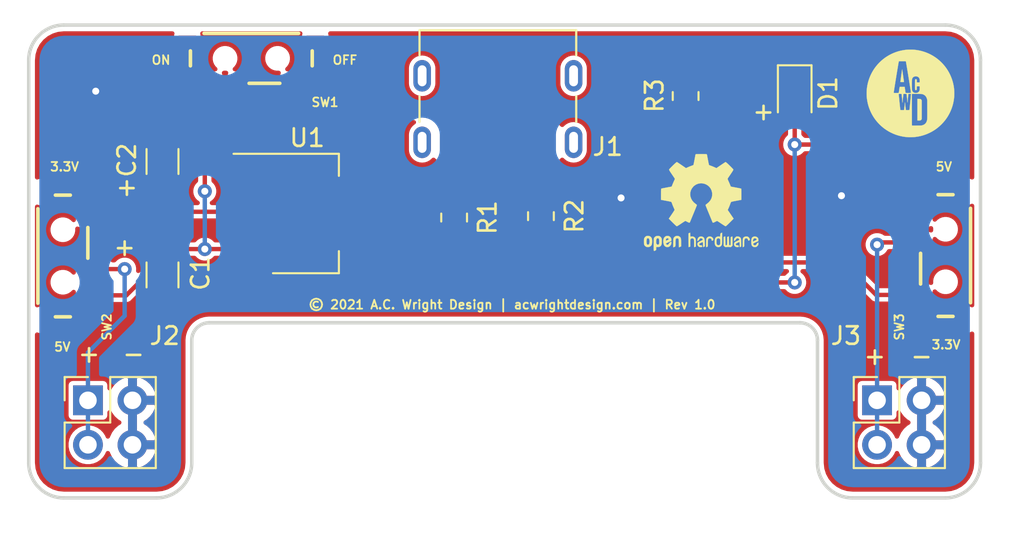
<source format=kicad_pcb>
(kicad_pcb (version 20171130) (host pcbnew "(5.1.9-0-10_14)")

  (general
    (thickness 1.6)
    (drawings 30)
    (tracks 64)
    (zones 0)
    (modules 15)
    (nets 11)
  )

  (page USLetter)
  (title_block
    (title "Power Helper")
    (date 2021-04-02)
    (rev 1)
    (company "A.C. Wright Design")
  )

  (layers
    (0 F.Cu signal)
    (31 B.Cu signal)
    (32 B.Adhes user)
    (33 F.Adhes user)
    (34 B.Paste user)
    (35 F.Paste user)
    (36 B.SilkS user)
    (37 F.SilkS user)
    (38 B.Mask user)
    (39 F.Mask user)
    (40 Dwgs.User user)
    (41 Cmts.User user)
    (42 Eco1.User user)
    (43 Eco2.User user)
    (44 Edge.Cuts user)
    (45 Margin user)
    (46 B.CrtYd user)
    (47 F.CrtYd user)
    (48 B.Fab user)
    (49 F.Fab user)
  )

  (setup
    (last_trace_width 0.25)
    (trace_clearance 0.2)
    (zone_clearance 0.508)
    (zone_45_only no)
    (trace_min 0.2)
    (via_size 0.8)
    (via_drill 0.4)
    (via_min_size 0.4)
    (via_min_drill 0.3)
    (uvia_size 0.3)
    (uvia_drill 0.1)
    (uvias_allowed no)
    (uvia_min_size 0.2)
    (uvia_min_drill 0.1)
    (edge_width 0.05)
    (segment_width 0.2)
    (pcb_text_width 0.3)
    (pcb_text_size 1.5 1.5)
    (mod_edge_width 0.12)
    (mod_text_size 1 1)
    (mod_text_width 0.15)
    (pad_size 1.524 1.524)
    (pad_drill 0.762)
    (pad_to_mask_clearance 0)
    (aux_axis_origin 0 0)
    (visible_elements FFFFFF7F)
    (pcbplotparams
      (layerselection 0x010fc_ffffffff)
      (usegerberextensions false)
      (usegerberattributes true)
      (usegerberadvancedattributes true)
      (creategerberjobfile true)
      (excludeedgelayer true)
      (linewidth 0.100000)
      (plotframeref false)
      (viasonmask false)
      (mode 1)
      (useauxorigin false)
      (hpglpennumber 1)
      (hpglpenspeed 20)
      (hpglpendiameter 15.000000)
      (psnegative false)
      (psa4output false)
      (plotreference true)
      (plotvalue true)
      (plotinvisibletext false)
      (padsonsilk false)
      (subtractmaskfromsilk false)
      (outputformat 1)
      (mirror false)
      (drillshape 1)
      (scaleselection 1)
      (outputdirectory ""))
  )

  (net 0 "")
  (net 1 +5V)
  (net 2 GND)
  (net 3 +3V3)
  (net 4 "Net-(D1-Pad1)")
  (net 5 "Net-(J1-PadA9)")
  (net 6 "Net-(J1-PadA5)")
  (net 7 "Net-(J1-PadB5)")
  (net 8 "Net-(J2-Pad1)")
  (net 9 "Net-(J3-Pad1)")
  (net 10 "Net-(SW1-Pad3)")

  (net_class Default "This is the default net class."
    (clearance 0.2)
    (trace_width 0.25)
    (via_dia 0.8)
    (via_drill 0.4)
    (uvia_dia 0.3)
    (uvia_drill 0.1)
    (add_net +3V3)
    (add_net +5V)
    (add_net GND)
    (add_net "Net-(D1-Pad1)")
    (add_net "Net-(J1-PadA5)")
    (add_net "Net-(J1-PadA9)")
    (add_net "Net-(J1-PadB5)")
    (add_net "Net-(J2-Pad1)")
    (add_net "Net-(J3-Pad1)")
    (add_net "Net-(SW1-Pad3)")
  )

  (module Symbol:OSHW-Logo2_7.3x6mm_SilkScreen (layer F.Cu) (tedit 0) (tstamp 6067D878)
    (at 154.305 95.377)
    (descr "Open Source Hardware Symbol")
    (tags "Logo Symbol OSHW")
    (attr virtual)
    (fp_text reference REF** (at 0 0) (layer F.SilkS) hide
      (effects (font (size 1 1) (thickness 0.15)))
    )
    (fp_text value OSHW-Logo2_7.3x6mm_SilkScreen (at 0.75 0) (layer F.Fab) hide
      (effects (font (size 1 1) (thickness 0.15)))
    )
    (fp_poly (pts (xy -2.400256 1.919918) (xy -2.344799 1.947568) (xy -2.295852 1.99848) (xy -2.282371 2.017338)
      (xy -2.267686 2.042015) (xy -2.258158 2.068816) (xy -2.252707 2.104587) (xy -2.250253 2.156169)
      (xy -2.249714 2.224267) (xy -2.252148 2.317588) (xy -2.260606 2.387657) (xy -2.276826 2.439931)
      (xy -2.302546 2.479869) (xy -2.339503 2.512929) (xy -2.342218 2.514886) (xy -2.37864 2.534908)
      (xy -2.422498 2.544815) (xy -2.478276 2.547257) (xy -2.568952 2.547257) (xy -2.56899 2.635283)
      (xy -2.569834 2.684308) (xy -2.574976 2.713065) (xy -2.588413 2.730311) (xy -2.614142 2.744808)
      (xy -2.620321 2.747769) (xy -2.649236 2.761648) (xy -2.671624 2.770414) (xy -2.688271 2.771171)
      (xy -2.699964 2.761023) (xy -2.70749 2.737073) (xy -2.711634 2.696426) (xy -2.713185 2.636186)
      (xy -2.712929 2.553455) (xy -2.711651 2.445339) (xy -2.711252 2.413) (xy -2.709815 2.301524)
      (xy -2.708528 2.228603) (xy -2.569029 2.228603) (xy -2.568245 2.290499) (xy -2.56476 2.330997)
      (xy -2.556876 2.357708) (xy -2.542895 2.378244) (xy -2.533403 2.38826) (xy -2.494596 2.417567)
      (xy -2.460237 2.419952) (xy -2.424784 2.39575) (xy -2.423886 2.394857) (xy -2.409461 2.376153)
      (xy -2.400687 2.350732) (xy -2.396261 2.311584) (xy -2.394882 2.251697) (xy -2.394857 2.23843)
      (xy -2.398188 2.155901) (xy -2.409031 2.098691) (xy -2.42866 2.063766) (xy -2.45835 2.048094)
      (xy -2.475509 2.046514) (xy -2.516234 2.053926) (xy -2.544168 2.07833) (xy -2.560983 2.12298)
      (xy -2.56835 2.19113) (xy -2.569029 2.228603) (xy -2.708528 2.228603) (xy -2.708292 2.215245)
      (xy -2.706323 2.150333) (xy -2.70355 2.102958) (xy -2.699612 2.06929) (xy -2.694151 2.045498)
      (xy -2.686808 2.027753) (xy -2.677223 2.012224) (xy -2.673113 2.006381) (xy -2.618595 1.951185)
      (xy -2.549664 1.91989) (xy -2.469928 1.911165) (xy -2.400256 1.919918)) (layer F.SilkS) (width 0.01))
    (fp_poly (pts (xy -1.283907 1.92778) (xy -1.237328 1.954723) (xy -1.204943 1.981466) (xy -1.181258 2.009484)
      (xy -1.164941 2.043748) (xy -1.154661 2.089227) (xy -1.149086 2.150892) (xy -1.146884 2.233711)
      (xy -1.146629 2.293246) (xy -1.146629 2.512391) (xy -1.208314 2.540044) (xy -1.27 2.567697)
      (xy -1.277257 2.32767) (xy -1.280256 2.238028) (xy -1.283402 2.172962) (xy -1.287299 2.128026)
      (xy -1.292553 2.09877) (xy -1.299769 2.080748) (xy -1.30955 2.069511) (xy -1.312688 2.067079)
      (xy -1.360239 2.048083) (xy -1.408303 2.0556) (xy -1.436914 2.075543) (xy -1.448553 2.089675)
      (xy -1.456609 2.10822) (xy -1.461729 2.136334) (xy -1.464559 2.179173) (xy -1.465744 2.241895)
      (xy -1.465943 2.307261) (xy -1.465982 2.389268) (xy -1.467386 2.447316) (xy -1.472086 2.486465)
      (xy -1.482013 2.51178) (xy -1.499097 2.528323) (xy -1.525268 2.541156) (xy -1.560225 2.554491)
      (xy -1.598404 2.569007) (xy -1.593859 2.311389) (xy -1.592029 2.218519) (xy -1.589888 2.149889)
      (xy -1.586819 2.100711) (xy -1.582206 2.066198) (xy -1.575432 2.041562) (xy -1.565881 2.022016)
      (xy -1.554366 2.00477) (xy -1.49881 1.94968) (xy -1.43102 1.917822) (xy -1.357287 1.910191)
      (xy -1.283907 1.92778)) (layer F.SilkS) (width 0.01))
    (fp_poly (pts (xy -2.958885 1.921962) (xy -2.890855 1.957733) (xy -2.840649 2.015301) (xy -2.822815 2.052312)
      (xy -2.808937 2.107882) (xy -2.801833 2.178096) (xy -2.80116 2.254727) (xy -2.806573 2.329552)
      (xy -2.81773 2.394342) (xy -2.834286 2.440873) (xy -2.839374 2.448887) (xy -2.899645 2.508707)
      (xy -2.971231 2.544535) (xy -3.048908 2.55502) (xy -3.127452 2.53881) (xy -3.149311 2.529092)
      (xy -3.191878 2.499143) (xy -3.229237 2.459433) (xy -3.232768 2.454397) (xy -3.247119 2.430124)
      (xy -3.256606 2.404178) (xy -3.26221 2.370022) (xy -3.264914 2.321119) (xy -3.265701 2.250935)
      (xy -3.265714 2.2352) (xy -3.265678 2.230192) (xy -3.120571 2.230192) (xy -3.119727 2.29643)
      (xy -3.116404 2.340386) (xy -3.109417 2.368779) (xy -3.097584 2.388325) (xy -3.091543 2.394857)
      (xy -3.056814 2.41968) (xy -3.023097 2.418548) (xy -2.989005 2.397016) (xy -2.968671 2.374029)
      (xy -2.956629 2.340478) (xy -2.949866 2.287569) (xy -2.949402 2.281399) (xy -2.948248 2.185513)
      (xy -2.960312 2.114299) (xy -2.98543 2.068194) (xy -3.02344 2.047635) (xy -3.037008 2.046514)
      (xy -3.072636 2.052152) (xy -3.097006 2.071686) (xy -3.111907 2.109042) (xy -3.119125 2.16815)
      (xy -3.120571 2.230192) (xy -3.265678 2.230192) (xy -3.265174 2.160413) (xy -3.262904 2.108159)
      (xy -3.257932 2.071949) (xy -3.249287 2.045299) (xy -3.235995 2.021722) (xy -3.233057 2.017338)
      (xy -3.183687 1.958249) (xy -3.129891 1.923947) (xy -3.064398 1.910331) (xy -3.042158 1.909665)
      (xy -2.958885 1.921962)) (layer F.SilkS) (width 0.01))
    (fp_poly (pts (xy -1.831697 1.931239) (xy -1.774473 1.969735) (xy -1.730251 2.025335) (xy -1.703833 2.096086)
      (xy -1.69849 2.148162) (xy -1.699097 2.169893) (xy -1.704178 2.186531) (xy -1.718145 2.201437)
      (xy -1.745411 2.217973) (xy -1.790388 2.239498) (xy -1.857489 2.269374) (xy -1.857829 2.269524)
      (xy -1.919593 2.297813) (xy -1.970241 2.322933) (xy -2.004596 2.342179) (xy -2.017482 2.352848)
      (xy -2.017486 2.352934) (xy -2.006128 2.376166) (xy -1.979569 2.401774) (xy -1.949077 2.420221)
      (xy -1.93363 2.423886) (xy -1.891485 2.411212) (xy -1.855192 2.379471) (xy -1.837483 2.344572)
      (xy -1.820448 2.318845) (xy -1.787078 2.289546) (xy -1.747851 2.264235) (xy -1.713244 2.250471)
      (xy -1.706007 2.249714) (xy -1.697861 2.26216) (xy -1.69737 2.293972) (xy -1.703357 2.336866)
      (xy -1.714643 2.382558) (xy -1.73005 2.422761) (xy -1.730829 2.424322) (xy -1.777196 2.489062)
      (xy -1.837289 2.533097) (xy -1.905535 2.554711) (xy -1.976362 2.552185) (xy -2.044196 2.523804)
      (xy -2.047212 2.521808) (xy -2.100573 2.473448) (xy -2.13566 2.410352) (xy -2.155078 2.327387)
      (xy -2.157684 2.304078) (xy -2.162299 2.194055) (xy -2.156767 2.142748) (xy -2.017486 2.142748)
      (xy -2.015676 2.174753) (xy -2.005778 2.184093) (xy -1.981102 2.177105) (xy -1.942205 2.160587)
      (xy -1.898725 2.139881) (xy -1.897644 2.139333) (xy -1.860791 2.119949) (xy -1.846 2.107013)
      (xy -1.849647 2.093451) (xy -1.865005 2.075632) (xy -1.904077 2.049845) (xy -1.946154 2.04795)
      (xy -1.983897 2.066717) (xy -2.009966 2.102915) (xy -2.017486 2.142748) (xy -2.156767 2.142748)
      (xy -2.152806 2.106027) (xy -2.12845 2.036212) (xy -2.094544 1.987302) (xy -2.033347 1.937878)
      (xy -1.965937 1.913359) (xy -1.89712 1.911797) (xy -1.831697 1.931239)) (layer F.SilkS) (width 0.01))
    (fp_poly (pts (xy -0.624114 1.851289) (xy -0.619861 1.910613) (xy -0.614975 1.945572) (xy -0.608205 1.96082)
      (xy -0.598298 1.961015) (xy -0.595086 1.959195) (xy -0.552356 1.946015) (xy -0.496773 1.946785)
      (xy -0.440263 1.960333) (xy -0.404918 1.977861) (xy -0.368679 2.005861) (xy -0.342187 2.037549)
      (xy -0.324001 2.077813) (xy -0.312678 2.131543) (xy -0.306778 2.203626) (xy -0.304857 2.298951)
      (xy -0.304823 2.317237) (xy -0.3048 2.522646) (xy -0.350509 2.53858) (xy -0.382973 2.54942)
      (xy -0.400785 2.554468) (xy -0.401309 2.554514) (xy -0.403063 2.540828) (xy -0.404556 2.503076)
      (xy -0.405674 2.446224) (xy -0.406303 2.375234) (xy -0.4064 2.332073) (xy -0.406602 2.246973)
      (xy -0.407642 2.185981) (xy -0.410169 2.144177) (xy -0.414836 2.116642) (xy -0.422293 2.098456)
      (xy -0.433189 2.084698) (xy -0.439993 2.078073) (xy -0.486728 2.051375) (xy -0.537728 2.049375)
      (xy -0.583999 2.071955) (xy -0.592556 2.080107) (xy -0.605107 2.095436) (xy -0.613812 2.113618)
      (xy -0.619369 2.139909) (xy -0.622474 2.179562) (xy -0.623824 2.237832) (xy -0.624114 2.318173)
      (xy -0.624114 2.522646) (xy -0.669823 2.53858) (xy -0.702287 2.54942) (xy -0.720099 2.554468)
      (xy -0.720623 2.554514) (xy -0.721963 2.540623) (xy -0.723172 2.501439) (xy -0.724199 2.4407)
      (xy -0.724998 2.362141) (xy -0.725519 2.269498) (xy -0.725714 2.166509) (xy -0.725714 1.769342)
      (xy -0.678543 1.749444) (xy -0.631371 1.729547) (xy -0.624114 1.851289)) (layer F.SilkS) (width 0.01))
    (fp_poly (pts (xy 0.039744 1.950968) (xy 0.096616 1.972087) (xy 0.097267 1.972493) (xy 0.13244 1.99838)
      (xy 0.158407 2.028633) (xy 0.17667 2.068058) (xy 0.188732 2.121462) (xy 0.196096 2.193651)
      (xy 0.200264 2.289432) (xy 0.200629 2.303078) (xy 0.205876 2.508842) (xy 0.161716 2.531678)
      (xy 0.129763 2.54711) (xy 0.11047 2.554423) (xy 0.109578 2.554514) (xy 0.106239 2.541022)
      (xy 0.103587 2.504626) (xy 0.101956 2.451452) (xy 0.1016 2.408393) (xy 0.101592 2.338641)
      (xy 0.098403 2.294837) (xy 0.087288 2.273944) (xy 0.063501 2.272925) (xy 0.022296 2.288741)
      (xy -0.039914 2.317815) (xy -0.085659 2.341963) (xy -0.109187 2.362913) (xy -0.116104 2.385747)
      (xy -0.116114 2.386877) (xy -0.104701 2.426212) (xy -0.070908 2.447462) (xy -0.019191 2.450539)
      (xy 0.018061 2.450006) (xy 0.037703 2.460735) (xy 0.049952 2.486505) (xy 0.057002 2.519337)
      (xy 0.046842 2.537966) (xy 0.043017 2.540632) (xy 0.007001 2.55134) (xy -0.043434 2.552856)
      (xy -0.095374 2.545759) (xy -0.132178 2.532788) (xy -0.183062 2.489585) (xy -0.211986 2.429446)
      (xy -0.217714 2.382462) (xy -0.213343 2.340082) (xy -0.197525 2.305488) (xy -0.166203 2.274763)
      (xy -0.115322 2.24399) (xy -0.040824 2.209252) (xy -0.036286 2.207288) (xy 0.030821 2.176287)
      (xy 0.072232 2.150862) (xy 0.089981 2.128014) (xy 0.086107 2.104745) (xy 0.062643 2.078056)
      (xy 0.055627 2.071914) (xy 0.00863 2.0481) (xy -0.040067 2.049103) (xy -0.082478 2.072451)
      (xy -0.110616 2.115675) (xy -0.113231 2.12416) (xy -0.138692 2.165308) (xy -0.170999 2.185128)
      (xy -0.217714 2.20477) (xy -0.217714 2.15395) (xy -0.203504 2.080082) (xy -0.161325 2.012327)
      (xy -0.139376 1.989661) (xy -0.089483 1.960569) (xy -0.026033 1.9474) (xy 0.039744 1.950968)) (layer F.SilkS) (width 0.01))
    (fp_poly (pts (xy 0.529926 1.949755) (xy 0.595858 1.974084) (xy 0.649273 2.017117) (xy 0.670164 2.047409)
      (xy 0.692939 2.102994) (xy 0.692466 2.143186) (xy 0.668562 2.170217) (xy 0.659717 2.174813)
      (xy 0.62153 2.189144) (xy 0.602028 2.185472) (xy 0.595422 2.161407) (xy 0.595086 2.148114)
      (xy 0.582992 2.09921) (xy 0.551471 2.064999) (xy 0.507659 2.048476) (xy 0.458695 2.052634)
      (xy 0.418894 2.074227) (xy 0.40545 2.086544) (xy 0.395921 2.101487) (xy 0.389485 2.124075)
      (xy 0.385317 2.159328) (xy 0.382597 2.212266) (xy 0.380502 2.287907) (xy 0.37996 2.311857)
      (xy 0.377981 2.39379) (xy 0.375731 2.451455) (xy 0.372357 2.489608) (xy 0.367006 2.513004)
      (xy 0.358824 2.526398) (xy 0.346959 2.534545) (xy 0.339362 2.538144) (xy 0.307102 2.550452)
      (xy 0.288111 2.554514) (xy 0.281836 2.540948) (xy 0.278006 2.499934) (xy 0.2766 2.430999)
      (xy 0.277598 2.333669) (xy 0.277908 2.318657) (xy 0.280101 2.229859) (xy 0.282693 2.165019)
      (xy 0.286382 2.119067) (xy 0.291864 2.086935) (xy 0.299835 2.063553) (xy 0.310993 2.043852)
      (xy 0.31683 2.03541) (xy 0.350296 1.998057) (xy 0.387727 1.969003) (xy 0.392309 1.966467)
      (xy 0.459426 1.946443) (xy 0.529926 1.949755)) (layer F.SilkS) (width 0.01))
    (fp_poly (pts (xy 1.190117 2.065358) (xy 1.189933 2.173837) (xy 1.189219 2.257287) (xy 1.187675 2.319704)
      (xy 1.185001 2.365085) (xy 1.180894 2.397429) (xy 1.175055 2.420733) (xy 1.167182 2.438995)
      (xy 1.161221 2.449418) (xy 1.111855 2.505945) (xy 1.049264 2.541377) (xy 0.980013 2.55409)
      (xy 0.910668 2.542463) (xy 0.869375 2.521568) (xy 0.826025 2.485422) (xy 0.796481 2.441276)
      (xy 0.778655 2.383462) (xy 0.770463 2.306313) (xy 0.769302 2.249714) (xy 0.769458 2.245647)
      (xy 0.870857 2.245647) (xy 0.871476 2.31055) (xy 0.874314 2.353514) (xy 0.88084 2.381622)
      (xy 0.892523 2.401953) (xy 0.906483 2.417288) (xy 0.953365 2.44689) (xy 1.003701 2.449419)
      (xy 1.051276 2.424705) (xy 1.054979 2.421356) (xy 1.070783 2.403935) (xy 1.080693 2.383209)
      (xy 1.086058 2.352362) (xy 1.088228 2.304577) (xy 1.088571 2.251748) (xy 1.087827 2.185381)
      (xy 1.084748 2.141106) (xy 1.078061 2.112009) (xy 1.066496 2.091173) (xy 1.057013 2.080107)
      (xy 1.01296 2.052198) (xy 0.962224 2.048843) (xy 0.913796 2.070159) (xy 0.90445 2.078073)
      (xy 0.88854 2.095647) (xy 0.87861 2.116587) (xy 0.873278 2.147782) (xy 0.871163 2.196122)
      (xy 0.870857 2.245647) (xy 0.769458 2.245647) (xy 0.77281 2.158568) (xy 0.784726 2.090086)
      (xy 0.807135 2.0386) (xy 0.842124 1.998443) (xy 0.869375 1.977861) (xy 0.918907 1.955625)
      (xy 0.976316 1.945304) (xy 1.029682 1.948067) (xy 1.059543 1.959212) (xy 1.071261 1.962383)
      (xy 1.079037 1.950557) (xy 1.084465 1.918866) (xy 1.088571 1.870593) (xy 1.093067 1.816829)
      (xy 1.099313 1.784482) (xy 1.110676 1.765985) (xy 1.130528 1.75377) (xy 1.143 1.748362)
      (xy 1.190171 1.728601) (xy 1.190117 2.065358)) (layer F.SilkS) (width 0.01))
    (fp_poly (pts (xy 1.779833 1.958663) (xy 1.782048 1.99685) (xy 1.783784 2.054886) (xy 1.784899 2.12818)
      (xy 1.785257 2.205055) (xy 1.785257 2.465196) (xy 1.739326 2.511127) (xy 1.707675 2.539429)
      (xy 1.67989 2.550893) (xy 1.641915 2.550168) (xy 1.62684 2.548321) (xy 1.579726 2.542948)
      (xy 1.540756 2.539869) (xy 1.531257 2.539585) (xy 1.499233 2.541445) (xy 1.453432 2.546114)
      (xy 1.435674 2.548321) (xy 1.392057 2.551735) (xy 1.362745 2.54432) (xy 1.33368 2.521427)
      (xy 1.323188 2.511127) (xy 1.277257 2.465196) (xy 1.277257 1.978602) (xy 1.314226 1.961758)
      (xy 1.346059 1.949282) (xy 1.364683 1.944914) (xy 1.369458 1.958718) (xy 1.373921 1.997286)
      (xy 1.377775 2.056356) (xy 1.380722 2.131663) (xy 1.382143 2.195286) (xy 1.386114 2.445657)
      (xy 1.420759 2.450556) (xy 1.452268 2.447131) (xy 1.467708 2.436041) (xy 1.472023 2.415308)
      (xy 1.475708 2.371145) (xy 1.478469 2.309146) (xy 1.480012 2.234909) (xy 1.480235 2.196706)
      (xy 1.480457 1.976783) (xy 1.526166 1.960849) (xy 1.558518 1.950015) (xy 1.576115 1.944962)
      (xy 1.576623 1.944914) (xy 1.578388 1.958648) (xy 1.580329 1.99673) (xy 1.582282 2.054482)
      (xy 1.584084 2.127227) (xy 1.585343 2.195286) (xy 1.589314 2.445657) (xy 1.6764 2.445657)
      (xy 1.680396 2.21724) (xy 1.684392 1.988822) (xy 1.726847 1.966868) (xy 1.758192 1.951793)
      (xy 1.776744 1.944951) (xy 1.777279 1.944914) (xy 1.779833 1.958663)) (layer F.SilkS) (width 0.01))
    (fp_poly (pts (xy 2.144876 1.956335) (xy 2.186667 1.975344) (xy 2.219469 1.998378) (xy 2.243503 2.024133)
      (xy 2.260097 2.057358) (xy 2.270577 2.1028) (xy 2.276271 2.165207) (xy 2.278507 2.249327)
      (xy 2.278743 2.304721) (xy 2.278743 2.520826) (xy 2.241774 2.53767) (xy 2.212656 2.549981)
      (xy 2.198231 2.554514) (xy 2.195472 2.541025) (xy 2.193282 2.504653) (xy 2.191942 2.451542)
      (xy 2.191657 2.409372) (xy 2.190434 2.348447) (xy 2.187136 2.300115) (xy 2.182321 2.270518)
      (xy 2.178496 2.264229) (xy 2.152783 2.270652) (xy 2.112418 2.287125) (xy 2.065679 2.309458)
      (xy 2.020845 2.333457) (xy 1.986193 2.35493) (xy 1.970002 2.369685) (xy 1.969938 2.369845)
      (xy 1.97133 2.397152) (xy 1.983818 2.423219) (xy 2.005743 2.444392) (xy 2.037743 2.451474)
      (xy 2.065092 2.450649) (xy 2.103826 2.450042) (xy 2.124158 2.459116) (xy 2.136369 2.483092)
      (xy 2.137909 2.487613) (xy 2.143203 2.521806) (xy 2.129047 2.542568) (xy 2.092148 2.552462)
      (xy 2.052289 2.554292) (xy 1.980562 2.540727) (xy 1.943432 2.521355) (xy 1.897576 2.475845)
      (xy 1.873256 2.419983) (xy 1.871073 2.360957) (xy 1.891629 2.305953) (xy 1.922549 2.271486)
      (xy 1.95342 2.252189) (xy 2.001942 2.227759) (xy 2.058485 2.202985) (xy 2.06791 2.199199)
      (xy 2.130019 2.171791) (xy 2.165822 2.147634) (xy 2.177337 2.123619) (xy 2.16658 2.096635)
      (xy 2.148114 2.075543) (xy 2.104469 2.049572) (xy 2.056446 2.047624) (xy 2.012406 2.067637)
      (xy 1.980709 2.107551) (xy 1.976549 2.117848) (xy 1.952327 2.155724) (xy 1.916965 2.183842)
      (xy 1.872343 2.206917) (xy 1.872343 2.141485) (xy 1.874969 2.101506) (xy 1.88623 2.069997)
      (xy 1.911199 2.036378) (xy 1.935169 2.010484) (xy 1.972441 1.973817) (xy 2.001401 1.954121)
      (xy 2.032505 1.94622) (xy 2.067713 1.944914) (xy 2.144876 1.956335)) (layer F.SilkS) (width 0.01))
    (fp_poly (pts (xy 2.6526 1.958752) (xy 2.669948 1.966334) (xy 2.711356 1.999128) (xy 2.746765 2.046547)
      (xy 2.768664 2.097151) (xy 2.772229 2.122098) (xy 2.760279 2.156927) (xy 2.734067 2.175357)
      (xy 2.705964 2.186516) (xy 2.693095 2.188572) (xy 2.686829 2.173649) (xy 2.674456 2.141175)
      (xy 2.669028 2.126502) (xy 2.63859 2.075744) (xy 2.59452 2.050427) (xy 2.53801 2.051206)
      (xy 2.533825 2.052203) (xy 2.503655 2.066507) (xy 2.481476 2.094393) (xy 2.466327 2.139287)
      (xy 2.45725 2.204615) (xy 2.453286 2.293804) (xy 2.452914 2.341261) (xy 2.45273 2.416071)
      (xy 2.451522 2.467069) (xy 2.448309 2.499471) (xy 2.442109 2.518495) (xy 2.43194 2.529356)
      (xy 2.416819 2.537272) (xy 2.415946 2.53767) (xy 2.386828 2.549981) (xy 2.372403 2.554514)
      (xy 2.370186 2.540809) (xy 2.368289 2.502925) (xy 2.366847 2.445715) (xy 2.365998 2.374027)
      (xy 2.365829 2.321565) (xy 2.366692 2.220047) (xy 2.37007 2.143032) (xy 2.377142 2.086023)
      (xy 2.389088 2.044526) (xy 2.40709 2.014043) (xy 2.432327 1.99008) (xy 2.457247 1.973355)
      (xy 2.517171 1.951097) (xy 2.586911 1.946076) (xy 2.6526 1.958752)) (layer F.SilkS) (width 0.01))
    (fp_poly (pts (xy 3.153595 1.966966) (xy 3.211021 2.004497) (xy 3.238719 2.038096) (xy 3.260662 2.099064)
      (xy 3.262405 2.147308) (xy 3.258457 2.211816) (xy 3.109686 2.276934) (xy 3.037349 2.310202)
      (xy 2.990084 2.336964) (xy 2.965507 2.360144) (xy 2.961237 2.382667) (xy 2.974889 2.407455)
      (xy 2.989943 2.423886) (xy 3.033746 2.450235) (xy 3.081389 2.452081) (xy 3.125145 2.431546)
      (xy 3.157289 2.390752) (xy 3.163038 2.376347) (xy 3.190576 2.331356) (xy 3.222258 2.312182)
      (xy 3.265714 2.295779) (xy 3.265714 2.357966) (xy 3.261872 2.400283) (xy 3.246823 2.435969)
      (xy 3.21528 2.476943) (xy 3.210592 2.482267) (xy 3.175506 2.51872) (xy 3.145347 2.538283)
      (xy 3.107615 2.547283) (xy 3.076335 2.55023) (xy 3.020385 2.550965) (xy 2.980555 2.54166)
      (xy 2.955708 2.527846) (xy 2.916656 2.497467) (xy 2.889625 2.464613) (xy 2.872517 2.423294)
      (xy 2.863238 2.367521) (xy 2.859693 2.291305) (xy 2.85941 2.252622) (xy 2.860372 2.206247)
      (xy 2.948007 2.206247) (xy 2.949023 2.231126) (xy 2.951556 2.2352) (xy 2.968274 2.229665)
      (xy 3.004249 2.215017) (xy 3.052331 2.19419) (xy 3.062386 2.189714) (xy 3.123152 2.158814)
      (xy 3.156632 2.131657) (xy 3.16399 2.10622) (xy 3.146391 2.080481) (xy 3.131856 2.069109)
      (xy 3.07941 2.046364) (xy 3.030322 2.050122) (xy 2.989227 2.077884) (xy 2.960758 2.127152)
      (xy 2.951631 2.166257) (xy 2.948007 2.206247) (xy 2.860372 2.206247) (xy 2.861285 2.162249)
      (xy 2.868196 2.095384) (xy 2.881884 2.046695) (xy 2.904096 2.010849) (xy 2.936574 1.982513)
      (xy 2.950733 1.973355) (xy 3.015053 1.949507) (xy 3.085473 1.948006) (xy 3.153595 1.966966)) (layer F.SilkS) (width 0.01))
    (fp_poly (pts (xy 0.10391 -2.757652) (xy 0.182454 -2.757222) (xy 0.239298 -2.756058) (xy 0.278105 -2.753793)
      (xy 0.302538 -2.75006) (xy 0.316262 -2.744494) (xy 0.32294 -2.736727) (xy 0.326236 -2.726395)
      (xy 0.326556 -2.725057) (xy 0.331562 -2.700921) (xy 0.340829 -2.653299) (xy 0.353392 -2.587259)
      (xy 0.368287 -2.507872) (xy 0.384551 -2.420204) (xy 0.385119 -2.417125) (xy 0.40141 -2.331211)
      (xy 0.416652 -2.255304) (xy 0.429861 -2.193955) (xy 0.440054 -2.151718) (xy 0.446248 -2.133145)
      (xy 0.446543 -2.132816) (xy 0.464788 -2.123747) (xy 0.502405 -2.108633) (xy 0.551271 -2.090738)
      (xy 0.551543 -2.090642) (xy 0.613093 -2.067507) (xy 0.685657 -2.038035) (xy 0.754057 -2.008403)
      (xy 0.757294 -2.006938) (xy 0.868702 -1.956374) (xy 1.115399 -2.12484) (xy 1.191077 -2.176197)
      (xy 1.259631 -2.222111) (xy 1.317088 -2.25997) (xy 1.359476 -2.287163) (xy 1.382825 -2.301079)
      (xy 1.385042 -2.302111) (xy 1.40201 -2.297516) (xy 1.433701 -2.275345) (xy 1.481352 -2.234553)
      (xy 1.546198 -2.174095) (xy 1.612397 -2.109773) (xy 1.676214 -2.046388) (xy 1.733329 -1.988549)
      (xy 1.780305 -1.939825) (xy 1.813703 -1.90379) (xy 1.830085 -1.884016) (xy 1.830694 -1.882998)
      (xy 1.832505 -1.869428) (xy 1.825683 -1.847267) (xy 1.80854 -1.813522) (xy 1.779393 -1.7652)
      (xy 1.736555 -1.699308) (xy 1.679448 -1.614483) (xy 1.628766 -1.539823) (xy 1.583461 -1.47286)
      (xy 1.54615 -1.417484) (xy 1.519452 -1.37758) (xy 1.505985 -1.357038) (xy 1.505137 -1.355644)
      (xy 1.506781 -1.335962) (xy 1.519245 -1.297707) (xy 1.540048 -1.248111) (xy 1.547462 -1.232272)
      (xy 1.579814 -1.16171) (xy 1.614328 -1.081647) (xy 1.642365 -1.012371) (xy 1.662568 -0.960955)
      (xy 1.678615 -0.921881) (xy 1.687888 -0.901459) (xy 1.689041 -0.899886) (xy 1.706096 -0.897279)
      (xy 1.746298 -0.890137) (xy 1.804302 -0.879477) (xy 1.874763 -0.866315) (xy 1.952335 -0.851667)
      (xy 2.031672 -0.836551) (xy 2.107431 -0.821982) (xy 2.174264 -0.808978) (xy 2.226828 -0.798555)
      (xy 2.259776 -0.79173) (xy 2.267857 -0.789801) (xy 2.276205 -0.785038) (xy 2.282506 -0.774282)
      (xy 2.287045 -0.753902) (xy 2.290104 -0.720266) (xy 2.291967 -0.669745) (xy 2.292918 -0.598708)
      (xy 2.29324 -0.503524) (xy 2.293257 -0.464508) (xy 2.293257 -0.147201) (xy 2.217057 -0.132161)
      (xy 2.174663 -0.124005) (xy 2.1114 -0.112101) (xy 2.034962 -0.097884) (xy 1.953043 -0.08279)
      (xy 1.9304 -0.078645) (xy 1.854806 -0.063947) (xy 1.788953 -0.049495) (xy 1.738366 -0.036625)
      (xy 1.708574 -0.026678) (xy 1.703612 -0.023713) (xy 1.691426 -0.002717) (xy 1.673953 0.037967)
      (xy 1.654577 0.090322) (xy 1.650734 0.1016) (xy 1.625339 0.171523) (xy 1.593817 0.250418)
      (xy 1.562969 0.321266) (xy 1.562817 0.321595) (xy 1.511447 0.432733) (xy 1.680399 0.681253)
      (xy 1.849352 0.929772) (xy 1.632429 1.147058) (xy 1.566819 1.211726) (xy 1.506979 1.268733)
      (xy 1.456267 1.315033) (xy 1.418046 1.347584) (xy 1.395675 1.363343) (xy 1.392466 1.364343)
      (xy 1.373626 1.356469) (xy 1.33518 1.334578) (xy 1.28133 1.301267) (xy 1.216276 1.259131)
      (xy 1.14594 1.211943) (xy 1.074555 1.16381) (xy 1.010908 1.121928) (xy 0.959041 1.088871)
      (xy 0.922995 1.067218) (xy 0.906867 1.059543) (xy 0.887189 1.066037) (xy 0.849875 1.08315)
      (xy 0.802621 1.107326) (xy 0.797612 1.110013) (xy 0.733977 1.141927) (xy 0.690341 1.157579)
      (xy 0.663202 1.157745) (xy 0.649057 1.143204) (xy 0.648975 1.143) (xy 0.641905 1.125779)
      (xy 0.625042 1.084899) (xy 0.599695 1.023525) (xy 0.567171 0.944819) (xy 0.528778 0.851947)
      (xy 0.485822 0.748072) (xy 0.444222 0.647502) (xy 0.398504 0.536516) (xy 0.356526 0.433703)
      (xy 0.319548 0.342215) (xy 0.288827 0.265201) (xy 0.265622 0.205815) (xy 0.25119 0.167209)
      (xy 0.246743 0.1528) (xy 0.257896 0.136272) (xy 0.287069 0.10993) (xy 0.325971 0.080887)
      (xy 0.436757 -0.010961) (xy 0.523351 -0.116241) (xy 0.584716 -0.232734) (xy 0.619815 -0.358224)
      (xy 0.627608 -0.490493) (xy 0.621943 -0.551543) (xy 0.591078 -0.678205) (xy 0.53792 -0.790059)
      (xy 0.465767 -0.885999) (xy 0.377917 -0.964924) (xy 0.277665 -1.02573) (xy 0.16831 -1.067313)
      (xy 0.053147 -1.088572) (xy -0.064525 -1.088401) (xy -0.18141 -1.065699) (xy -0.294211 -1.019362)
      (xy -0.399631 -0.948287) (xy -0.443632 -0.908089) (xy -0.528021 -0.804871) (xy -0.586778 -0.692075)
      (xy -0.620296 -0.57299) (xy -0.628965 -0.450905) (xy -0.613177 -0.329107) (xy -0.573322 -0.210884)
      (xy -0.509793 -0.099525) (xy -0.422979 0.001684) (xy -0.325971 0.080887) (xy -0.285563 0.111162)
      (xy -0.257018 0.137219) (xy -0.246743 0.152825) (xy -0.252123 0.169843) (xy -0.267425 0.2105)
      (xy -0.291388 0.271642) (xy -0.322756 0.350119) (xy -0.360268 0.44278) (xy -0.402667 0.546472)
      (xy -0.444337 0.647526) (xy -0.49031 0.758607) (xy -0.532893 0.861541) (xy -0.570779 0.953165)
      (xy -0.60266 1.030316) (xy -0.627229 1.089831) (xy -0.64318 1.128544) (xy -0.64909 1.143)
      (xy -0.663052 1.157685) (xy -0.69006 1.157642) (xy -0.733587 1.142099) (xy -0.79711 1.110284)
      (xy -0.797612 1.110013) (xy -0.84544 1.085323) (xy -0.884103 1.067338) (xy -0.905905 1.059614)
      (xy -0.906867 1.059543) (xy -0.923279 1.067378) (xy -0.959513 1.089165) (xy -1.011526 1.122328)
      (xy -1.075275 1.164291) (xy -1.14594 1.211943) (xy -1.217884 1.260191) (xy -1.282726 1.302151)
      (xy -1.336265 1.335227) (xy -1.374303 1.356821) (xy -1.392467 1.364343) (xy -1.409192 1.354457)
      (xy -1.44282 1.326826) (xy -1.48999 1.284495) (xy -1.547342 1.230505) (xy -1.611516 1.167899)
      (xy -1.632503 1.146983) (xy -1.849501 0.929623) (xy -1.684332 0.68722) (xy -1.634136 0.612781)
      (xy -1.590081 0.545972) (xy -1.554638 0.490665) (xy -1.530281 0.450729) (xy -1.519478 0.430036)
      (xy -1.519162 0.428563) (xy -1.524857 0.409058) (xy -1.540174 0.369822) (xy -1.562463 0.31743)
      (xy -1.578107 0.282355) (xy -1.607359 0.215201) (xy -1.634906 0.147358) (xy -1.656263 0.090034)
      (xy -1.662065 0.072572) (xy -1.678548 0.025938) (xy -1.69466 -0.010095) (xy -1.70351 -0.023713)
      (xy -1.72304 -0.032048) (xy -1.765666 -0.043863) (xy -1.825855 -0.057819) (xy -1.898078 -0.072578)
      (xy -1.9304 -0.078645) (xy -2.012478 -0.093727) (xy -2.091205 -0.108331) (xy -2.158891 -0.12102)
      (xy -2.20784 -0.130358) (xy -2.217057 -0.132161) (xy -2.293257 -0.147201) (xy -2.293257 -0.464508)
      (xy -2.293086 -0.568846) (xy -2.292384 -0.647787) (xy -2.290866 -0.704962) (xy -2.288251 -0.744001)
      (xy -2.284254 -0.768535) (xy -2.278591 -0.782195) (xy -2.27098 -0.788611) (xy -2.267857 -0.789801)
      (xy -2.249022 -0.79402) (xy -2.207412 -0.802438) (xy -2.14837 -0.814039) (xy -2.077243 -0.827805)
      (xy -1.999375 -0.84272) (xy -1.920113 -0.857768) (xy -1.844802 -0.871931) (xy -1.778787 -0.884194)
      (xy -1.727413 -0.893539) (xy -1.696025 -0.89895) (xy -1.689041 -0.899886) (xy -1.682715 -0.912404)
      (xy -1.66871 -0.945754) (xy -1.649645 -0.993623) (xy -1.642366 -1.012371) (xy -1.613004 -1.084805)
      (xy -1.578429 -1.16483) (xy -1.547463 -1.232272) (xy -1.524677 -1.283841) (xy -1.509518 -1.326215)
      (xy -1.504458 -1.352166) (xy -1.505264 -1.355644) (xy -1.515959 -1.372064) (xy -1.54038 -1.408583)
      (xy -1.575905 -1.461313) (xy -1.619913 -1.526365) (xy -1.669783 -1.599849) (xy -1.679644 -1.614355)
      (xy -1.737508 -1.700296) (xy -1.780044 -1.765739) (xy -1.808946 -1.813696) (xy -1.82591 -1.84718)
      (xy -1.832633 -1.869205) (xy -1.83081 -1.882783) (xy -1.830764 -1.882869) (xy -1.816414 -1.900703)
      (xy -1.784677 -1.935183) (xy -1.73899 -1.982732) (xy -1.682796 -2.039778) (xy -1.619532 -2.102745)
      (xy -1.612398 -2.109773) (xy -1.53267 -2.18698) (xy -1.471143 -2.24367) (xy -1.426579 -2.28089)
      (xy -1.397743 -2.299685) (xy -1.385042 -2.302111) (xy -1.366506 -2.291529) (xy -1.328039 -2.267084)
      (xy -1.273614 -2.231388) (xy -1.207202 -2.187053) (xy -1.132775 -2.136689) (xy -1.115399 -2.12484)
      (xy -0.868703 -1.956374) (xy -0.757294 -2.006938) (xy -0.689543 -2.036405) (xy -0.616817 -2.066041)
      (xy -0.554297 -2.08967) (xy -0.551543 -2.090642) (xy -0.50264 -2.108543) (xy -0.464943 -2.12368)
      (xy -0.446575 -2.13279) (xy -0.446544 -2.132816) (xy -0.440715 -2.149283) (xy -0.430808 -2.189781)
      (xy -0.417805 -2.249758) (xy -0.402691 -2.32466) (xy -0.386448 -2.409936) (xy -0.385119 -2.417125)
      (xy -0.368825 -2.504986) (xy -0.353867 -2.58474) (xy -0.341209 -2.651319) (xy -0.331814 -2.699653)
      (xy -0.326646 -2.724675) (xy -0.326556 -2.725057) (xy -0.323411 -2.735701) (xy -0.317296 -2.743738)
      (xy -0.304547 -2.749533) (xy -0.2815 -2.753453) (xy -0.244491 -2.755865) (xy -0.189856 -2.757135)
      (xy -0.113933 -2.757629) (xy -0.013056 -2.757714) (xy 0 -2.757714) (xy 0.10391 -2.757652)) (layer F.SilkS) (width 0.01))
  )

  (module "A.C. Wright Logo:A.C. Wright Logo 5mm" (layer F.Cu) (tedit 0) (tstamp 6067D32C)
    (at 166.243 89.154)
    (fp_text reference G*** (at 0 0) (layer F.SilkS) hide
      (effects (font (size 1.524 1.524) (thickness 0.3)))
    )
    (fp_text value LOGO (at 0.75 0) (layer F.SilkS) hide
      (effects (font (size 1.524 1.524) (thickness 0.3)))
    )
    (fp_poly (pts (xy 0.03602 -2.499153) (xy 0.07938 -2.49866) (xy 0.119798 -2.497788) (xy 0.155643 -2.496539)
      (xy 0.185289 -2.494912) (xy 0.194733 -2.494182) (xy 0.343279 -2.477368) (xy 0.488668 -2.452699)
      (xy 0.630897 -2.420175) (xy 0.769964 -2.379798) (xy 0.905867 -2.331567) (xy 1.038606 -2.275485)
      (xy 1.168176 -2.211551) (xy 1.294577 -2.139766) (xy 1.417807 -2.06013) (xy 1.445683 -2.040717)
      (xy 1.548779 -1.963439) (xy 1.64972 -1.878893) (xy 1.7473 -1.788226) (xy 1.840314 -1.692583)
      (xy 1.927557 -1.593109) (xy 1.964706 -1.547284) (xy 2.048821 -1.434165) (xy 2.12666 -1.3158)
      (xy 2.197904 -1.192855) (xy 2.262232 -1.065994) (xy 2.319324 -0.935882) (xy 2.36886 -0.803185)
      (xy 2.41052 -0.668566) (xy 2.435963 -0.568648) (xy 2.456337 -0.473473) (xy 2.472461 -0.381623)
      (xy 2.484584 -0.29086) (xy 2.492957 -0.198949) (xy 2.497829 -0.10365) (xy 2.499449 -0.002728)
      (xy 2.49945 0) (xy 2.499272 0.036444) (xy 2.498767 0.0734) (xy 2.497984 0.109134)
      (xy 2.496969 0.141913) (xy 2.495769 0.170002) (xy 2.494431 0.191669) (xy 2.494181 0.194733)
      (xy 2.478454 0.336857) (xy 2.45596 0.474434) (xy 2.426471 0.608293) (xy 2.389762 0.739262)
      (xy 2.345605 0.868169) (xy 2.293775 0.995844) (xy 2.24826 1.094316) (xy 2.1845 1.217241)
      (xy 2.115666 1.334074) (xy 2.041121 1.445708) (xy 1.960225 1.553039) (xy 1.872339 1.656961)
      (xy 1.776825 1.758371) (xy 1.767619 1.767619) (xy 1.666396 1.863868) (xy 1.562742 1.952429)
      (xy 1.455763 2.033943) (xy 1.344562 2.109047) (xy 1.228247 2.17838) (xy 1.10592 2.242581)
      (xy 1.094316 2.24826) (xy 0.962953 2.307889) (xy 0.830821 2.35923) (xy 0.697276 2.402464)
      (xy 0.561678 2.437767) (xy 0.423384 2.46532) (xy 0.281752 2.4853) (xy 0.220133 2.491566)
      (xy 0.197897 2.493226) (xy 0.169637 2.494799) (xy 0.136844 2.496251) (xy 0.101012 2.497545)
      (xy 0.063633 2.498645) (xy 0.0262 2.499514) (xy -0.009795 2.500118) (xy -0.042859 2.500419)
      (xy -0.0715 2.500382) (xy -0.094225 2.499971) (xy -0.105834 2.499439) (xy -0.163771 2.495418)
      (xy -0.214752 2.491439) (xy -0.260282 2.487334) (xy -0.301868 2.482934) (xy -0.341019 2.478069)
      (xy -0.379239 2.472573) (xy -0.418037 2.466275) (xy -0.445881 2.461383) (xy -0.58564 2.431905)
      (xy -0.7237 2.394271) (xy -0.859559 2.348709) (xy -0.992714 2.295444) (xy -1.122664 2.234704)
      (xy -1.248906 2.166716) (xy -1.370937 2.091705) (xy -1.488254 2.009899) (xy -1.547284 1.964706)
      (xy -1.64811 1.880461) (xy -1.745623 1.789901) (xy -1.838677 1.694232) (xy -1.926126 1.594658)
      (xy -2.006825 1.492385) (xy -2.040717 1.445683) (xy -2.094553 1.366696) (xy -2.143235 1.289224)
      (xy -2.188506 1.210318) (xy -2.23211 1.127025) (xy -2.248261 1.094316) (xy -2.306184 0.967027)
      (xy -2.356259 0.839146) (xy -2.398711 0.709844) (xy -2.433767 0.578294) (xy -2.461654 0.443667)
      (xy -2.482597 0.305134) (xy -2.494182 0.194733) (xy -2.495955 0.167919) (xy -2.49735 0.134275)
      (xy -2.498368 0.09543) (xy -2.499008 0.053014) (xy -2.499083 0.040216) (xy -0.673471 0.040216)
      (xy -0.627551 0.492419) (xy -0.619934 0.567212) (xy -0.613087 0.633963) (xy -0.606965 0.69306)
      (xy -0.601525 0.744887) (xy -0.596722 0.789832) (xy -0.592513 0.828281) (xy -0.588852 0.860619)
      (xy -0.585697 0.887232) (xy -0.583003 0.908508) (xy -0.580726 0.924832) (xy -0.578822 0.93659)
      (xy -0.577247 0.944169) (xy -0.575957 0.947955) (xy -0.575508 0.948496) (xy -0.569686 0.949591)
      (xy -0.556659 0.950572) (xy -0.537686 0.951392) (xy -0.514028 0.952004) (xy -0.486944 0.952361)
      (xy -0.468991 0.952435) (xy -0.437165 0.952414) (xy -0.412766 0.952254) (xy -0.394754 0.951879)
      (xy -0.38209 0.951213) (xy -0.373735 0.950179) (xy -0.368649 0.948701) (xy -0.365792 0.946703)
      (xy -0.364457 0.944761) (xy -0.363213 0.939134) (xy -0.361212 0.925917) (xy -0.358553 0.905944)
      (xy -0.355339 0.880049) (xy -0.351668 0.849064) (xy -0.347642 0.813824) (xy -0.34336 0.775162)
      (xy -0.338924 0.733911) (xy -0.337968 0.724863) (xy -0.33358 0.683553) (xy -0.329413 0.644964)
      (xy -0.325555 0.609881) (xy -0.322096 0.579092) (xy -0.319126 0.55338) (xy -0.316735 0.533533)
      (xy -0.315012 0.520336) (xy -0.314047 0.514574) (xy -0.313933 0.514389) (xy -0.31317 0.518804)
      (xy -0.311617 0.530836) (xy -0.309365 0.549685) (xy -0.306506 0.574547) (xy -0.303129 0.604619)
      (xy -0.299325 0.6391) (xy -0.295186 0.677187) (xy -0.290802 0.718078) (xy -0.289719 0.728267)
      (xy -0.284816 0.773643) (xy -0.280159 0.815184) (xy -0.275831 0.852224) (xy -0.271917 0.884096)
      (xy -0.2685 0.910134) (xy -0.265665 0.92967) (xy -0.263496 0.942039) (xy -0.262194 0.946478)
      (xy -0.259003 0.948526) (xy -0.252616 0.950074) (xy -0.242038 0.951182) (xy -0.226276 0.951914)
      (xy -0.204336 0.95233) (xy -0.175224 0.952491) (xy -0.164928 0.952499) (xy -0.137508 0.952387)
      (xy -0.112718 0.952074) (xy -0.091891 0.951593) (xy -0.076358 0.950979) (xy -0.067451 0.950265)
      (xy -0.066079 0.949974) (xy -0.060814 0.944361) (xy -0.057265 0.934333) (xy -0.057224 0.934099)
      (xy -0.056493 0.928122) (xy -0.054973 0.914295) (xy -0.053386 0.899406) (xy 0.080433 0.899406)
      (xy 0.080433 0.927896) (xy 0.080449 1.041984) (xy 0.080499 1.14774) (xy 0.080582 1.245301)
      (xy 0.080699 1.334802) (xy 0.080852 1.416378) (xy 0.08104 1.490165) (xy 0.081265 1.556298)
      (xy 0.081527 1.614913) (xy 0.081827 1.666145) (xy 0.082166 1.71013) (xy 0.082543 1.747003)
      (xy 0.082961 1.776899) (xy 0.083419 1.799955) (xy 0.083918 1.816306) (xy 0.084459 1.826086)
      (xy 0.084953 1.829336) (xy 0.086035 1.831051) (xy 0.087722 1.832512) (xy 0.090641 1.833735)
      (xy 0.095421 1.834734) (xy 0.102689 1.835526) (xy 0.113073 1.836127) (xy 0.127202 1.836552)
      (xy 0.145703 1.836818) (xy 0.169205 1.836939) (xy 0.198334 1.836932) (xy 0.23372 1.836813)
      (xy 0.27599 1.836597) (xy 0.325772 1.8363) (xy 0.354828 1.836119) (xy 0.40906 1.835768)
      (xy 0.455533 1.83543) (xy 0.494956 1.83508) (xy 0.528036 1.834694) (xy 0.55548 1.834247)
      (xy 0.577998 1.833713) (xy 0.596297 1.833068) (xy 0.611085 1.832288) (xy 0.623069 1.831346)
      (xy 0.632958 1.830219) (xy 0.64146 1.828882) (xy 0.649282 1.82731) (xy 0.65695 1.825522)
      (xy 0.714076 1.808222) (xy 0.76494 1.785522) (xy 0.80967 1.757267) (xy 0.84839 1.723303)
      (xy 0.881228 1.683473) (xy 0.90831 1.637624) (xy 0.929762 1.5856) (xy 0.945712 1.527247)
      (xy 0.956285 1.462409) (xy 0.956743 1.458383) (xy 0.95754 1.447628) (xy 0.958235 1.430491)
      (xy 0.958829 1.406774) (xy 0.959324 1.376281) (xy 0.95972 1.338817) (xy 0.960019 1.294184)
      (xy 0.960221 1.242186) (xy 0.960329 1.182626) (xy 0.960342 1.11531) (xy 0.960263 1.040039)
      (xy 0.960092 0.956619) (xy 0.959943 0.901699) (xy 0.958437 0.38735) (xy 0.948915 0.345502)
      (xy 0.943719 0.324051) (xy 0.937933 0.302319) (xy 0.932514 0.283833) (xy 0.930538 0.277769)
      (xy 0.90853 0.225374) (xy 0.880375 0.178549) (xy 0.84636 0.137584) (xy 0.806774 0.102771)
      (xy 0.761904 0.074401) (xy 0.712037 0.052766) (xy 0.706875 0.051013) (xy 0.693314 0.046529)
      (xy 0.681207 0.042675) (xy 0.669811 0.039401) (xy 0.658382 0.036654) (xy 0.646178 0.034382)
      (xy 0.632456 0.032533) (xy 0.616472 0.031055) (xy 0.597484 0.029896) (xy 0.574749 0.029004)
      (xy 0.547524 0.028326) (xy 0.515065 0.027812) (xy 0.476631 0.027408) (xy 0.431477 0.027062)
      (xy 0.378862 0.026723) (xy 0.358432 0.026596) (xy 0.300672 0.026276) (xy 0.250919 0.026094)
      (xy 0.208716 0.026056) (xy 0.173605 0.026168) (xy 0.145126 0.026434) (xy 0.122823 0.026861)
      (xy 0.106236 0.027455) (xy 0.094909 0.02822) (xy 0.088382 0.029163) (xy 0.08644 0.029917)
      (xy 0.085741 0.031393) (xy 0.085097 0.034828) (xy 0.084506 0.040544) (xy 0.083966 0.048861)
      (xy 0.083474 0.0601) (xy 0.083028 0.074583) (xy 0.082626 0.092631) (xy 0.082266 0.114564)
      (xy 0.081947 0.140705) (xy 0.081664 0.171373) (xy 0.081418 0.206891) (xy 0.081204 0.247578)
      (xy 0.081022 0.293757) (xy 0.08087 0.345749) (xy 0.080744 0.403874) (xy 0.080642 0.468453)
      (xy 0.080564 0.539808) (xy 0.080506 0.61826) (xy 0.080466 0.704129) (xy 0.080443 0.797738)
      (xy 0.080433 0.899406) (xy -0.053386 0.899406) (xy -0.052723 0.893192) (xy -0.049803 0.865388)
      (xy -0.046272 0.831456) (xy -0.042188 0.79197) (xy -0.037612 0.747504) (xy -0.032602 0.698633)
      (xy -0.027219 0.64593) (xy -0.02152 0.589971) (xy -0.015565 0.531328) (xy -0.010415 0.480483)
      (xy 0.03412 0.040216) (xy 0.024704 0.032522) (xy 0.020222 0.029555) (xy 0.014321 0.027519)
      (xy 0.005564 0.026293) (xy -0.007484 0.025752) (xy -0.02626 0.025773) (xy -0.049306 0.026172)
      (xy -0.077597 0.027087) (xy -0.09898 0.028487) (xy -0.112925 0.030324) (xy -0.118766 0.032393)
      (xy -0.120195 0.037637) (xy -0.122252 0.050863) (xy -0.124887 0.07161) (xy -0.12805 0.099422)
      (xy -0.131691 0.133839) (xy -0.135761 0.174404) (xy -0.140209 0.220657) (xy -0.144986 0.27214)
      (xy -0.145593 0.278801) (xy -0.149657 0.323136) (xy -0.153548 0.364913) (xy -0.157194 0.403376)
      (xy -0.160518 0.437771) (xy -0.163447 0.467343) (xy -0.165906 0.491339) (xy -0.167821 0.509002)
      (xy -0.169117 0.51958) (xy -0.169652 0.522428) (xy -0.170428 0.518727) (xy -0.171921 0.507331)
      (xy -0.174055 0.488974) (xy -0.17675 0.46439) (xy -0.17993 0.434314) (xy -0.183516 0.399478)
      (xy -0.187431 0.360618) (xy -0.191596 0.318467) (xy -0.195219 0.281187) (xy -0.200787 0.224304)
      (xy -0.205847 0.17435) (xy -0.210373 0.131548) (xy -0.21434 0.096121) (xy -0.217722 0.06829)
      (xy -0.220492 0.048278) (xy -0.222627 0.036308) (xy -0.223846 0.032683) (xy -0.229829 0.03043)
      (xy -0.243043 0.028645) (xy -0.263865 0.027297) (xy -0.292669 0.026354) (xy -0.30173 0.026167)
      (xy -0.333801 0.025737) (xy -0.358418 0.025857) (xy -0.376581 0.026636) (xy -0.389289 0.028181)
      (xy -0.397543 0.030598) (xy -0.402345 0.033995) (xy -0.404244 0.037156) (xy -0.405041 0.042236)
      (xy -0.406561 0.054823) (xy -0.408712 0.073996) (xy -0.4114 0.098836) (xy -0.414533 0.128421)
      (xy -0.418017 0.161833) (xy -0.421761 0.19815) (xy -0.42567 0.236452) (xy -0.429653 0.27582)
      (xy -0.433617 0.315332) (xy -0.437468 0.354068) (xy -0.441115 0.391108) (xy -0.444463 0.425532)
      (xy -0.447421 0.45642) (xy -0.449895 0.482851) (xy -0.451792 0.503905) (xy -0.453021 0.518661)
      (xy -0.453442 0.524933) (xy -0.453951 0.529212) (xy -0.454832 0.528066) (xy -0.456119 0.521169)
      (xy -0.457846 0.508197) (xy -0.46005 0.488825) (xy -0.462763 0.462729) (xy -0.466022 0.429584)
      (xy -0.46986 0.389066) (xy -0.474312 0.340849) (xy -0.479414 0.28461) (xy -0.480961 0.267406)
      (xy -0.485669 0.215915) (xy -0.490044 0.169951) (xy -0.49404 0.129945) (xy -0.49761 0.096329)
      (xy -0.500705 0.069536) (xy -0.50328 0.049998) (xy -0.505286 0.038148) (xy -0.506383 0.034572)
      (xy -0.509411 0.031914) (xy -0.514869 0.029936) (xy -0.523984 0.028504) (xy -0.537983 0.027484)
      (xy -0.558093 0.026742) (xy -0.58305 0.026189) (xy -0.609655 0.02578) (xy -0.629147 0.025761)
      (xy -0.642872 0.026236) (xy -0.652178 0.027312) (xy -0.658412 0.029094) (xy -0.662924 0.031688)
      (xy -0.664018 0.032539) (xy -0.673471 0.040216) (xy -2.499083 0.040216) (xy -2.499269 0.008654)
      (xy -2.499157 -0.034521) (xy -0.956705 -0.034521) (xy -0.956657 -0.031657) (xy -0.954113 -0.02991)
      (xy -0.949134 -0.028511) (xy -0.940881 -0.027424) (xy -0.928519 -0.026614) (xy -0.911208 -0.026042)
      (xy -0.888111 -0.025675) (xy -0.858391 -0.025473) (xy -0.82121 -0.025402) (xy -0.812801 -0.0254)
      (xy -0.772466 -0.025478) (xy -0.739915 -0.025729) (xy -0.714466 -0.026178) (xy -0.695439 -0.02685)
      (xy -0.682151 -0.02777) (xy -0.67392 -0.028964) (xy -0.670066 -0.030456) (xy -0.669836 -0.030692)
      (xy -0.668302 -0.03592) (xy -0.665739 -0.048609) (xy -0.6623 -0.067834) (xy -0.658137 -0.092674)
      (xy -0.653405 -0.122204) (xy -0.648258 -0.155501) (xy -0.642847 -0.191642) (xy -0.640997 -0.204259)
      (xy -0.616461 -0.372534) (xy -0.331143 -0.372534) (xy -0.328722 -0.358775) (xy -0.327585 -0.351506)
      (xy -0.325418 -0.33689) (xy -0.32237 -0.315964) (xy -0.318591 -0.289766) (xy -0.314231 -0.259334)
      (xy -0.309439 -0.225705) (xy -0.304448 -0.1905) (xy -0.299358 -0.155165) (xy -0.294461 -0.122386)
      (xy -0.289914 -0.093133) (xy -0.285875 -0.068372) (xy -0.282502 -0.049072) (xy -0.279954 -0.036201)
      (xy -0.278387 -0.030726) (xy -0.278362 -0.030692) (xy -0.272932 -0.029079) (xy -0.260225 -0.027728)
      (xy -0.241425 -0.026636) (xy -0.217717 -0.025802) (xy -0.190285 -0.025221) (xy -0.160315 -0.024892)
      (xy -0.128992 -0.024811) (xy -0.0975 -0.024975) (xy -0.067025 -0.025382) (xy -0.03875 -0.026028)
      (xy -0.013861 -0.026911) (xy 0.006457 -0.028029) (xy 0.02102 -0.029377) (xy 0.028643 -0.030954)
      (xy 0.029369 -0.031432) (xy 0.029238 -0.036197) (xy 0.027791 -0.048846) (xy 0.025103 -0.068911)
      (xy 0.02125 -0.095927) (xy 0.016307 -0.129424) (xy 0.010351 -0.168936) (xy 0.003457 -0.213996)
      (xy -0.004299 -0.264136) (xy -0.012841 -0.318889) (xy -0.022092 -0.377787) (xy -0.031978 -0.440364)
      (xy -0.042422 -0.506153) (xy -0.044205 -0.517338) (xy 0.081988 -0.517338) (xy 0.082009 -0.471226)
      (xy 0.082177 -0.425668) (xy 0.082491 -0.381566) (xy 0.082951 -0.339819) (xy 0.083558 -0.301331)
      (xy 0.084311 -0.267001) (xy 0.08521 -0.237731) (xy 0.086255 -0.214422) (xy 0.087446 -0.197976)
      (xy 0.088475 -0.1905) (xy 0.101181 -0.14901) (xy 0.120093 -0.11279) (xy 0.144814 -0.082266)
      (xy 0.174949 -0.057866) (xy 0.2101 -0.040018) (xy 0.235517 -0.032117) (xy 0.257284 -0.02846)
      (xy 0.283917 -0.026387) (xy 0.312519 -0.025902) (xy 0.340194 -0.027009) (xy 0.364044 -0.029714)
      (xy 0.374474 -0.031883) (xy 0.410648 -0.04513) (xy 0.443686 -0.064707) (xy 0.472116 -0.089475)
      (xy 0.494467 -0.118296) (xy 0.500871 -0.129698) (xy 0.508401 -0.145564) (xy 0.514314 -0.160879)
      (xy 0.518833 -0.177034) (xy 0.522186 -0.195417) (xy 0.524597 -0.217421) (xy 0.526292 -0.244433)
      (xy 0.527495 -0.277846) (xy 0.527971 -0.29681) (xy 0.530143 -0.392536) (xy 0.520246 -0.399468)
      (xy 0.514917 -0.402209) (xy 0.507109 -0.404145) (xy 0.495452 -0.405402) (xy 0.478578 -0.406106)
      (xy 0.455116 -0.406382) (xy 0.4445 -0.406401) (xy 0.416764 -0.406509) (xy 0.395827 -0.406144)
      (xy 0.380739 -0.404268) (xy 0.370549 -0.399846) (xy 0.364305 -0.391839) (xy 0.361057 -0.379213)
      (xy 0.359854 -0.36093) (xy 0.359744 -0.335954) (xy 0.359809 -0.314085) (xy 0.359548 -0.280072)
      (xy 0.358673 -0.253477) (xy 0.357016 -0.233261) (xy 0.354407 -0.218388) (xy 0.350676 -0.207821)
      (xy 0.345654 -0.200521) (xy 0.34057 -0.196322) (xy 0.328218 -0.191729) (xy 0.311595 -0.189741)
      (xy 0.294519 -0.190469) (xy 0.280809 -0.194021) (xy 0.279676 -0.194586) (xy 0.275516 -0.196942)
      (xy 0.271933 -0.199643) (xy 0.268883 -0.203298) (xy 0.266322 -0.208518) (xy 0.264209 -0.215912)
      (xy 0.262501 -0.226092) (xy 0.261153 -0.239668) (xy 0.260124 -0.257249) (xy 0.25937 -0.279446)
      (xy 0.258849 -0.30687) (xy 0.258518 -0.34013) (xy 0.258334 -0.379837) (xy 0.258253 -0.426602)
      (xy 0.258233 -0.481034) (xy 0.258233 -0.499534) (xy 0.258244 -0.556475) (xy 0.258305 -0.605558)
      (xy 0.258456 -0.647394) (xy 0.25874 -0.682591) (xy 0.259196 -0.711759) (xy 0.259866 -0.735507)
      (xy 0.260791 -0.754445) (xy 0.262013 -0.769182) (xy 0.263572 -0.780327) (xy 0.265509 -0.78849)
      (xy 0.267866 -0.794281) (xy 0.270683 -0.798307) (xy 0.274002 -0.80118) (xy 0.277864 -0.803508)
      (xy 0.278763 -0.803993) (xy 0.287716 -0.806566) (xy 0.301447 -0.808226) (xy 0.311073 -0.808567)
      (xy 0.325965 -0.807908) (xy 0.335575 -0.80527) (xy 0.343029 -0.799665) (xy 0.344701 -0.797924)
      (xy 0.350019 -0.791288) (xy 0.353943 -0.783616) (xy 0.356677 -0.773569) (xy 0.358427 -0.759808)
      (xy 0.359396 -0.740994) (xy 0.359788 -0.715789) (xy 0.359833 -0.698818) (xy 0.360148 -0.67032)
      (xy 0.361115 -0.649859) (xy 0.362765 -0.637029) (xy 0.364913 -0.631614) (xy 0.370345 -0.629541)
      (xy 0.382274 -0.628037) (xy 0.401257 -0.627067) (xy 0.42785 -0.626594) (xy 0.444828 -0.626534)
      (xy 0.472664 -0.62665) (xy 0.493194 -0.627062) (xy 0.507574 -0.62786) (xy 0.516963 -0.629137)
      (xy 0.522518 -0.630986) (xy 0.524969 -0.632927) (xy 0.526988 -0.639781) (xy 0.52827 -0.653509)
      (xy 0.528868 -0.672557) (xy 0.528833 -0.695369) (xy 0.528218 -0.72039) (xy 0.527075 -0.746064)
      (xy 0.525456 -0.770836) (xy 0.523414 -0.793152) (xy 0.521001 -0.811455) (xy 0.518572 -0.823153)
      (xy 0.503468 -0.863046) (xy 0.48219 -0.89743) (xy 0.455137 -0.925914) (xy 0.422705 -0.948106)
      (xy 0.385292 -0.963615) (xy 0.372139 -0.967149) (xy 0.346526 -0.971255) (xy 0.316202 -0.973154)
      (xy 0.284632 -0.972845) (xy 0.255279 -0.970328) (xy 0.23746 -0.967149) (xy 0.198996 -0.953977)
      (xy 0.165205 -0.933949) (xy 0.136544 -0.907548) (xy 0.113466 -0.875259) (xy 0.096426 -0.837564)
      (xy 0.088408 -0.808567) (xy 0.087106 -0.798025) (xy 0.085951 -0.779926) (xy 0.084943 -0.755172)
      (xy 0.084083 -0.724662) (xy 0.08337 -0.689299) (xy 0.082804 -0.649984) (xy 0.082385 -0.607618)
      (xy 0.082113 -0.563102) (xy 0.081988 -0.517338) (xy -0.044205 -0.517338) (xy -0.053349 -0.574685)
      (xy -0.064682 -0.645493) (xy -0.076346 -0.718111) (xy -0.088265 -0.792071) (xy -0.100363 -0.866906)
      (xy -0.112564 -0.942148) (xy -0.124792 -1.01733) (xy -0.136972 -1.091985) (xy -0.149027 -1.165645)
      (xy -0.160882 -1.237844) (xy -0.172461 -1.308114) (xy -0.183688 -1.375987) (xy -0.194487 -1.440997)
      (xy -0.204782 -1.502676) (xy -0.214498 -1.560556) (xy -0.223558 -1.614171) (xy -0.231887 -1.663054)
      (xy -0.239408 -1.706736) (xy -0.246047 -1.744751) (xy -0.251727 -1.776631) (xy -0.256371 -1.801909)
      (xy -0.259906 -1.820119) (xy -0.262253 -1.830791) (xy -0.263203 -1.833578) (xy -0.268637 -1.834394)
      (xy -0.281503 -1.8351) (xy -0.300767 -1.835698) (xy -0.325396 -1.836186) (xy -0.354355 -1.836567)
      (xy -0.386611 -1.83684) (xy -0.42113 -1.837006) (xy -0.456878 -1.837065) (xy -0.492821 -1.837017)
      (xy -0.527926 -1.836863) (xy -0.561158 -1.836604) (xy -0.591484 -1.836239) (xy -0.617869 -1.83577)
      (xy -0.639281 -1.835196) (xy -0.654685 -1.834519) (xy -0.663048 -1.833738) (xy -0.66416 -1.833416)
      (xy -0.665584 -1.828821) (xy -0.66825 -1.81633) (xy -0.672083 -1.796411) (xy -0.677007 -1.769532)
      (xy -0.682946 -1.736161) (xy -0.689825 -1.696763) (xy -0.697566 -1.651808) (xy -0.706095 -1.601763)
      (xy -0.715335 -1.547094) (xy -0.725212 -1.488271) (xy -0.735647 -1.425759) (xy -0.746567 -1.360026)
      (xy -0.757894 -1.291541) (xy -0.769554 -1.22077) (xy -0.78147 -1.148181) (xy -0.793566 -1.074241)
      (xy -0.805766 -0.999418) (xy -0.817995 -0.92418) (xy -0.830176 -0.848993) (xy -0.842234 -0.774326)
      (xy -0.854093 -0.700645) (xy -0.865677 -0.628419) (xy -0.87691 -0.558115) (xy -0.887716 -0.4902)
      (xy -0.898019 -0.425141) (xy -0.907744 -0.363407) (xy -0.916814 -0.305464) (xy -0.925154 -0.251781)
      (xy -0.932687 -0.202824) (xy -0.939339 -0.159061) (xy -0.945032 -0.12096) (xy -0.949691 -0.088988)
      (xy -0.95324 -0.063612) (xy -0.955604 -0.045301) (xy -0.956705 -0.034521) (xy -2.499157 -0.034521)
      (xy -2.499153 -0.036021) (xy -2.49866 -0.079381) (xy -2.497788 -0.119799) (xy -2.496539 -0.155644)
      (xy -2.494912 -0.18529) (xy -2.494182 -0.194734) (xy -2.478455 -0.336858) (xy -2.455961 -0.474435)
      (xy -2.426472 -0.608294) (xy -2.389763 -0.739263) (xy -2.345606 -0.86817) (xy -2.293776 -0.995845)
      (xy -2.248261 -1.094317) (xy -2.184501 -1.217242) (xy -2.115667 -1.334075) (xy -2.041122 -1.445709)
      (xy -1.960226 -1.55304) (xy -1.87234 -1.656962) (xy -1.776826 -1.758372) (xy -1.76762 -1.76762)
      (xy -1.666397 -1.863869) (xy -1.562743 -1.95243) (xy -1.455764 -2.033944) (xy -1.344563 -2.109048)
      (xy -1.228248 -2.178381) (xy -1.105921 -2.242582) (xy -1.094317 -2.248261) (xy -0.967028 -2.306184)
      (xy -0.839147 -2.356259) (xy -0.709845 -2.398711) (xy -0.578295 -2.433767) (xy -0.443668 -2.461654)
      (xy -0.305135 -2.482597) (xy -0.194734 -2.494182) (xy -0.16792 -2.495955) (xy -0.134276 -2.49735)
      (xy -0.095431 -2.498368) (xy -0.053015 -2.499008) (xy -0.008655 -2.499269) (xy 0.03602 -2.499153)) (layer F.SilkS) (width 0.01))
    (fp_poly (pts (xy 0.475191 0.314397) (xy 0.500987 0.315347) (xy 0.524795 0.316645) (xy 0.544935 0.318167)
      (xy 0.55973 0.319788) (xy 0.566898 0.321167) (xy 0.591317 0.332563) (xy 0.610948 0.350069)
      (xy 0.626825 0.374622) (xy 0.627619 0.376214) (xy 0.64135 0.404105) (xy 0.64135 1.458383)
      (xy 0.631552 1.479549) (xy 0.617539 1.503746) (xy 0.600114 1.521656) (xy 0.57785 1.535077)
      (xy 0.5699 1.538606) (xy 0.562201 1.541193) (xy 0.553293 1.542986) (xy 0.541716 1.54413)
      (xy 0.526011 1.54477) (xy 0.504717 1.545053) (xy 0.477308 1.545125) (xy 0.397933 1.545166)
      (xy 0.397933 0.312232) (xy 0.475191 0.314397)) (layer F.SilkS) (width 0.01))
    (fp_poly (pts (xy -0.473083 -1.373308) (xy -0.472006 -1.367297) (xy -0.469854 -1.353547) (xy -0.466721 -1.332704)
      (xy -0.462701 -1.305414) (xy -0.457887 -1.272323) (xy -0.452372 -1.234079) (xy -0.446249 -1.191328)
      (xy -0.439613 -1.144716) (xy -0.432556 -1.094889) (xy -0.425171 -1.042494) (xy -0.421154 -1.013884)
      (xy -0.413665 -0.960531) (xy -0.406487 -0.909505) (xy -0.399711 -0.861441) (xy -0.393427 -0.816973)
      (xy -0.387725 -0.776736) (xy -0.382695 -0.741363) (xy -0.378428 -0.71149) (xy -0.375013 -0.687752)
      (xy -0.372541 -0.670782) (xy -0.371102 -0.661215) (xy -0.370784 -0.659342) (xy -0.370756 -0.657031)
      (xy -0.372503 -0.655256) (xy -0.376986 -0.653947) (xy -0.38517 -0.653033) (xy -0.398015 -0.652445)
      (xy -0.416484 -0.652113) (xy -0.441541 -0.651966) (xy -0.472413 -0.651934) (xy -0.506246 -0.652032)
      (xy -0.532395 -0.652352) (xy -0.551639 -0.652934) (xy -0.56476 -0.653819) (xy -0.572537 -0.655045)
      (xy -0.575751 -0.656653) (xy -0.575943 -0.657226) (xy -0.575407 -0.662127) (xy -0.573793 -0.674798)
      (xy -0.571183 -0.694622) (xy -0.567661 -0.720984) (xy -0.563311 -0.753267) (xy -0.558215 -0.790853)
      (xy -0.552458 -0.833128) (xy -0.546123 -0.879474) (xy -0.539294 -0.929275) (xy -0.532054 -0.981914)
      (xy -0.526242 -1.024058) (xy -0.516575 -1.093774) (xy -0.507954 -1.155275) (xy -0.500351 -1.208748)
      (xy -0.493738 -1.254375) (xy -0.488087 -1.292342) (xy -0.48337 -1.322834) (xy -0.479558 -1.346034)
      (xy -0.476623 -1.362128) (xy -0.474538 -1.3713) (xy -0.473275 -1.373733) (xy -0.473083 -1.373308)) (layer F.SilkS) (width 0.01))
  )

  (module Capacitor_SMD:C_1206_3216Metric (layer F.Cu) (tedit 5F68FEEE) (tstamp 6066E891)
    (at 123.571 99.519 270)
    (descr "Capacitor SMD 1206 (3216 Metric), square (rectangular) end terminal, IPC_7351 nominal, (Body size source: IPC-SM-782 page 76, https://www.pcb-3d.com/wordpress/wp-content/uploads/ipc-sm-782a_amendment_1_and_2.pdf), generated with kicad-footprint-generator")
    (tags capacitor)
    (path /6067C558)
    (attr smd)
    (fp_text reference C1 (at -0.078 -2.159 90) (layer F.SilkS)
      (effects (font (size 1 1) (thickness 0.15)))
    )
    (fp_text value 10uF (at 0 1.85 90) (layer F.Fab) hide
      (effects (font (size 1 1) (thickness 0.15)))
    )
    (fp_line (start -1.6 0.8) (end -1.6 -0.8) (layer F.Fab) (width 0.1))
    (fp_line (start -1.6 -0.8) (end 1.6 -0.8) (layer F.Fab) (width 0.1))
    (fp_line (start 1.6 -0.8) (end 1.6 0.8) (layer F.Fab) (width 0.1))
    (fp_line (start 1.6 0.8) (end -1.6 0.8) (layer F.Fab) (width 0.1))
    (fp_line (start -0.711252 -0.91) (end 0.711252 -0.91) (layer F.SilkS) (width 0.12))
    (fp_line (start -0.711252 0.91) (end 0.711252 0.91) (layer F.SilkS) (width 0.12))
    (fp_line (start -2.3 1.15) (end -2.3 -1.15) (layer F.CrtYd) (width 0.05))
    (fp_line (start -2.3 -1.15) (end 2.3 -1.15) (layer F.CrtYd) (width 0.05))
    (fp_line (start 2.3 -1.15) (end 2.3 1.15) (layer F.CrtYd) (width 0.05))
    (fp_line (start 2.3 1.15) (end -2.3 1.15) (layer F.CrtYd) (width 0.05))
    (fp_text user %R (at 0 0 90) (layer F.Fab)
      (effects (font (size 0.8 0.8) (thickness 0.12)))
    )
    (pad 1 smd roundrect (at -1.475 0 270) (size 1.15 1.8) (layers F.Cu F.Paste F.Mask) (roundrect_rratio 0.217391)
      (net 1 +5V))
    (pad 2 smd roundrect (at 1.475 0 270) (size 1.15 1.8) (layers F.Cu F.Paste F.Mask) (roundrect_rratio 0.217391)
      (net 2 GND))
    (model ${KISYS3DMOD}/Capacitor_SMD.3dshapes/C_1206_3216Metric.wrl
      (at (xyz 0 0 0))
      (scale (xyz 1 1 1))
      (rotate (xyz 0 0 0))
    )
  )

  (module Capacitor_SMD:C_1206_3216Metric (layer F.Cu) (tedit 5F68FEEE) (tstamp 6066E8A2)
    (at 123.571 93.042 90)
    (descr "Capacitor SMD 1206 (3216 Metric), square (rectangular) end terminal, IPC_7351 nominal, (Body size source: IPC-SM-782 page 76, https://www.pcb-3d.com/wordpress/wp-content/uploads/ipc-sm-782a_amendment_1_and_2.pdf), generated with kicad-footprint-generator")
    (tags capacitor)
    (path /6067DB7D)
    (attr smd)
    (fp_text reference C2 (at 0.078 -2.032 90) (layer F.SilkS)
      (effects (font (size 1 1) (thickness 0.15)))
    )
    (fp_text value 22uF (at 0 1.85 90) (layer F.Fab) hide
      (effects (font (size 1 1) (thickness 0.15)))
    )
    (fp_line (start 2.3 1.15) (end -2.3 1.15) (layer F.CrtYd) (width 0.05))
    (fp_line (start 2.3 -1.15) (end 2.3 1.15) (layer F.CrtYd) (width 0.05))
    (fp_line (start -2.3 -1.15) (end 2.3 -1.15) (layer F.CrtYd) (width 0.05))
    (fp_line (start -2.3 1.15) (end -2.3 -1.15) (layer F.CrtYd) (width 0.05))
    (fp_line (start -0.711252 0.91) (end 0.711252 0.91) (layer F.SilkS) (width 0.12))
    (fp_line (start -0.711252 -0.91) (end 0.711252 -0.91) (layer F.SilkS) (width 0.12))
    (fp_line (start 1.6 0.8) (end -1.6 0.8) (layer F.Fab) (width 0.1))
    (fp_line (start 1.6 -0.8) (end 1.6 0.8) (layer F.Fab) (width 0.1))
    (fp_line (start -1.6 -0.8) (end 1.6 -0.8) (layer F.Fab) (width 0.1))
    (fp_line (start -1.6 0.8) (end -1.6 -0.8) (layer F.Fab) (width 0.1))
    (fp_text user %R (at 0 0 90) (layer F.Fab)
      (effects (font (size 0.8 0.8) (thickness 0.12)))
    )
    (pad 2 smd roundrect (at 1.475 0 90) (size 1.15 1.8) (layers F.Cu F.Paste F.Mask) (roundrect_rratio 0.217391)
      (net 2 GND))
    (pad 1 smd roundrect (at -1.475 0 90) (size 1.15 1.8) (layers F.Cu F.Paste F.Mask) (roundrect_rratio 0.217391)
      (net 3 +3V3))
    (model ${KISYS3DMOD}/Capacitor_SMD.3dshapes/C_1206_3216Metric.wrl
      (at (xyz 0 0 0))
      (scale (xyz 1 1 1))
      (rotate (xyz 0 0 0))
    )
  )

  (module LED_SMD:LED_0805_2012Metric (layer F.Cu) (tedit 5F68FEF1) (tstamp 6066E8B5)
    (at 159.639 89.2325 270)
    (descr "LED SMD 0805 (2012 Metric), square (rectangular) end terminal, IPC_7351 nominal, (Body size source: https://docs.google.com/spreadsheets/d/1BsfQQcO9C6DZCsRaXUlFlo91Tg2WpOkGARC1WS5S8t0/edit?usp=sharing), generated with kicad-footprint-generator")
    (tags LED)
    (path /60674E83)
    (attr smd)
    (fp_text reference D1 (at -0.0785 -1.905 90) (layer F.SilkS)
      (effects (font (size 1 1) (thickness 0.15)))
    )
    (fp_text value LED (at 0 1.65 90) (layer F.Fab) hide
      (effects (font (size 1 1) (thickness 0.15)))
    )
    (fp_line (start 1 -0.6) (end -0.7 -0.6) (layer F.Fab) (width 0.1))
    (fp_line (start -0.7 -0.6) (end -1 -0.3) (layer F.Fab) (width 0.1))
    (fp_line (start -1 -0.3) (end -1 0.6) (layer F.Fab) (width 0.1))
    (fp_line (start -1 0.6) (end 1 0.6) (layer F.Fab) (width 0.1))
    (fp_line (start 1 0.6) (end 1 -0.6) (layer F.Fab) (width 0.1))
    (fp_line (start 1 -0.96) (end -1.685 -0.96) (layer F.SilkS) (width 0.12))
    (fp_line (start -1.685 -0.96) (end -1.685 0.96) (layer F.SilkS) (width 0.12))
    (fp_line (start -1.685 0.96) (end 1 0.96) (layer F.SilkS) (width 0.12))
    (fp_line (start -1.68 0.95) (end -1.68 -0.95) (layer F.CrtYd) (width 0.05))
    (fp_line (start -1.68 -0.95) (end 1.68 -0.95) (layer F.CrtYd) (width 0.05))
    (fp_line (start 1.68 -0.95) (end 1.68 0.95) (layer F.CrtYd) (width 0.05))
    (fp_line (start 1.68 0.95) (end -1.68 0.95) (layer F.CrtYd) (width 0.05))
    (fp_text user %R (at 0 0 90) (layer F.Fab)
      (effects (font (size 0.5 0.5) (thickness 0.08)))
    )
    (pad 1 smd roundrect (at -0.9375 0 270) (size 0.975 1.4) (layers F.Cu F.Paste F.Mask) (roundrect_rratio 0.25)
      (net 4 "Net-(D1-Pad1)"))
    (pad 2 smd roundrect (at 0.9375 0 270) (size 0.975 1.4) (layers F.Cu F.Paste F.Mask) (roundrect_rratio 0.25)
      (net 1 +5V))
    (model ${KISYS3DMOD}/LED_SMD.3dshapes/LED_0805_2012Metric.wrl
      (at (xyz 0 0 0))
      (scale (xyz 1 1 1))
      (rotate (xyz 0 0 0))
    )
  )

  (module "Power Helper:CUI_UJC-HP-3-SMT-TR" (layer F.Cu) (tedit 60642734) (tstamp 6066E8D0)
    (at 142.704 91.948 180)
    (path /6066BB4F)
    (fp_text reference J1 (at -6.267 -0.254) (layer F.SilkS)
      (effects (font (size 1 1) (thickness 0.15)))
    )
    (fp_text value USB_C_Receptacle_Power_Only (at 3.2216 7.3064) (layer F.Fab) hide
      (effects (font (size 0.64 0.64) (thickness 0.015)))
    )
    (fp_line (start -4.47 -0.5) (end -4.47 6.4) (layer F.Fab) (width 0.127))
    (fp_line (start -4.47 6.4) (end 4.47 6.4) (layer F.Fab) (width 0.127))
    (fp_line (start 4.47 6.4) (end 4.47 -0.5) (layer F.Fab) (width 0.127))
    (fp_line (start 4.47 -0.5) (end -4.47 -0.5) (layer F.Fab) (width 0.127))
    (fp_line (start -4.47 6.4) (end 4.47 6.4) (layer F.SilkS) (width 0.127))
    (fp_line (start 4.47 2.63) (end 4.47 1.17) (layer F.SilkS) (width 0.127))
    (fp_line (start 4.47 6.4) (end 4.47 4.97) (layer F.SilkS) (width 0.127))
    (fp_line (start -4.47 2.63) (end -4.47 1.17) (layer F.SilkS) (width 0.127))
    (fp_line (start -4.47 6.4) (end -4.47 4.97) (layer F.SilkS) (width 0.127))
    (fp_line (start -5.07 -1.1) (end -5.07 6.65) (layer F.CrtYd) (width 0.05))
    (fp_line (start -5.07 6.65) (end 5.07 6.65) (layer F.CrtYd) (width 0.05))
    (fp_line (start 5.07 6.65) (end 5.07 -1.1) (layer F.CrtYd) (width 0.05))
    (fp_line (start 5.07 -1.1) (end -5.07 -1.1) (layer F.CrtYd) (width 0.05))
    (pad A12 smd rect (at 2.75 0 180) (size 0.9 1.15) (layers F.Cu F.Paste F.Mask)
      (net 2 GND))
    (pad B12 smd rect (at -2.75 0 180) (size 0.9 1.15) (layers F.Cu F.Paste F.Mask)
      (net 2 GND))
    (pad A9 smd rect (at 1.52 0 180) (size 0.8 1.15) (layers F.Cu F.Paste F.Mask)
      (net 5 "Net-(J1-PadA9)"))
    (pad B9 smd rect (at -1.52 0 180) (size 0.8 1.15) (layers F.Cu F.Paste F.Mask)
      (net 5 "Net-(J1-PadA9)"))
    (pad A5 smd rect (at -0.5 0 180) (size 0.7 1.15) (layers F.Cu F.Paste F.Mask)
      (net 6 "Net-(J1-PadA5)"))
    (pad B5 smd rect (at 0.5 0 180) (size 0.7 1.15) (layers F.Cu F.Paste F.Mask)
      (net 7 "Net-(J1-PadB5)"))
    (pad "" thru_hole oval (at -4.32 0 180) (size 1 1.8) (drill oval 0.5 1.2) (layers *.Cu *.Mask))
    (pad "" thru_hole oval (at 4.32 0 180) (size 1 1.8) (drill oval 0.5 1.2) (layers *.Cu *.Mask))
    (pad "" thru_hole oval (at -4.32 3.8 180) (size 1 1.8) (drill oval 0.5 1.2) (layers *.Cu *.Mask))
    (pad "" thru_hole oval (at 4.32 3.8 180) (size 1 1.8) (drill oval 0.5 1.2) (layers *.Cu *.Mask))
    (model "/Users/acwright/Library/Mobile Documents/com~apple~CloudDocs/Documents/Projects/6502 8-Bit Computer/6502/CAD/UJC-HP-3-SMT-TR.step"
      (at (xyz 0 0 0))
      (scale (xyz 1 1 1))
      (rotate (xyz -90 0 0))
    )
  )

  (module Connector_PinHeader_2.54mm:PinHeader_2x02_P2.54mm_Vertical (layer F.Cu) (tedit 59FED5CC) (tstamp 6066E8EA)
    (at 119.318 106.68)
    (descr "Through hole straight pin header, 2x02, 2.54mm pitch, double rows")
    (tags "Through hole pin header THT 2x02 2.54mm double row")
    (path /6068A838)
    (fp_text reference J2 (at 4.38 -3.683) (layer F.SilkS)
      (effects (font (size 1 1) (thickness 0.15)))
    )
    (fp_text value Conn_02x02_Odd_Even (at 1.27 4.87) (layer F.Fab) hide
      (effects (font (size 1 1) (thickness 0.15)))
    )
    (fp_line (start 4.35 -1.8) (end -1.8 -1.8) (layer F.CrtYd) (width 0.05))
    (fp_line (start 4.35 4.35) (end 4.35 -1.8) (layer F.CrtYd) (width 0.05))
    (fp_line (start -1.8 4.35) (end 4.35 4.35) (layer F.CrtYd) (width 0.05))
    (fp_line (start -1.8 -1.8) (end -1.8 4.35) (layer F.CrtYd) (width 0.05))
    (fp_line (start -1.33 -1.33) (end 0 -1.33) (layer F.SilkS) (width 0.12))
    (fp_line (start -1.33 0) (end -1.33 -1.33) (layer F.SilkS) (width 0.12))
    (fp_line (start 1.27 -1.33) (end 3.87 -1.33) (layer F.SilkS) (width 0.12))
    (fp_line (start 1.27 1.27) (end 1.27 -1.33) (layer F.SilkS) (width 0.12))
    (fp_line (start -1.33 1.27) (end 1.27 1.27) (layer F.SilkS) (width 0.12))
    (fp_line (start 3.87 -1.33) (end 3.87 3.87) (layer F.SilkS) (width 0.12))
    (fp_line (start -1.33 1.27) (end -1.33 3.87) (layer F.SilkS) (width 0.12))
    (fp_line (start -1.33 3.87) (end 3.87 3.87) (layer F.SilkS) (width 0.12))
    (fp_line (start -1.27 0) (end 0 -1.27) (layer F.Fab) (width 0.1))
    (fp_line (start -1.27 3.81) (end -1.27 0) (layer F.Fab) (width 0.1))
    (fp_line (start 3.81 3.81) (end -1.27 3.81) (layer F.Fab) (width 0.1))
    (fp_line (start 3.81 -1.27) (end 3.81 3.81) (layer F.Fab) (width 0.1))
    (fp_line (start 0 -1.27) (end 3.81 -1.27) (layer F.Fab) (width 0.1))
    (fp_text user %R (at 1.27 1.27 90) (layer F.Fab)
      (effects (font (size 1 1) (thickness 0.15)))
    )
    (pad 4 thru_hole oval (at 2.54 2.54) (size 1.7 1.7) (drill 1) (layers *.Cu *.Mask)
      (net 2 GND))
    (pad 3 thru_hole oval (at 0 2.54) (size 1.7 1.7) (drill 1) (layers *.Cu *.Mask)
      (net 8 "Net-(J2-Pad1)"))
    (pad 2 thru_hole oval (at 2.54 0) (size 1.7 1.7) (drill 1) (layers *.Cu *.Mask)
      (net 2 GND))
    (pad 1 thru_hole rect (at 0 0) (size 1.7 1.7) (drill 1) (layers *.Cu *.Mask)
      (net 8 "Net-(J2-Pad1)"))
    (model ${KISYS3DMOD}/Connector_PinHeader_2.54mm.3dshapes/PinHeader_2x02_P2.54mm_Vertical.wrl
      (at (xyz 0 0 0))
      (scale (xyz 1 1 1))
      (rotate (xyz 0 0 0))
    )
  )

  (module Connector_PinHeader_2.54mm:PinHeader_2x02_P2.54mm_Vertical (layer F.Cu) (tedit 59FED5CC) (tstamp 6067C272)
    (at 164.338 106.68)
    (descr "Through hole straight pin header, 2x02, 2.54mm pitch, double rows")
    (tags "Through hole pin header THT 2x02 2.54mm double row")
    (path /6068C29B)
    (fp_text reference J3 (at -1.778 -3.683) (layer F.SilkS)
      (effects (font (size 1 1) (thickness 0.15)))
    )
    (fp_text value Conn_02x02_Odd_Even (at 1.27 4.87) (layer F.Fab) hide
      (effects (font (size 1 1) (thickness 0.15)))
    )
    (fp_line (start 0 -1.27) (end 3.81 -1.27) (layer F.Fab) (width 0.1))
    (fp_line (start 3.81 -1.27) (end 3.81 3.81) (layer F.Fab) (width 0.1))
    (fp_line (start 3.81 3.81) (end -1.27 3.81) (layer F.Fab) (width 0.1))
    (fp_line (start -1.27 3.81) (end -1.27 0) (layer F.Fab) (width 0.1))
    (fp_line (start -1.27 0) (end 0 -1.27) (layer F.Fab) (width 0.1))
    (fp_line (start -1.33 3.87) (end 3.87 3.87) (layer F.SilkS) (width 0.12))
    (fp_line (start -1.33 1.27) (end -1.33 3.87) (layer F.SilkS) (width 0.12))
    (fp_line (start 3.87 -1.33) (end 3.87 3.87) (layer F.SilkS) (width 0.12))
    (fp_line (start -1.33 1.27) (end 1.27 1.27) (layer F.SilkS) (width 0.12))
    (fp_line (start 1.27 1.27) (end 1.27 -1.33) (layer F.SilkS) (width 0.12))
    (fp_line (start 1.27 -1.33) (end 3.87 -1.33) (layer F.SilkS) (width 0.12))
    (fp_line (start -1.33 0) (end -1.33 -1.33) (layer F.SilkS) (width 0.12))
    (fp_line (start -1.33 -1.33) (end 0 -1.33) (layer F.SilkS) (width 0.12))
    (fp_line (start -1.8 -1.8) (end -1.8 4.35) (layer F.CrtYd) (width 0.05))
    (fp_line (start -1.8 4.35) (end 4.35 4.35) (layer F.CrtYd) (width 0.05))
    (fp_line (start 4.35 4.35) (end 4.35 -1.8) (layer F.CrtYd) (width 0.05))
    (fp_line (start 4.35 -1.8) (end -1.8 -1.8) (layer F.CrtYd) (width 0.05))
    (fp_text user %R (at 1.27 1.27 90) (layer F.Fab)
      (effects (font (size 1 1) (thickness 0.15)))
    )
    (pad 1 thru_hole rect (at 0 0) (size 1.7 1.7) (drill 1) (layers *.Cu *.Mask)
      (net 9 "Net-(J3-Pad1)"))
    (pad 2 thru_hole oval (at 2.54 0) (size 1.7 1.7) (drill 1) (layers *.Cu *.Mask)
      (net 2 GND))
    (pad 3 thru_hole oval (at 0 2.54) (size 1.7 1.7) (drill 1) (layers *.Cu *.Mask)
      (net 9 "Net-(J3-Pad1)"))
    (pad 4 thru_hole oval (at 2.54 2.54) (size 1.7 1.7) (drill 1) (layers *.Cu *.Mask)
      (net 2 GND))
    (model ${KISYS3DMOD}/Connector_PinHeader_2.54mm.3dshapes/PinHeader_2x02_P2.54mm_Vertical.wrl
      (at (xyz 0 0 0))
      (scale (xyz 1 1 1))
      (rotate (xyz 0 0 0))
    )
  )

  (module Resistor_SMD:R_0805_2012Metric (layer F.Cu) (tedit 5F68FEEE) (tstamp 6066E915)
    (at 140.208 96.2425 270)
    (descr "Resistor SMD 0805 (2012 Metric), square (rectangular) end terminal, IPC_7351 nominal, (Body size source: IPC-SM-782 page 72, https://www.pcb-3d.com/wordpress/wp-content/uploads/ipc-sm-782a_amendment_1_and_2.pdf), generated with kicad-footprint-generator")
    (tags resistor)
    (path /6066D5B3)
    (attr smd)
    (fp_text reference R1 (at 0 -1.905 90) (layer F.SilkS)
      (effects (font (size 1 1) (thickness 0.15)))
    )
    (fp_text value 5.1k (at 0 1.65 90) (layer F.Fab) hide
      (effects (font (size 1 1) (thickness 0.15)))
    )
    (fp_line (start -1 0.625) (end -1 -0.625) (layer F.Fab) (width 0.1))
    (fp_line (start -1 -0.625) (end 1 -0.625) (layer F.Fab) (width 0.1))
    (fp_line (start 1 -0.625) (end 1 0.625) (layer F.Fab) (width 0.1))
    (fp_line (start 1 0.625) (end -1 0.625) (layer F.Fab) (width 0.1))
    (fp_line (start -0.227064 -0.735) (end 0.227064 -0.735) (layer F.SilkS) (width 0.12))
    (fp_line (start -0.227064 0.735) (end 0.227064 0.735) (layer F.SilkS) (width 0.12))
    (fp_line (start -1.68 0.95) (end -1.68 -0.95) (layer F.CrtYd) (width 0.05))
    (fp_line (start -1.68 -0.95) (end 1.68 -0.95) (layer F.CrtYd) (width 0.05))
    (fp_line (start 1.68 -0.95) (end 1.68 0.95) (layer F.CrtYd) (width 0.05))
    (fp_line (start 1.68 0.95) (end -1.68 0.95) (layer F.CrtYd) (width 0.05))
    (fp_text user %R (at 0 0 90) (layer F.Fab)
      (effects (font (size 0.5 0.5) (thickness 0.08)))
    )
    (pad 1 smd roundrect (at -0.9125 0 270) (size 1.025 1.4) (layers F.Cu F.Paste F.Mask) (roundrect_rratio 0.243902)
      (net 7 "Net-(J1-PadB5)"))
    (pad 2 smd roundrect (at 0.9125 0 270) (size 1.025 1.4) (layers F.Cu F.Paste F.Mask) (roundrect_rratio 0.243902)
      (net 2 GND))
    (model ${KISYS3DMOD}/Resistor_SMD.3dshapes/R_0805_2012Metric.wrl
      (at (xyz 0 0 0))
      (scale (xyz 1 1 1))
      (rotate (xyz 0 0 0))
    )
  )

  (module Resistor_SMD:R_0805_2012Metric (layer F.Cu) (tedit 5F68FEEE) (tstamp 6067D1B1)
    (at 145.161 96.1625 270)
    (descr "Resistor SMD 0805 (2012 Metric), square (rectangular) end terminal, IPC_7351 nominal, (Body size source: IPC-SM-782 page 72, https://www.pcb-3d.com/wordpress/wp-content/uploads/ipc-sm-782a_amendment_1_and_2.pdf), generated with kicad-footprint-generator")
    (tags resistor)
    (path /6066DAA6)
    (attr smd)
    (fp_text reference R2 (at 0 -1.905 90) (layer F.SilkS)
      (effects (font (size 1 1) (thickness 0.15)))
    )
    (fp_text value 5.1k (at 0 1.65 90) (layer F.Fab) hide
      (effects (font (size 1 1) (thickness 0.15)))
    )
    (fp_line (start 1.68 0.95) (end -1.68 0.95) (layer F.CrtYd) (width 0.05))
    (fp_line (start 1.68 -0.95) (end 1.68 0.95) (layer F.CrtYd) (width 0.05))
    (fp_line (start -1.68 -0.95) (end 1.68 -0.95) (layer F.CrtYd) (width 0.05))
    (fp_line (start -1.68 0.95) (end -1.68 -0.95) (layer F.CrtYd) (width 0.05))
    (fp_line (start -0.227064 0.735) (end 0.227064 0.735) (layer F.SilkS) (width 0.12))
    (fp_line (start -0.227064 -0.735) (end 0.227064 -0.735) (layer F.SilkS) (width 0.12))
    (fp_line (start 1 0.625) (end -1 0.625) (layer F.Fab) (width 0.1))
    (fp_line (start 1 -0.625) (end 1 0.625) (layer F.Fab) (width 0.1))
    (fp_line (start -1 -0.625) (end 1 -0.625) (layer F.Fab) (width 0.1))
    (fp_line (start -1 0.625) (end -1 -0.625) (layer F.Fab) (width 0.1))
    (fp_text user %R (at 0 0 90) (layer F.Fab)
      (effects (font (size 0.5 0.5) (thickness 0.08)))
    )
    (pad 2 smd roundrect (at 0.9125 0 270) (size 1.025 1.4) (layers F.Cu F.Paste F.Mask) (roundrect_rratio 0.243902)
      (net 2 GND))
    (pad 1 smd roundrect (at -0.9125 0 270) (size 1.025 1.4) (layers F.Cu F.Paste F.Mask) (roundrect_rratio 0.243902)
      (net 6 "Net-(J1-PadA5)"))
    (model ${KISYS3DMOD}/Resistor_SMD.3dshapes/R_0805_2012Metric.wrl
      (at (xyz 0 0 0))
      (scale (xyz 1 1 1))
      (rotate (xyz 0 0 0))
    )
  )

  (module Resistor_SMD:R_0805_2012Metric (layer F.Cu) (tedit 5F68FEEE) (tstamp 6066E937)
    (at 153.416 89.3045 90)
    (descr "Resistor SMD 0805 (2012 Metric), square (rectangular) end terminal, IPC_7351 nominal, (Body size source: IPC-SM-782 page 72, https://www.pcb-3d.com/wordpress/wp-content/uploads/ipc-sm-782a_amendment_1_and_2.pdf), generated with kicad-footprint-generator")
    (tags resistor)
    (path /6067418B)
    (attr smd)
    (fp_text reference R3 (at 0.0235 -1.778 90) (layer F.SilkS)
      (effects (font (size 1 1) (thickness 0.15)))
    )
    (fp_text value 330 (at 0 1.65 90) (layer F.Fab) hide
      (effects (font (size 1 1) (thickness 0.15)))
    )
    (fp_line (start -1 0.625) (end -1 -0.625) (layer F.Fab) (width 0.1))
    (fp_line (start -1 -0.625) (end 1 -0.625) (layer F.Fab) (width 0.1))
    (fp_line (start 1 -0.625) (end 1 0.625) (layer F.Fab) (width 0.1))
    (fp_line (start 1 0.625) (end -1 0.625) (layer F.Fab) (width 0.1))
    (fp_line (start -0.227064 -0.735) (end 0.227064 -0.735) (layer F.SilkS) (width 0.12))
    (fp_line (start -0.227064 0.735) (end 0.227064 0.735) (layer F.SilkS) (width 0.12))
    (fp_line (start -1.68 0.95) (end -1.68 -0.95) (layer F.CrtYd) (width 0.05))
    (fp_line (start -1.68 -0.95) (end 1.68 -0.95) (layer F.CrtYd) (width 0.05))
    (fp_line (start 1.68 -0.95) (end 1.68 0.95) (layer F.CrtYd) (width 0.05))
    (fp_line (start 1.68 0.95) (end -1.68 0.95) (layer F.CrtYd) (width 0.05))
    (fp_text user %R (at 0 0 90) (layer F.Fab)
      (effects (font (size 0.5 0.5) (thickness 0.08)))
    )
    (pad 1 smd roundrect (at -0.9125 0 90) (size 1.025 1.4) (layers F.Cu F.Paste F.Mask) (roundrect_rratio 0.243902)
      (net 4 "Net-(D1-Pad1)"))
    (pad 2 smd roundrect (at 0.9125 0 90) (size 1.025 1.4) (layers F.Cu F.Paste F.Mask) (roundrect_rratio 0.243902)
      (net 2 GND))
    (model ${KISYS3DMOD}/Resistor_SMD.3dshapes/R_0805_2012Metric.wrl
      (at (xyz 0 0 0))
      (scale (xyz 1 1 1))
      (rotate (xyz 0 0 0))
    )
  )

  (module Switches:SWITCH_SPST_SMD_A (layer F.Cu) (tedit 200000) (tstamp 6067E074)
    (at 128.6383 87.15248)
    (descr "SPDT SLIDE SWITCH - SMD")
    (tags "SPDT SLIDE SWITCH - SMD")
    (path /606AD316)
    (attr smd)
    (fp_text reference SW1 (at 4.2037 2.50952) (layer F.SilkS)
      (effects (font (size 0.5 0.5) (thickness 0.1)))
    )
    (fp_text value SW_SPDT (at 0 3.175 180) (layer F.SilkS) hide
      (effects (font (size 0.6096 0.6096) (thickness 0.127)))
    )
    (fp_line (start -3.34772 -1.29794) (end -3.34772 1.29794) (layer Dwgs.User) (width 0.127))
    (fp_line (start -3.34772 1.29794) (end 3.34772 1.29794) (layer Dwgs.User) (width 0.127))
    (fp_line (start 3.34772 1.29794) (end 3.34772 -1.29794) (layer Dwgs.User) (width 0.127))
    (fp_line (start 3.34772 -1.29794) (end -0.09906 -1.29794) (layer Dwgs.User) (width 0.127))
    (fp_line (start -0.09906 -1.29794) (end -1.39954 -1.29794) (layer Dwgs.User) (width 0.127))
    (fp_line (start -1.39954 -1.29794) (end -3.34772 -1.29794) (layer Dwgs.User) (width 0.127))
    (fp_line (start -0.09906 -1.29794) (end -0.09906 -2.79908) (layer Dwgs.User) (width 0.127))
    (fp_line (start -0.09906 -2.79908) (end -1.39954 -2.79908) (layer Dwgs.User) (width 0.127))
    (fp_line (start -1.39954 -2.79908) (end -1.39954 -1.29794) (layer Dwgs.User) (width 0.127))
    (fp_line (start -3.47472 -0.42672) (end -3.47472 0.42672) (layer F.SilkS) (width 0.2032))
    (fp_line (start 3.47472 -0.42672) (end 3.47472 0.42672) (layer F.SilkS) (width 0.2032))
    (fp_line (start 2.69748 -1.42494) (end -2.69748 -1.42494) (layer F.SilkS) (width 0.2032))
    (fp_line (start 1.6256 1.42494) (end -0.127 1.42494) (layer F.SilkS) (width 0.2032))
    (pad 1 smd rect (at -2.2479 1.74752 180) (size 0.6985 1.4986) (layers F.Cu F.Paste F.Mask)
      (net 1 +5V) (solder_mask_margin 0.1016))
    (pad 2 smd rect (at -0.7493 1.74752 180) (size 0.6985 1.4986) (layers F.Cu F.Paste F.Mask)
      (net 5 "Net-(J1-PadA9)") (solder_mask_margin 0.1016))
    (pad 3 smd rect (at 2.2479 1.74752 180) (size 0.6985 1.4986) (layers F.Cu F.Paste F.Mask)
      (net 10 "Net-(SW1-Pad3)") (solder_mask_margin 0.1016))
    (pad GND1 smd rect (at -3.64998 -0.99822) (size 0.99822 0.59944) (layers F.Cu F.Paste F.Mask)
      (solder_mask_margin 0.1016))
    (pad GND2 smd rect (at -3.64998 1.09982) (size 0.99822 0.79756) (layers F.Cu F.Paste F.Mask)
      (solder_mask_margin 0.1016))
    (pad GND3 smd rect (at 3.64998 -0.99822) (size 0.99822 0.59944) (layers F.Cu F.Paste F.Mask)
      (solder_mask_margin 0.1016))
    (pad GND4 smd rect (at 3.64998 1.09982) (size 0.99822 0.79756) (layers F.Cu F.Paste F.Mask)
      (solder_mask_margin 0.1016))
    (pad "" np_thru_hole circle (at -1.4986 0) (size 0.89916 0.89916) (drill 0.89916) (layers *.Cu *.Mask)
      (solder_mask_margin 0.1016))
    (pad "" np_thru_hole circle (at 1.4986 0) (size 0.89916 0.89916) (drill 0.89916) (layers *.Cu *.Mask)
      (solder_mask_margin 0.1016))
  )

  (module Switches:SWITCH_SPST_SMD_A (layer F.Cu) (tedit 200000) (tstamp 6067E10B)
    (at 117.88648 98.4377 90)
    (descr "SPDT SLIDE SWITCH - SMD")
    (tags "SPDT SLIDE SWITCH - SMD")
    (path /60680C72)
    (attr smd)
    (fp_text reference SW2 (at -4.0513 2.50952 90) (layer F.SilkS)
      (effects (font (size 0.5 0.5) (thickness 0.1)))
    )
    (fp_text value SW_SPDT (at 0 3.175 270) (layer F.SilkS) hide
      (effects (font (size 0.6096 0.6096) (thickness 0.127)))
    )
    (fp_line (start -3.34772 -1.29794) (end -3.34772 1.29794) (layer Dwgs.User) (width 0.127))
    (fp_line (start -3.34772 1.29794) (end 3.34772 1.29794) (layer Dwgs.User) (width 0.127))
    (fp_line (start 3.34772 1.29794) (end 3.34772 -1.29794) (layer Dwgs.User) (width 0.127))
    (fp_line (start 3.34772 -1.29794) (end -0.09906 -1.29794) (layer Dwgs.User) (width 0.127))
    (fp_line (start -0.09906 -1.29794) (end -1.39954 -1.29794) (layer Dwgs.User) (width 0.127))
    (fp_line (start -1.39954 -1.29794) (end -3.34772 -1.29794) (layer Dwgs.User) (width 0.127))
    (fp_line (start -0.09906 -1.29794) (end -0.09906 -2.79908) (layer Dwgs.User) (width 0.127))
    (fp_line (start -0.09906 -2.79908) (end -1.39954 -2.79908) (layer Dwgs.User) (width 0.127))
    (fp_line (start -1.39954 -2.79908) (end -1.39954 -1.29794) (layer Dwgs.User) (width 0.127))
    (fp_line (start -3.47472 -0.42672) (end -3.47472 0.42672) (layer F.SilkS) (width 0.2032))
    (fp_line (start 3.47472 -0.42672) (end 3.47472 0.42672) (layer F.SilkS) (width 0.2032))
    (fp_line (start 2.69748 -1.42494) (end -2.69748 -1.42494) (layer F.SilkS) (width 0.2032))
    (fp_line (start 1.6256 1.42494) (end -0.127 1.42494) (layer F.SilkS) (width 0.2032))
    (pad 1 smd rect (at -2.2479 1.74752 270) (size 0.6985 1.4986) (layers F.Cu F.Paste F.Mask)
      (net 1 +5V) (solder_mask_margin 0.1016))
    (pad 2 smd rect (at -0.7493 1.74752 270) (size 0.6985 1.4986) (layers F.Cu F.Paste F.Mask)
      (net 8 "Net-(J2-Pad1)") (solder_mask_margin 0.1016))
    (pad 3 smd rect (at 2.2479 1.74752 270) (size 0.6985 1.4986) (layers F.Cu F.Paste F.Mask)
      (net 3 +3V3) (solder_mask_margin 0.1016))
    (pad GND1 smd rect (at -3.64998 -0.99822 90) (size 0.99822 0.59944) (layers F.Cu F.Paste F.Mask)
      (solder_mask_margin 0.1016))
    (pad GND2 smd rect (at -3.64998 1.09982 90) (size 0.99822 0.79756) (layers F.Cu F.Paste F.Mask)
      (solder_mask_margin 0.1016))
    (pad GND3 smd rect (at 3.64998 -0.99822 90) (size 0.99822 0.59944) (layers F.Cu F.Paste F.Mask)
      (solder_mask_margin 0.1016))
    (pad GND4 smd rect (at 3.64998 1.09982 90) (size 0.99822 0.79756) (layers F.Cu F.Paste F.Mask)
      (solder_mask_margin 0.1016))
    (pad "" np_thru_hole circle (at -1.4986 0 90) (size 0.89916 0.89916) (drill 0.89916) (layers *.Cu *.Mask)
      (solder_mask_margin 0.1016))
    (pad "" np_thru_hole circle (at 1.4986 0 90) (size 0.89916 0.89916) (drill 0.89916) (layers *.Cu *.Mask)
      (solder_mask_margin 0.1016))
  )

  (module Switches:SWITCH_SPST_SMD_A (layer F.Cu) (tedit 200000) (tstamp 6067DF13)
    (at 168.24452 98.4123 270)
    (descr "SPDT SLIDE SWITCH - SMD")
    (tags "SPDT SLIDE SWITCH - SMD")
    (path /6068283F)
    (attr smd)
    (fp_text reference SW3 (at 4.0767 2.63652 90) (layer F.SilkS)
      (effects (font (size 0.5 0.5) (thickness 0.1)))
    )
    (fp_text value SW_SPDT (at 0 3.175 270) (layer F.SilkS) hide
      (effects (font (size 0.6096 0.6096) (thickness 0.127)))
    )
    (fp_line (start -3.34772 -1.29794) (end -3.34772 1.29794) (layer Dwgs.User) (width 0.127))
    (fp_line (start -3.34772 1.29794) (end 3.34772 1.29794) (layer Dwgs.User) (width 0.127))
    (fp_line (start 3.34772 1.29794) (end 3.34772 -1.29794) (layer Dwgs.User) (width 0.127))
    (fp_line (start 3.34772 -1.29794) (end -0.09906 -1.29794) (layer Dwgs.User) (width 0.127))
    (fp_line (start -0.09906 -1.29794) (end -1.39954 -1.29794) (layer Dwgs.User) (width 0.127))
    (fp_line (start -1.39954 -1.29794) (end -3.34772 -1.29794) (layer Dwgs.User) (width 0.127))
    (fp_line (start -0.09906 -1.29794) (end -0.09906 -2.79908) (layer Dwgs.User) (width 0.127))
    (fp_line (start -0.09906 -2.79908) (end -1.39954 -2.79908) (layer Dwgs.User) (width 0.127))
    (fp_line (start -1.39954 -2.79908) (end -1.39954 -1.29794) (layer Dwgs.User) (width 0.127))
    (fp_line (start -3.47472 -0.42672) (end -3.47472 0.42672) (layer F.SilkS) (width 0.2032))
    (fp_line (start 3.47472 -0.42672) (end 3.47472 0.42672) (layer F.SilkS) (width 0.2032))
    (fp_line (start 2.69748 -1.42494) (end -2.69748 -1.42494) (layer F.SilkS) (width 0.2032))
    (fp_line (start 1.6256 1.42494) (end -0.127 1.42494) (layer F.SilkS) (width 0.2032))
    (pad 1 smd rect (at -2.2479 1.74752 90) (size 0.6985 1.4986) (layers F.Cu F.Paste F.Mask)
      (net 1 +5V) (solder_mask_margin 0.1016))
    (pad 2 smd rect (at -0.7493 1.74752 90) (size 0.6985 1.4986) (layers F.Cu F.Paste F.Mask)
      (net 9 "Net-(J3-Pad1)") (solder_mask_margin 0.1016))
    (pad 3 smd rect (at 2.2479 1.74752 90) (size 0.6985 1.4986) (layers F.Cu F.Paste F.Mask)
      (net 3 +3V3) (solder_mask_margin 0.1016))
    (pad GND1 smd rect (at -3.64998 -0.99822 270) (size 0.99822 0.59944) (layers F.Cu F.Paste F.Mask)
      (solder_mask_margin 0.1016))
    (pad GND2 smd rect (at -3.64998 1.09982 270) (size 0.99822 0.79756) (layers F.Cu F.Paste F.Mask)
      (solder_mask_margin 0.1016))
    (pad GND3 smd rect (at 3.64998 -0.99822 270) (size 0.99822 0.59944) (layers F.Cu F.Paste F.Mask)
      (solder_mask_margin 0.1016))
    (pad GND4 smd rect (at 3.64998 1.09982 270) (size 0.99822 0.79756) (layers F.Cu F.Paste F.Mask)
      (solder_mask_margin 0.1016))
    (pad "" np_thru_hole circle (at -1.4986 0 270) (size 0.89916 0.89916) (drill 0.89916) (layers *.Cu *.Mask)
      (solder_mask_margin 0.1016))
    (pad "" np_thru_hole circle (at 1.4986 0 270) (size 0.89916 0.89916) (drill 0.89916) (layers *.Cu *.Mask)
      (solder_mask_margin 0.1016))
  )

  (module Package_TO_SOT_SMD:SOT-223-3_TabPin2 (layer F.Cu) (tedit 5A02FF57) (tstamp 6066E99B)
    (at 131.724 96.012)
    (descr "module CMS SOT223 4 pins")
    (tags "CMS SOT")
    (path /60676370)
    (attr smd)
    (fp_text reference U1 (at 0.102 -4.318) (layer F.SilkS)
      (effects (font (size 1 1) (thickness 0.15)))
    )
    (fp_text value AZ1117-3.3 (at 0 4.5) (layer F.Fab) hide
      (effects (font (size 1 1) (thickness 0.15)))
    )
    (fp_line (start 1.91 3.41) (end 1.91 2.15) (layer F.SilkS) (width 0.12))
    (fp_line (start 1.91 -3.41) (end 1.91 -2.15) (layer F.SilkS) (width 0.12))
    (fp_line (start 4.4 -3.6) (end -4.4 -3.6) (layer F.CrtYd) (width 0.05))
    (fp_line (start 4.4 3.6) (end 4.4 -3.6) (layer F.CrtYd) (width 0.05))
    (fp_line (start -4.4 3.6) (end 4.4 3.6) (layer F.CrtYd) (width 0.05))
    (fp_line (start -4.4 -3.6) (end -4.4 3.6) (layer F.CrtYd) (width 0.05))
    (fp_line (start -1.85 -2.35) (end -0.85 -3.35) (layer F.Fab) (width 0.1))
    (fp_line (start -1.85 -2.35) (end -1.85 3.35) (layer F.Fab) (width 0.1))
    (fp_line (start -1.85 3.41) (end 1.91 3.41) (layer F.SilkS) (width 0.12))
    (fp_line (start -0.85 -3.35) (end 1.85 -3.35) (layer F.Fab) (width 0.1))
    (fp_line (start -4.1 -3.41) (end 1.91 -3.41) (layer F.SilkS) (width 0.12))
    (fp_line (start -1.85 3.35) (end 1.85 3.35) (layer F.Fab) (width 0.1))
    (fp_line (start 1.85 -3.35) (end 1.85 3.35) (layer F.Fab) (width 0.1))
    (fp_text user %R (at 0 0 90) (layer F.Fab)
      (effects (font (size 0.8 0.8) (thickness 0.12)))
    )
    (pad 2 smd rect (at 3.15 0) (size 2 3.8) (layers F.Cu F.Paste F.Mask)
      (net 3 +3V3))
    (pad 2 smd rect (at -3.15 0) (size 2 1.5) (layers F.Cu F.Paste F.Mask)
      (net 3 +3V3))
    (pad 3 smd rect (at -3.15 2.3) (size 2 1.5) (layers F.Cu F.Paste F.Mask)
      (net 1 +5V))
    (pad 1 smd rect (at -3.15 -2.3) (size 2 1.5) (layers F.Cu F.Paste F.Mask)
      (net 2 GND))
    (model ${KISYS3DMOD}/Package_TO_SOT_SMD.3dshapes/SOT-223.wrl
      (at (xyz 0 0 0))
      (scale (xyz 1 1 1))
      (rotate (xyz 0 0 0))
    )
  )

  (gr_text 5V (at 168.148 93.345) (layer F.SilkS) (tstamp 6067E214)
    (effects (font (size 0.5 0.5) (thickness 0.1)))
  )
  (gr_text 3.3V (at 168.275 103.505) (layer F.SilkS) (tstamp 6067E214)
    (effects (font (size 0.5 0.5) (thickness 0.1)))
  )
  (gr_text 5V (at 117.856 103.632) (layer F.SilkS) (tstamp 6067E214)
    (effects (font (size 0.5 0.5) (thickness 0.1)))
  )
  (gr_text 3.3V (at 117.983 93.345) (layer F.SilkS)
    (effects (font (size 0.5 0.5) (thickness 0.1)))
  )
  (gr_text ON (at 124.079 87.249) (layer F.SilkS) (tstamp 6067DEAC)
    (effects (font (size 0.5 0.5) (thickness 0.1)) (justify right))
  )
  (gr_text OFF (at 133.223 87.249) (layer F.SilkS) (tstamp 6067DEA6)
    (effects (font (size 0.5 0.5) (thickness 0.1)) (justify left))
  )
  (gr_text + (at 121.412 97.917) (layer F.SilkS) (tstamp 6067DE42)
    (effects (font (size 1 1) (thickness 0.15)))
  )
  (gr_text + (at 121.539 94.488) (layer F.SilkS) (tstamp 6067DE42)
    (effects (font (size 1 1) (thickness 0.15)))
  )
  (gr_text + (at 157.861 90.17) (layer F.SilkS) (tstamp 6067DE42)
    (effects (font (size 1 1) (thickness 0.15)))
  )
  (gr_text "© 2021 A.C. Wright Design | acwrightdesign.com | Rev 1.0" (at 143.51 101.219) (layer F.SilkS)
    (effects (font (size 0.5 0.5) (thickness 0.1)))
  )
  (gr_text - (at 166.878 104.14) (layer F.SilkS) (tstamp 6067C549)
    (effects (font (size 1 1) (thickness 0.15)))
  )
  (gr_text - (at 121.92 104.013) (layer F.SilkS) (tstamp 6067C551)
    (effects (font (size 1 1) (thickness 0.15)))
  )
  (gr_text + (at 119.38 104.013) (layer F.SilkS) (tstamp 6067C475)
    (effects (font (size 1 1) (thickness 0.15)))
  )
  (gr_text + (at 164.211 104.14) (layer F.SilkS)
    (effects (font (size 1 1) (thickness 0.15)))
  )
  (gr_line (start 170.238 87.251001) (end 170.238 110.251) (layer Edge.Cuts) (width 0.2) (tstamp 6066BB2C))
  (gr_arc (start 168.237999 87.251001) (end 170.238 87.251001) (angle -90) (layer Edge.Cuts) (width 0.2) (tstamp 6066BB2F))
  (gr_line (start 123.238 112.251) (end 117.938 112.251) (layer Edge.Cuts) (width 0.2) (tstamp 6066BB38))
  (gr_arc (start 123.238 110.251) (end 123.238 112.251) (angle -90) (layer Edge.Cuts) (width 0.2) (tstamp 6066BB3B))
  (gr_line (start 117.938 85.251) (end 168.238 85.251001) (layer Edge.Cuts) (width 0.2) (tstamp 6066BB3E))
  (gr_arc (start 117.937999 87.251) (end 117.938 85.251) (angle -90) (layer Edge.Cuts) (width 0.2) (tstamp 6066BB41))
  (gr_line (start 115.938 110.251) (end 115.938 87.251001) (layer Edge.Cuts) (width 0.2) (tstamp 6067D526))
  (gr_line (start 160.938 110.251) (end 160.938 103.251) (layer Edge.Cuts) (width 0.2) (tstamp 6066BB50))
  (gr_arc (start 162.938 110.250999) (end 160.938 110.251) (angle -90) (layer Edge.Cuts) (width 0.2) (tstamp 6066BB53))
  (gr_line (start 168.238 112.251) (end 162.938 112.251) (layer Edge.Cuts) (width 0.2) (tstamp 6066BB59))
  (gr_arc (start 168.237999 110.250999) (end 168.238 112.251) (angle -90) (layer Edge.Cuts) (width 0.2) (tstamp 6066BB5C))
  (gr_line (start 159.938 102.251) (end 126.238 102.251) (layer Edge.Cuts) (width 0.2) (tstamp 6066BB5F))
  (gr_arc (start 159.938 103.251) (end 160.938 103.251) (angle -90) (layer Edge.Cuts) (width 0.2) (tstamp 6066BB62))
  (gr_arc (start 117.937999 110.251) (end 115.938 110.251) (angle -90) (layer Edge.Cuts) (width 0.2) (tstamp 6066BB65))
  (gr_line (start 125.237999 103.251) (end 125.237999 110.250999) (layer Edge.Cuts) (width 0.2) (tstamp 6066BB6E))
  (gr_arc (start 126.238 103.251) (end 126.238 102.251) (angle -90) (layer Edge.Cuts) (width 0.2) (tstamp 6066BB71))

  (via (at 159.639 92.075) (size 0.8) (drill 0.4) (layers F.Cu B.Cu) (net 1))
  (segment (start 159.639 92.075) (end 159.639 90.17) (width 0.25) (layer F.Cu) (net 1))
  (segment (start 162.4076 92.075) (end 166.497 96.1644) (width 0.25) (layer F.Cu) (net 1))
  (segment (start 159.639 92.075) (end 162.4076 92.075) (width 0.25) (layer F.Cu) (net 1))
  (via (at 159.639 99.949) (size 0.8) (drill 0.4) (layers F.Cu B.Cu) (net 1))
  (segment (start 128.574 98.312) (end 130.211 99.949) (width 0.25) (layer F.Cu) (net 1))
  (segment (start 130.211 99.949) (end 159.639 99.949) (width 0.25) (layer F.Cu) (net 1))
  (segment (start 159.639 92.075) (end 159.639 99.949) (width 0.25) (layer B.Cu) (net 1))
  (via (at 125.984 94.742) (size 0.8) (drill 0.4) (layers F.Cu B.Cu) (net 1))
  (segment (start 123.571 98.044) (end 125.984 98.044) (width 0.25) (layer F.Cu) (net 1))
  (segment (start 125.984 94.742) (end 125.984 98.044) (width 0.25) (layer B.Cu) (net 1))
  (via (at 125.984 98.044) (size 0.8) (drill 0.4) (layers F.Cu B.Cu) (net 1))
  (segment (start 128.306 98.044) (end 125.984 98.044) (width 0.25) (layer F.Cu) (net 1))
  (segment (start 128.574 98.312) (end 128.306 98.044) (width 0.25) (layer F.Cu) (net 1))
  (segment (start 126.492 90.678) (end 125.984 91.186) (width 0.25) (layer F.Cu) (net 1))
  (segment (start 126.492 89.0016) (end 126.492 90.678) (width 0.25) (layer F.Cu) (net 1))
  (segment (start 125.984 91.186) (end 125.984 94.742) (width 0.25) (layer F.Cu) (net 1))
  (segment (start 126.3904 88.9) (end 126.492 89.0016) (width 0.25) (layer F.Cu) (net 1))
  (segment (start 123.571 98.619) (end 123.571 98.044) (width 0.25) (layer F.Cu) (net 1))
  (segment (start 119.634 100.6856) (end 121.5044 100.6856) (width 0.25) (layer F.Cu) (net 1))
  (segment (start 121.5044 100.6856) (end 123.571 98.619) (width 0.25) (layer F.Cu) (net 1))
  (via (at 149.733 95.123) (size 0.8) (drill 0.4) (layers F.Cu B.Cu) (net 2))
  (via (at 162.306 94.996) (size 0.8) (drill 0.4) (layers F.Cu B.Cu) (net 2))
  (via (at 119.761 89.027) (size 0.8) (drill 0.4) (layers F.Cu B.Cu) (net 2))
  (segment (start 121.8982 96.1898) (end 123.571 94.517) (width 0.25) (layer F.Cu) (net 3))
  (segment (start 119.634 96.1898) (end 121.8982 96.1898) (width 0.25) (layer F.Cu) (net 3))
  (segment (start 123.571 94.517) (end 124.968 95.914) (width 0.25) (layer F.Cu) (net 3))
  (segment (start 128.476 95.914) (end 128.574 96.012) (width 0.25) (layer F.Cu) (net 3))
  (segment (start 124.968 95.914) (end 128.476 95.914) (width 0.25) (layer F.Cu) (net 3))
  (segment (start 128.574 96.012) (end 134.874 96.012) (width 0.25) (layer F.Cu) (net 3))
  (segment (start 162.433 98.806) (end 137.668 98.806) (width 0.25) (layer F.Cu) (net 3))
  (segment (start 137.668 98.806) (end 134.874 96.012) (width 0.25) (layer F.Cu) (net 3))
  (segment (start 164.2872 100.6602) (end 162.433 98.806) (width 0.25) (layer F.Cu) (net 3))
  (segment (start 166.497 100.6602) (end 164.2872 100.6602) (width 0.25) (layer F.Cu) (net 3))
  (segment (start 157.323 88.295) (end 159.639 88.295) (width 0.25) (layer F.Cu) (net 4))
  (segment (start 155.401 90.217) (end 157.323 88.295) (width 0.25) (layer F.Cu) (net 4))
  (segment (start 153.416 90.217) (end 155.401 90.217) (width 0.25) (layer F.Cu) (net 4))
  (segment (start 144.224 90.884) (end 144.224 91.948) (width 0.25) (layer F.Cu) (net 5))
  (segment (start 143.637 90.297) (end 144.224 90.884) (width 0.25) (layer F.Cu) (net 5))
  (segment (start 141.732 90.297) (end 143.637 90.297) (width 0.25) (layer F.Cu) (net 5))
  (segment (start 141.184 90.845) (end 141.732 90.297) (width 0.25) (layer F.Cu) (net 5))
  (segment (start 141.184 91.948) (end 141.184 90.845) (width 0.25) (layer F.Cu) (net 5))
  (segment (start 141.184 90.892) (end 141.184 91.948) (width 0.25) (layer F.Cu) (net 5))
  (segment (start 140.589 90.297) (end 141.184 90.892) (width 0.25) (layer F.Cu) (net 5))
  (segment (start 128.27 90.297) (end 140.589 90.297) (width 0.25) (layer F.Cu) (net 5))
  (segment (start 127.889 89.916) (end 128.27 90.297) (width 0.25) (layer F.Cu) (net 5))
  (segment (start 127.889 88.9) (end 127.889 89.916) (width 0.25) (layer F.Cu) (net 5))
  (segment (start 143.204 94.436) (end 144.018 95.25) (width 0.25) (layer F.Cu) (net 6))
  (segment (start 144.018 95.25) (end 145.415 95.25) (width 0.25) (layer F.Cu) (net 6))
  (segment (start 143.204 91.948) (end 143.204 94.436) (width 0.25) (layer F.Cu) (net 6))
  (segment (start 141.271 95.33) (end 140.335 95.33) (width 0.25) (layer F.Cu) (net 7))
  (segment (start 142.204 94.397) (end 141.271 95.33) (width 0.25) (layer F.Cu) (net 7))
  (segment (start 142.204 91.948) (end 142.204 94.397) (width 0.25) (layer F.Cu) (net 7))
  (segment (start 119.634 99.187) (end 121.412 99.187) (width 0.25) (layer F.Cu) (net 8))
  (via (at 121.412 99.187) (size 0.8) (drill 0.4) (layers F.Cu B.Cu) (net 8))
  (segment (start 121.412 101.854) (end 121.412 99.187) (width 0.25) (layer B.Cu) (net 8))
  (segment (start 119.318 103.948) (end 121.412 101.854) (width 0.25) (layer B.Cu) (net 8))
  (segment (start 119.318 106.68) (end 119.318 103.948) (width 0.25) (layer B.Cu) (net 8))
  (segment (start 119.318 106.68) (end 119.318 109.22) (width 0.25) (layer B.Cu) (net 8))
  (segment (start 164.465 97.663) (end 164.338 97.79) (width 0.25) (layer F.Cu) (net 9))
  (via (at 164.338 97.79) (size 0.8) (drill 0.4) (layers F.Cu B.Cu) (net 9))
  (segment (start 166.497 97.663) (end 164.465 97.663) (width 0.25) (layer F.Cu) (net 9))
  (segment (start 164.338 97.79) (end 164.338 106.68) (width 0.25) (layer B.Cu) (net 9))
  (segment (start 164.338 106.68) (end 164.338 109.22) (width 0.25) (layer B.Cu) (net 9))

  (zone (net 2) (net_name GND) (layer F.Cu) (tstamp 0) (hatch edge 0.508)
    (connect_pads (clearance 0.254))
    (min_thickness 0.254)
    (fill yes (arc_segments 32) (thermal_gap 0.508) (thermal_bridge_width 0.508))
    (polygon
      (pts
        (xy 172.72 114.3) (xy 114.3 114.3) (xy 114.3 83.82) (xy 172.72 83.82)
      )
    )
    (filled_polygon
      (pts
        (xy 124.113723 85.779851) (xy 124.106367 85.85454) (xy 124.106367 86.45398) (xy 124.113723 86.528669) (xy 124.135509 86.600488)
        (xy 124.170888 86.666676) (xy 124.218499 86.724691) (xy 124.276514 86.772302) (xy 124.342702 86.807681) (xy 124.414521 86.829467)
        (xy 124.48921 86.836823) (xy 125.48743 86.836823) (xy 125.562119 86.829467) (xy 125.633938 86.807681) (xy 125.700126 86.772302)
        (xy 125.758141 86.724691) (xy 125.805752 86.666676) (xy 125.841131 86.600488) (xy 125.862917 86.528669) (xy 125.870273 86.45398)
        (xy 125.870273 85.85454) (xy 125.862917 85.779851) (xy 125.848401 85.731999) (xy 131.428199 85.732) (xy 131.413683 85.779851)
        (xy 131.406327 85.85454) (xy 131.406327 86.45398) (xy 131.413683 86.528669) (xy 131.435469 86.600488) (xy 131.470848 86.666676)
        (xy 131.518459 86.724691) (xy 131.576474 86.772302) (xy 131.642662 86.807681) (xy 131.714481 86.829467) (xy 131.78917 86.836823)
        (xy 132.78739 86.836823) (xy 132.862079 86.829467) (xy 132.933898 86.807681) (xy 133.000086 86.772302) (xy 133.058101 86.724691)
        (xy 133.105712 86.666676) (xy 133.141091 86.600488) (xy 133.162877 86.528669) (xy 133.170233 86.45398) (xy 133.170233 85.85454)
        (xy 133.162877 85.779851) (xy 133.148361 85.732) (xy 168.214487 85.732001) (xy 168.532591 85.763192) (xy 168.815966 85.848747)
        (xy 169.077327 85.987716) (xy 169.306714 86.1748) (xy 169.495396 86.402878) (xy 169.636183 86.663258) (xy 169.723715 86.946027)
        (xy 169.757 87.262712) (xy 169.757 93.946402) (xy 169.755156 93.944888) (xy 169.688968 93.909509) (xy 169.617149 93.887723)
        (xy 169.54246 93.880367) (xy 168.94302 93.880367) (xy 168.868331 93.887723) (xy 168.796512 93.909509) (xy 168.730324 93.944888)
        (xy 168.672309 93.992499) (xy 168.624698 94.050514) (xy 168.589319 94.116702) (xy 168.567533 94.188521) (xy 168.560177 94.26321)
        (xy 168.560177 95.26143) (xy 168.567533 95.336119) (xy 168.589319 95.407938) (xy 168.624698 95.474126) (xy 168.672309 95.532141)
        (xy 168.730324 95.579752) (xy 168.796512 95.615131) (xy 168.868331 95.636917) (xy 168.94302 95.644273) (xy 169.54246 95.644273)
        (xy 169.617149 95.636917) (xy 169.688968 95.615131) (xy 169.755156 95.579752) (xy 169.757 95.578238) (xy 169.757001 101.246362)
        (xy 169.755156 101.244848) (xy 169.688968 101.209469) (xy 169.617149 101.187683) (xy 169.54246 101.180327) (xy 168.94302 101.180327)
        (xy 168.868331 101.187683) (xy 168.796512 101.209469) (xy 168.730324 101.244848) (xy 168.672309 101.292459) (xy 168.624698 101.350474)
        (xy 168.589319 101.416662) (xy 168.567533 101.488481) (xy 168.560177 101.56317) (xy 168.560177 102.56139) (xy 168.567533 102.636079)
        (xy 168.589319 102.707898) (xy 168.624698 102.774086) (xy 168.672309 102.832101) (xy 168.730324 102.879712) (xy 168.796512 102.915091)
        (xy 168.868331 102.936877) (xy 168.94302 102.944233) (xy 169.54246 102.944233) (xy 169.617149 102.936877) (xy 169.688968 102.915091)
        (xy 169.755156 102.879712) (xy 169.757001 102.878198) (xy 169.757001 110.227466) (xy 169.725808 110.54559) (xy 169.640252 110.828968)
        (xy 169.501286 111.090325) (xy 169.314203 111.319711) (xy 169.086122 111.508396) (xy 168.825741 111.649183) (xy 168.542974 111.736715)
        (xy 168.226288 111.77) (xy 162.961531 111.77) (xy 162.643407 111.738808) (xy 162.360035 111.653253) (xy 162.098678 111.514287)
        (xy 161.869284 111.327198) (xy 161.680604 111.099124) (xy 161.539817 110.838744) (xy 161.452285 110.555974) (xy 161.419 110.239288)
        (xy 161.419 105.83) (xy 163.105157 105.83) (xy 163.105157 107.53) (xy 163.112513 107.604689) (xy 163.134299 107.676508)
        (xy 163.169678 107.742696) (xy 163.217289 107.800711) (xy 163.275304 107.848322) (xy 163.341492 107.883701) (xy 163.413311 107.905487)
        (xy 163.488 107.912843) (xy 165.188 107.912843) (xy 165.262689 107.905487) (xy 165.334508 107.883701) (xy 165.400696 107.848322)
        (xy 165.458711 107.800711) (xy 165.506322 107.742696) (xy 165.541701 107.676508) (xy 165.563487 107.604689) (xy 165.570843 107.53)
        (xy 165.570843 107.372355) (xy 165.606359 107.44692) (xy 165.780412 107.680269) (xy 165.996645 107.875178) (xy 166.122255 107.95)
        (xy 165.996645 108.024822) (xy 165.780412 108.219731) (xy 165.606359 108.45308) (xy 165.481175 108.715901) (xy 165.472909 108.743154)
        (xy 165.428898 108.636903) (xy 165.29418 108.435283) (xy 165.122717 108.26382) (xy 164.921097 108.129102) (xy 164.697069 108.036307)
        (xy 164.459243 107.989) (xy 164.216757 107.989) (xy 163.978931 108.036307) (xy 163.754903 108.129102) (xy 163.553283 108.26382)
        (xy 163.38182 108.435283) (xy 163.247102 108.636903) (xy 163.154307 108.860931) (xy 163.107 109.098757) (xy 163.107 109.341243)
        (xy 163.154307 109.579069) (xy 163.247102 109.803097) (xy 163.38182 110.004717) (xy 163.553283 110.17618) (xy 163.754903 110.310898)
        (xy 163.978931 110.403693) (xy 164.216757 110.451) (xy 164.459243 110.451) (xy 164.697069 110.403693) (xy 164.921097 110.310898)
        (xy 165.122717 110.17618) (xy 165.29418 110.004717) (xy 165.428898 109.803097) (xy 165.472909 109.696846) (xy 165.481175 109.724099)
        (xy 165.606359 109.98692) (xy 165.780412 110.220269) (xy 165.996645 110.415178) (xy 166.246748 110.564157) (xy 166.521109 110.661481)
        (xy 166.751 110.540814) (xy 166.751 109.347) (xy 167.005 109.347) (xy 167.005 110.540814) (xy 167.234891 110.661481)
        (xy 167.509252 110.564157) (xy 167.759355 110.415178) (xy 167.975588 110.220269) (xy 168.149641 109.98692) (xy 168.274825 109.724099)
        (xy 168.319476 109.57689) (xy 168.198155 109.347) (xy 167.005 109.347) (xy 166.751 109.347) (xy 166.731 109.347)
        (xy 166.731 109.093) (xy 166.751 109.093) (xy 166.751 106.807) (xy 167.005 106.807) (xy 167.005 109.093)
        (xy 168.198155 109.093) (xy 168.319476 108.86311) (xy 168.274825 108.715901) (xy 168.149641 108.45308) (xy 167.975588 108.219731)
        (xy 167.759355 108.024822) (xy 167.633745 107.95) (xy 167.759355 107.875178) (xy 167.975588 107.680269) (xy 168.149641 107.44692)
        (xy 168.274825 107.184099) (xy 168.319476 107.03689) (xy 168.198155 106.807) (xy 167.005 106.807) (xy 166.751 106.807)
        (xy 166.731 106.807) (xy 166.731 106.553) (xy 166.751 106.553) (xy 166.751 105.359186) (xy 167.005 105.359186)
        (xy 167.005 106.553) (xy 168.198155 106.553) (xy 168.319476 106.32311) (xy 168.274825 106.175901) (xy 168.149641 105.91308)
        (xy 167.975588 105.679731) (xy 167.759355 105.484822) (xy 167.509252 105.335843) (xy 167.234891 105.238519) (xy 167.005 105.359186)
        (xy 166.751 105.359186) (xy 166.521109 105.238519) (xy 166.246748 105.335843) (xy 165.996645 105.484822) (xy 165.780412 105.679731)
        (xy 165.606359 105.91308) (xy 165.570843 105.987645) (xy 165.570843 105.83) (xy 165.563487 105.755311) (xy 165.541701 105.683492)
        (xy 165.506322 105.617304) (xy 165.458711 105.559289) (xy 165.400696 105.511678) (xy 165.334508 105.476299) (xy 165.262689 105.454513)
        (xy 165.188 105.447157) (xy 163.488 105.447157) (xy 163.413311 105.454513) (xy 163.341492 105.476299) (xy 163.275304 105.511678)
        (xy 163.217289 105.559289) (xy 163.169678 105.617304) (xy 163.134299 105.683492) (xy 163.112513 105.755311) (xy 163.105157 105.83)
        (xy 161.419 105.83) (xy 161.419 103.227374) (xy 161.416953 103.20659) (xy 161.416996 103.200423) (xy 161.416341 103.193739)
        (xy 161.39594 102.999642) (xy 161.387177 102.956955) (xy 161.379005 102.914116) (xy 161.377064 102.907687) (xy 161.319352 102.721249)
        (xy 161.302453 102.681048) (xy 161.286127 102.640639) (xy 161.282974 102.634709) (xy 161.190149 102.463033) (xy 161.165796 102.426929)
        (xy 161.141899 102.39041) (xy 161.137654 102.385205) (xy 161.01325 102.234827) (xy 160.982316 102.204108) (xy 160.951815 102.172962)
        (xy 160.94664 102.168681) (xy 160.795398 102.045331) (xy 160.759093 102.02121) (xy 160.723116 101.996576) (xy 160.717208 101.993381)
        (xy 160.544885 101.901756) (xy 160.504592 101.885148) (xy 160.46451 101.867969) (xy 160.458094 101.865983) (xy 160.271258 101.809574)
        (xy 160.228498 101.801108) (xy 160.185851 101.792043) (xy 160.179171 101.791341) (xy 159.984938 101.772296) (xy 159.961626 101.77)
        (xy 126.214374 101.77) (xy 126.19359 101.772047) (xy 126.187423 101.772004) (xy 126.180739 101.772659) (xy 125.986642 101.79306)
        (xy 125.943955 101.801823) (xy 125.901116 101.809995) (xy 125.894687 101.811936) (xy 125.708249 101.869648) (xy 125.668048 101.886547)
        (xy 125.627639 101.902873) (xy 125.621709 101.906026) (xy 125.450033 101.998851) (xy 125.413929 102.023204) (xy 125.37741 102.047101)
        (xy 125.372205 102.051346) (xy 125.221827 102.17575) (xy 125.191108 102.206684) (xy 125.159962 102.237185) (xy 125.155681 102.24236)
        (xy 125.032331 102.393602) (xy 125.00821 102.429907) (xy 124.983576 102.465884) (xy 124.980381 102.471792) (xy 124.888756 102.644115)
        (xy 124.872148 102.684408) (xy 124.854969 102.72449) (xy 124.852983 102.730906) (xy 124.796574 102.917742) (xy 124.788108 102.960502)
        (xy 124.779043 103.003149) (xy 124.778341 103.009829) (xy 124.75949 103.202086) (xy 124.756999 103.227375) (xy 124.757 110.227478)
        (xy 124.725808 110.545592) (xy 124.640253 110.828967) (xy 124.501287 111.090324) (xy 124.314202 111.319713) (xy 124.086124 111.508396)
        (xy 123.825744 111.649183) (xy 123.542974 111.736715) (xy 123.226288 111.77) (xy 117.961531 111.77) (xy 117.643409 111.738808)
        (xy 117.36003 111.653251) (xy 117.098673 111.514285) (xy 116.869287 111.327203) (xy 116.680605 111.099125) (xy 116.539817 110.838743)
        (xy 116.452284 110.555971) (xy 116.419 110.239291) (xy 116.419 105.83) (xy 118.085157 105.83) (xy 118.085157 107.53)
        (xy 118.092513 107.604689) (xy 118.114299 107.676508) (xy 118.149678 107.742696) (xy 118.197289 107.800711) (xy 118.255304 107.848322)
        (xy 118.321492 107.883701) (xy 118.393311 107.905487) (xy 118.468 107.912843) (xy 120.168 107.912843) (xy 120.242689 107.905487)
        (xy 120.314508 107.883701) (xy 120.380696 107.848322) (xy 120.438711 107.800711) (xy 120.486322 107.742696) (xy 120.521701 107.676508)
        (xy 120.543487 107.604689) (xy 120.550843 107.53) (xy 120.550843 107.372355) (xy 120.586359 107.44692) (xy 120.760412 107.680269)
        (xy 120.976645 107.875178) (xy 121.102255 107.95) (xy 120.976645 108.024822) (xy 120.760412 108.219731) (xy 120.586359 108.45308)
        (xy 120.461175 108.715901) (xy 120.452909 108.743154) (xy 120.408898 108.636903) (xy 120.27418 108.435283) (xy 120.102717 108.26382)
        (xy 119.901097 108.129102) (xy 119.677069 108.036307) (xy 119.439243 107.989) (xy 119.196757 107.989) (xy 118.958931 108.036307)
        (xy 118.734903 108.129102) (xy 118.533283 108.26382) (xy 118.36182 108.435283) (xy 118.227102 108.636903) (xy 118.134307 108.860931)
        (xy 118.087 109.098757) (xy 118.087 109.341243) (xy 118.134307 109.579069) (xy 118.227102 109.803097) (xy 118.36182 110.004717)
        (xy 118.533283 110.17618) (xy 118.734903 110.310898) (xy 118.958931 110.403693) (xy 119.196757 110.451) (xy 119.439243 110.451)
        (xy 119.677069 110.403693) (xy 119.901097 110.310898) (xy 120.102717 110.17618) (xy 120.27418 110.004717) (xy 120.408898 109.803097)
        (xy 120.452909 109.696846) (xy 120.461175 109.724099) (xy 120.586359 109.98692) (xy 120.760412 110.220269) (xy 120.976645 110.415178)
        (xy 121.226748 110.564157) (xy 121.501109 110.661481) (xy 121.731 110.540814) (xy 121.731 109.347) (xy 121.985 109.347)
        (xy 121.985 110.540814) (xy 122.214891 110.661481) (xy 122.489252 110.564157) (xy 122.739355 110.415178) (xy 122.955588 110.220269)
        (xy 123.129641 109.98692) (xy 123.254825 109.724099) (xy 123.299476 109.57689) (xy 123.178155 109.347) (xy 121.985 109.347)
        (xy 121.731 109.347) (xy 121.711 109.347) (xy 121.711 109.093) (xy 121.731 109.093) (xy 121.731 106.807)
        (xy 121.985 106.807) (xy 121.985 109.093) (xy 123.178155 109.093) (xy 123.299476 108.86311) (xy 123.254825 108.715901)
        (xy 123.129641 108.45308) (xy 122.955588 108.219731) (xy 122.739355 108.024822) (xy 122.613745 107.95) (xy 122.739355 107.875178)
        (xy 122.955588 107.680269) (xy 123.129641 107.44692) (xy 123.254825 107.184099) (xy 123.299476 107.03689) (xy 123.178155 106.807)
        (xy 121.985 106.807) (xy 121.731 106.807) (xy 121.711 106.807) (xy 121.711 106.553) (xy 121.731 106.553)
        (xy 121.731 105.359186) (xy 121.985 105.359186) (xy 121.985 106.553) (xy 123.178155 106.553) (xy 123.299476 106.32311)
        (xy 123.254825 106.175901) (xy 123.129641 105.91308) (xy 122.955588 105.679731) (xy 122.739355 105.484822) (xy 122.489252 105.335843)
        (xy 122.214891 105.238519) (xy 121.985 105.359186) (xy 121.731 105.359186) (xy 121.501109 105.238519) (xy 121.226748 105.335843)
        (xy 120.976645 105.484822) (xy 120.760412 105.679731) (xy 120.586359 105.91308) (xy 120.550843 105.987645) (xy 120.550843 105.83)
        (xy 120.543487 105.755311) (xy 120.521701 105.683492) (xy 120.486322 105.617304) (xy 120.438711 105.559289) (xy 120.380696 105.511678)
        (xy 120.314508 105.476299) (xy 120.242689 105.454513) (xy 120.168 105.447157) (xy 118.468 105.447157) (xy 118.393311 105.454513)
        (xy 118.321492 105.476299) (xy 118.255304 105.511678) (xy 118.197289 105.559289) (xy 118.149678 105.617304) (xy 118.114299 105.683492)
        (xy 118.092513 105.755311) (xy 118.085157 105.83) (xy 116.419 105.83) (xy 116.419 102.92818) (xy 116.442032 102.940491)
        (xy 116.513851 102.962277) (xy 116.58854 102.969633) (xy 117.18798 102.969633) (xy 117.262669 102.962277) (xy 117.334488 102.940491)
        (xy 117.400676 102.905112) (xy 117.458691 102.857501) (xy 117.506302 102.799486) (xy 117.541681 102.733298) (xy 117.563467 102.661479)
        (xy 117.570823 102.58679) (xy 117.570823 101.58857) (xy 117.563467 101.513881) (xy 117.541681 101.442062) (xy 117.506302 101.375874)
        (xy 117.458691 101.317859) (xy 117.400676 101.270248) (xy 117.334488 101.234869) (xy 117.262669 101.213083) (xy 117.18798 101.205727)
        (xy 116.58854 101.205727) (xy 116.513851 101.213083) (xy 116.442032 101.234869) (xy 116.419 101.24718) (xy 116.419 96.857295)
        (xy 117.0559 96.857295) (xy 117.0559 97.020905) (xy 117.087819 97.181371) (xy 117.150429 97.332527) (xy 117.241326 97.468564)
        (xy 117.357016 97.584254) (xy 117.493053 97.675151) (xy 117.644209 97.737761) (xy 117.804675 97.76968) (xy 117.968285 97.76968)
        (xy 118.128751 97.737761) (xy 118.279907 97.675151) (xy 118.415944 97.584254) (xy 118.531634 97.468564) (xy 118.622531 97.332527)
        (xy 118.685141 97.181371) (xy 118.71706 97.020905) (xy 118.71706 96.881455) (xy 118.738192 96.892751) (xy 118.810011 96.914537)
        (xy 118.8847 96.921893) (xy 120.3833 96.921893) (xy 120.457989 96.914537) (xy 120.529808 96.892751) (xy 120.595996 96.857372)
        (xy 120.654011 96.809761) (xy 120.701622 96.751746) (xy 120.731526 96.6958) (xy 121.873354 96.6958) (xy 121.8982 96.698247)
        (xy 121.923046 96.6958) (xy 121.923054 96.6958) (xy 121.997393 96.688478) (xy 122.092775 96.659545) (xy 122.180679 96.612559)
        (xy 122.257727 96.549327) (xy 122.273576 96.530015) (xy 123.328749 95.474843) (xy 123.813252 95.474843) (xy 124.592628 96.25422)
        (xy 124.608473 96.273527) (xy 124.685521 96.336759) (xy 124.773425 96.383745) (xy 124.846607 96.405944) (xy 124.868806 96.412678)
        (xy 124.878694 96.413652) (xy 124.943146 96.42) (xy 124.943153 96.42) (xy 124.967999 96.422447) (xy 124.992845 96.42)
        (xy 127.191157 96.42) (xy 127.191157 96.762) (xy 127.198513 96.836689) (xy 127.220299 96.908508) (xy 127.255678 96.974696)
        (xy 127.303289 97.032711) (xy 127.361304 97.080322) (xy 127.427492 97.115701) (xy 127.499311 97.137487) (xy 127.574 97.144843)
        (xy 129.574 97.144843) (xy 129.648689 97.137487) (xy 129.720508 97.115701) (xy 129.786696 97.080322) (xy 129.844711 97.032711)
        (xy 129.892322 96.974696) (xy 129.927701 96.908508) (xy 129.949487 96.836689) (xy 129.956843 96.762) (xy 129.956843 96.518)
        (xy 133.491157 96.518) (xy 133.491157 97.912) (xy 133.498513 97.986689) (xy 133.520299 98.058508) (xy 133.555678 98.124696)
        (xy 133.603289 98.182711) (xy 133.661304 98.230322) (xy 133.727492 98.265701) (xy 133.799311 98.287487) (xy 133.874 98.294843)
        (xy 135.874 98.294843) (xy 135.948689 98.287487) (xy 136.020508 98.265701) (xy 136.086696 98.230322) (xy 136.144711 98.182711)
        (xy 136.192322 98.124696) (xy 136.219764 98.073356) (xy 137.292628 99.14622) (xy 137.308473 99.165527) (xy 137.385521 99.228759)
        (xy 137.473425 99.275745) (xy 137.568807 99.304678) (xy 137.668 99.314448) (xy 137.692854 99.312) (xy 159.186575 99.312)
        (xy 159.141141 99.342358) (xy 159.040499 99.443) (xy 130.420592 99.443) (xy 129.956843 98.979251) (xy 129.956843 97.562)
        (xy 129.949487 97.487311) (xy 129.927701 97.415492) (xy 129.892322 97.349304) (xy 129.844711 97.291289) (xy 129.786696 97.243678)
        (xy 129.720508 97.208299) (xy 129.648689 97.186513) (xy 129.574 97.179157) (xy 127.574 97.179157) (xy 127.499311 97.186513)
        (xy 127.427492 97.208299) (xy 127.361304 97.243678) (xy 127.303289 97.291289) (xy 127.255678 97.349304) (xy 127.220299 97.415492)
        (xy 127.198513 97.487311) (xy 127.193521 97.538) (xy 126.582501 97.538) (xy 126.481859 97.437358) (xy 126.353942 97.351887)
        (xy 126.211809 97.293013) (xy 126.060922 97.263) (xy 125.907078 97.263) (xy 125.756191 97.293013) (xy 125.614058 97.351887)
        (xy 125.486141 97.437358) (xy 125.385499 97.538) (xy 124.824229 97.538) (xy 124.805671 97.476821) (xy 124.74719 97.367411)
        (xy 124.668488 97.271512) (xy 124.572589 97.19281) (xy 124.463179 97.134329) (xy 124.344462 97.098317) (xy 124.221001 97.086157)
        (xy 122.920999 97.086157) (xy 122.797538 97.098317) (xy 122.678821 97.134329) (xy 122.569411 97.19281) (xy 122.473512 97.271512)
        (xy 122.39481 97.367411) (xy 122.336329 97.476821) (xy 122.300317 97.595538) (xy 122.288157 97.718999) (xy 122.288157 98.369001)
        (xy 122.300317 98.492462) (xy 122.336329 98.611179) (xy 122.39481 98.720589) (xy 122.473512 98.816488) (xy 122.569411 98.89519)
        (xy 122.575802 98.898606) (xy 122.188658 99.28575) (xy 122.193 99.263922) (xy 122.193 99.110078) (xy 122.162987 98.959191)
        (xy 122.104113 98.817058) (xy 122.018642 98.689141) (xy 121.909859 98.580358) (xy 121.781942 98.494887) (xy 121.639809 98.436013)
        (xy 121.488922 98.406) (xy 121.335078 98.406) (xy 121.184191 98.436013) (xy 121.042058 98.494887) (xy 120.914141 98.580358)
        (xy 120.813499 98.681) (xy 120.731526 98.681) (xy 120.701622 98.625054) (xy 120.654011 98.567039) (xy 120.595996 98.519428)
        (xy 120.529808 98.484049) (xy 120.457989 98.462263) (xy 120.3833 98.454907) (xy 118.8847 98.454907) (xy 118.810011 98.462263)
        (xy 118.738192 98.484049) (xy 118.672004 98.519428) (xy 118.613989 98.567039) (xy 118.566378 98.625054) (xy 118.530999 98.691242)
        (xy 118.509213 98.763061) (xy 118.501857 98.83775) (xy 118.501857 99.377059) (xy 118.415944 99.291146) (xy 118.279907 99.200249)
        (xy 118.128751 99.137639) (xy 117.968285 99.10572) (xy 117.804675 99.10572) (xy 117.644209 99.137639) (xy 117.493053 99.200249)
        (xy 117.357016 99.291146) (xy 117.241326 99.406836) (xy 117.150429 99.542873) (xy 117.087819 99.694029) (xy 117.0559 99.854495)
        (xy 117.0559 100.018105) (xy 117.087819 100.178571) (xy 117.150429 100.329727) (xy 117.241326 100.465764) (xy 117.357016 100.581454)
        (xy 117.493053 100.672351) (xy 117.644209 100.734961) (xy 117.804675 100.76688) (xy 117.968285 100.76688) (xy 118.128751 100.734961)
        (xy 118.279907 100.672351) (xy 118.415944 100.581454) (xy 118.501857 100.495541) (xy 118.501857 101.03485) (xy 118.509213 101.109539)
        (xy 118.530999 101.181358) (xy 118.5462 101.209797) (xy 118.512831 101.213083) (xy 118.441012 101.234869) (xy 118.374824 101.270248)
        (xy 118.316809 101.317859) (xy 118.269198 101.375874) (xy 118.233819 101.442062) (xy 118.212033 101.513881) (xy 118.204677 101.58857)
        (xy 118.204677 102.58679) (xy 118.212033 102.661479) (xy 118.233819 102.733298) (xy 118.269198 102.799486) (xy 118.316809 102.857501)
        (xy 118.374824 102.905112) (xy 118.441012 102.940491) (xy 118.512831 102.962277) (xy 118.58752 102.969633) (xy 119.38508 102.969633)
        (xy 119.459769 102.962277) (xy 119.531588 102.940491) (xy 119.597776 102.905112) (xy 119.655791 102.857501) (xy 119.703402 102.799486)
        (xy 119.738781 102.733298) (xy 119.760567 102.661479) (xy 119.767923 102.58679) (xy 119.767923 101.58857) (xy 119.765996 101.569)
        (xy 122.032928 101.569) (xy 122.045188 101.693482) (xy 122.081498 101.81318) (xy 122.140463 101.923494) (xy 122.219815 102.020185)
        (xy 122.316506 102.099537) (xy 122.42682 102.158502) (xy 122.546518 102.194812) (xy 122.671 102.207072) (xy 123.28525 102.204)
        (xy 123.444 102.04525) (xy 123.444 101.121) (xy 123.698 101.121) (xy 123.698 102.04525) (xy 123.85675 102.204)
        (xy 124.471 102.207072) (xy 124.595482 102.194812) (xy 124.71518 102.158502) (xy 124.825494 102.099537) (xy 124.922185 102.020185)
        (xy 125.001537 101.923494) (xy 125.060502 101.81318) (xy 125.096812 101.693482) (xy 125.109072 101.569) (xy 125.106 101.27975)
        (xy 124.94725 101.121) (xy 123.698 101.121) (xy 123.444 101.121) (xy 122.19475 101.121) (xy 122.036 101.27975)
        (xy 122.032928 101.569) (xy 119.765996 101.569) (xy 119.760567 101.513881) (xy 119.738781 101.442062) (xy 119.725755 101.417693)
        (xy 120.3833 101.417693) (xy 120.457989 101.410337) (xy 120.529808 101.388551) (xy 120.595996 101.353172) (xy 120.654011 101.305561)
        (xy 120.701622 101.247546) (xy 120.731526 101.1916) (xy 121.479554 101.1916) (xy 121.5044 101.194047) (xy 121.529246 101.1916)
        (xy 121.529254 101.1916) (xy 121.603593 101.184278) (xy 121.698975 101.155345) (xy 121.786879 101.108359) (xy 121.863927 101.045127)
        (xy 121.879776 101.025815) (xy 122.116671 100.788921) (xy 122.19475 100.867) (xy 123.444 100.867) (xy 123.444 99.94275)
        (xy 123.698 99.94275) (xy 123.698 100.867) (xy 124.94725 100.867) (xy 125.106 100.70825) (xy 125.109072 100.419)
        (xy 125.096812 100.294518) (xy 125.060502 100.17482) (xy 125.001537 100.064506) (xy 124.922185 99.967815) (xy 124.825494 99.888463)
        (xy 124.71518 99.829498) (xy 124.595482 99.793188) (xy 124.471 99.780928) (xy 123.85675 99.784) (xy 123.698 99.94275)
        (xy 123.444 99.94275) (xy 123.28525 99.784) (xy 123.122406 99.783186) (xy 123.903749 99.001843) (xy 124.221001 99.001843)
        (xy 124.344462 98.989683) (xy 124.463179 98.953671) (xy 124.572589 98.89519) (xy 124.668488 98.816488) (xy 124.74719 98.720589)
        (xy 124.805671 98.611179) (xy 124.824229 98.55) (xy 125.385499 98.55) (xy 125.486141 98.650642) (xy 125.614058 98.736113)
        (xy 125.756191 98.794987) (xy 125.907078 98.825) (xy 126.060922 98.825) (xy 126.211809 98.794987) (xy 126.353942 98.736113)
        (xy 126.481859 98.650642) (xy 126.582501 98.55) (xy 127.191157 98.55) (xy 127.191157 99.062) (xy 127.198513 99.136689)
        (xy 127.220299 99.208508) (xy 127.255678 99.274696) (xy 127.303289 99.332711) (xy 127.361304 99.380322) (xy 127.427492 99.415701)
        (xy 127.499311 99.437487) (xy 127.574 99.444843) (xy 128.991252 99.444843) (xy 129.835628 100.28922) (xy 129.851473 100.308527)
        (xy 129.928521 100.371759) (xy 129.987195 100.403121) (xy 130.016425 100.418745) (xy 130.111807 100.447678) (xy 130.211 100.457448)
        (xy 130.235854 100.455) (xy 159.040499 100.455) (xy 159.141141 100.555642) (xy 159.269058 100.641113) (xy 159.411191 100.699987)
        (xy 159.562078 100.73) (xy 159.715922 100.73) (xy 159.866809 100.699987) (xy 160.008942 100.641113) (xy 160.136859 100.555642)
        (xy 160.245642 100.446859) (xy 160.331113 100.318942) (xy 160.389987 100.176809) (xy 160.42 100.025922) (xy 160.42 99.872078)
        (xy 160.389987 99.721191) (xy 160.331113 99.579058) (xy 160.245642 99.451141) (xy 160.136859 99.342358) (xy 160.091425 99.312)
        (xy 162.223409 99.312) (xy 163.911828 101.00042) (xy 163.927673 101.019727) (xy 164.004721 101.082959) (xy 164.092625 101.129945)
        (xy 164.188007 101.158878) (xy 164.2872 101.168648) (xy 164.312054 101.1662) (xy 165.399474 101.1662) (xy 165.429378 101.222146)
        (xy 165.476989 101.280161) (xy 165.535004 101.327772) (xy 165.601192 101.363151) (xy 165.673011 101.384937) (xy 165.7477 101.392293)
        (xy 166.405245 101.392293) (xy 166.392219 101.416662) (xy 166.370433 101.488481) (xy 166.363077 101.56317) (xy 166.363077 102.56139)
        (xy 166.370433 102.636079) (xy 166.392219 102.707898) (xy 166.427598 102.774086) (xy 166.475209 102.832101) (xy 166.533224 102.879712)
        (xy 166.599412 102.915091) (xy 166.671231 102.936877) (xy 166.74592 102.944233) (xy 167.54348 102.944233) (xy 167.618169 102.936877)
        (xy 167.689988 102.915091) (xy 167.756176 102.879712) (xy 167.814191 102.832101) (xy 167.861802 102.774086) (xy 167.897181 102.707898)
        (xy 167.918967 102.636079) (xy 167.926323 102.56139) (xy 167.926323 101.56317) (xy 167.918967 101.488481) (xy 167.897181 101.416662)
        (xy 167.861802 101.350474) (xy 167.814191 101.292459) (xy 167.756176 101.244848) (xy 167.689988 101.209469) (xy 167.618169 101.187683)
        (xy 167.5848 101.184397) (xy 167.600001 101.155958) (xy 167.621787 101.084139) (xy 167.629143 101.00945) (xy 167.629143 100.470141)
        (xy 167.715056 100.556054) (xy 167.851093 100.646951) (xy 168.002249 100.709561) (xy 168.162715 100.74148) (xy 168.326325 100.74148)
        (xy 168.486791 100.709561) (xy 168.637947 100.646951) (xy 168.773984 100.556054) (xy 168.889674 100.440364) (xy 168.980571 100.304327)
        (xy 169.043181 100.153171) (xy 169.0751 99.992705) (xy 169.0751 99.829095) (xy 169.043181 99.668629) (xy 168.980571 99.517473)
        (xy 168.889674 99.381436) (xy 168.773984 99.265746) (xy 168.637947 99.174849) (xy 168.486791 99.112239) (xy 168.326325 99.08032)
        (xy 168.162715 99.08032) (xy 168.002249 99.112239) (xy 167.851093 99.174849) (xy 167.715056 99.265746) (xy 167.599366 99.381436)
        (xy 167.508469 99.517473) (xy 167.445859 99.668629) (xy 167.41394 99.829095) (xy 167.41394 99.968545) (xy 167.392808 99.957249)
        (xy 167.320989 99.935463) (xy 167.2463 99.928107) (xy 165.7477 99.928107) (xy 165.673011 99.935463) (xy 165.601192 99.957249)
        (xy 165.535004 99.992628) (xy 165.476989 100.040239) (xy 165.429378 100.098254) (xy 165.399474 100.1542) (xy 164.496792 100.1542)
        (xy 162.808376 98.465785) (xy 162.792527 98.446473) (xy 162.715479 98.383241) (xy 162.627575 98.336255) (xy 162.532193 98.307322)
        (xy 162.457854 98.3) (xy 162.457846 98.3) (xy 162.433 98.297553) (xy 162.408154 98.3) (xy 140.964575 98.3)
        (xy 141.032482 98.293312) (xy 141.15218 98.257002) (xy 141.262494 98.198037) (xy 141.359185 98.118685) (xy 141.438537 98.021994)
        (xy 141.497502 97.91168) (xy 141.533812 97.791982) (xy 141.546072 97.6675) (xy 141.544989 97.5875) (xy 143.822928 97.5875)
        (xy 143.835188 97.711982) (xy 143.871498 97.83168) (xy 143.930463 97.941994) (xy 144.009815 98.038685) (xy 144.106506 98.118037)
        (xy 144.21682 98.177002) (xy 144.336518 98.213312) (xy 144.461 98.225572) (xy 144.87525 98.2225) (xy 145.034 98.06375)
        (xy 145.034 97.202) (xy 145.288 97.202) (xy 145.288 98.06375) (xy 145.44675 98.2225) (xy 145.861 98.225572)
        (xy 145.985482 98.213312) (xy 146.10518 98.177002) (xy 146.215494 98.118037) (xy 146.312185 98.038685) (xy 146.391537 97.941994)
        (xy 146.450502 97.83168) (xy 146.486812 97.711982) (xy 146.499072 97.5875) (xy 146.496 97.36075) (xy 146.33725 97.202)
        (xy 145.288 97.202) (xy 145.034 97.202) (xy 143.98475 97.202) (xy 143.826 97.36075) (xy 143.822928 97.5875)
        (xy 141.544989 97.5875) (xy 141.543 97.44075) (xy 141.38425 97.282) (xy 140.335 97.282) (xy 140.335 97.302)
        (xy 140.081 97.302) (xy 140.081 97.282) (xy 139.03175 97.282) (xy 138.873 97.44075) (xy 138.869928 97.6675)
        (xy 138.882188 97.791982) (xy 138.918498 97.91168) (xy 138.977463 98.021994) (xy 139.056815 98.118685) (xy 139.153506 98.198037)
        (xy 139.26382 98.257002) (xy 139.383518 98.293312) (xy 139.451425 98.3) (xy 137.877592 98.3) (xy 136.256843 96.679252)
        (xy 136.256843 94.112) (xy 136.249487 94.037311) (xy 136.227701 93.965492) (xy 136.192322 93.899304) (xy 136.144711 93.841289)
        (xy 136.086696 93.793678) (xy 136.020508 93.758299) (xy 135.948689 93.736513) (xy 135.874 93.729157) (xy 133.874 93.729157)
        (xy 133.799311 93.736513) (xy 133.727492 93.758299) (xy 133.661304 93.793678) (xy 133.603289 93.841289) (xy 133.555678 93.899304)
        (xy 133.520299 93.965492) (xy 133.498513 94.037311) (xy 133.491157 94.112) (xy 133.491157 95.506) (xy 129.956843 95.506)
        (xy 129.956843 95.262) (xy 129.949487 95.187311) (xy 129.927701 95.115492) (xy 129.892322 95.049304) (xy 129.870969 95.023285)
        (xy 129.928494 94.992537) (xy 130.025185 94.913185) (xy 130.104537 94.816494) (xy 130.163502 94.70618) (xy 130.199812 94.586482)
        (xy 130.212072 94.462) (xy 130.209 93.99775) (xy 130.05025 93.839) (xy 128.701 93.839) (xy 128.701 93.859)
        (xy 128.447 93.859) (xy 128.447 93.839) (xy 127.09775 93.839) (xy 126.939 93.99775) (xy 126.935928 94.462)
        (xy 126.948188 94.586482) (xy 126.984498 94.70618) (xy 127.043463 94.816494) (xy 127.122815 94.913185) (xy 127.219506 94.992537)
        (xy 127.277031 95.023285) (xy 127.255678 95.049304) (xy 127.220299 95.115492) (xy 127.198513 95.187311) (xy 127.191157 95.262)
        (xy 127.191157 95.408) (xy 126.393023 95.408) (xy 126.481859 95.348642) (xy 126.590642 95.239859) (xy 126.676113 95.111942)
        (xy 126.734987 94.969809) (xy 126.765 94.818922) (xy 126.765 94.665078) (xy 126.734987 94.514191) (xy 126.676113 94.372058)
        (xy 126.590642 94.244141) (xy 126.49 94.143499) (xy 126.49 92.962) (xy 126.935928 92.962) (xy 126.939 93.42625)
        (xy 127.09775 93.585) (xy 128.447 93.585) (xy 128.447 92.48575) (xy 128.701 92.48575) (xy 128.701 93.585)
        (xy 130.05025 93.585) (xy 130.209 93.42625) (xy 130.212072 92.962) (xy 130.199812 92.837518) (xy 130.163502 92.71782)
        (xy 130.104537 92.607506) (xy 130.025185 92.510815) (xy 129.928494 92.431463) (xy 129.81818 92.372498) (xy 129.698482 92.336188)
        (xy 129.574 92.323928) (xy 128.85975 92.327) (xy 128.701 92.48575) (xy 128.447 92.48575) (xy 128.28825 92.327)
        (xy 127.574 92.323928) (xy 127.449518 92.336188) (xy 127.32982 92.372498) (xy 127.219506 92.431463) (xy 127.122815 92.510815)
        (xy 127.043463 92.607506) (xy 126.984498 92.71782) (xy 126.948188 92.837518) (xy 126.935928 92.962) (xy 126.49 92.962)
        (xy 126.49 91.395591) (xy 126.83222 91.053372) (xy 126.851527 91.037527) (xy 126.914759 90.960479) (xy 126.961745 90.872575)
        (xy 126.988368 90.784808) (xy 126.990678 90.777194) (xy 126.995314 90.730125) (xy 126.998 90.702854) (xy 126.998 90.702847)
        (xy 127.000447 90.678001) (xy 126.998 90.653155) (xy 126.998 89.930155) (xy 127.010361 89.920011) (xy 127.057972 89.861996)
        (xy 127.093351 89.795808) (xy 127.115137 89.723989) (xy 127.122493 89.6493) (xy 127.122493 88.1507) (xy 127.115137 88.076011)
        (xy 127.093351 88.004192) (xy 127.082055 87.98306) (xy 127.197345 87.98306) (xy 127.186049 88.004192) (xy 127.164263 88.076011)
        (xy 127.156907 88.1507) (xy 127.156907 89.6493) (xy 127.164263 89.723989) (xy 127.186049 89.795808) (xy 127.221428 89.861996)
        (xy 127.269039 89.920011) (xy 127.327054 89.967622) (xy 127.388892 90.000676) (xy 127.390322 90.015192) (xy 127.419255 90.110574)
        (xy 127.423122 90.117808) (xy 127.466242 90.198479) (xy 127.529474 90.275527) (xy 127.54878 90.291371) (xy 127.894628 90.63722)
        (xy 127.910473 90.656527) (xy 127.987521 90.719759) (xy 128.075425 90.766745) (xy 128.148607 90.788944) (xy 128.170806 90.795678)
        (xy 128.180694 90.796652) (xy 128.245146 90.803) (xy 128.245153 90.803) (xy 128.269999 90.805447) (xy 128.294845 90.803)
        (xy 137.908887 90.803) (xy 137.892176 90.811932) (xy 137.758026 90.922025) (xy 137.647933 91.056175) (xy 137.566126 91.209225)
        (xy 137.515749 91.375294) (xy 137.503 91.504727) (xy 137.503 92.391272) (xy 137.515748 92.520705) (xy 137.566125 92.686774)
        (xy 137.647932 92.839824) (xy 137.758025 92.973975) (xy 137.892175 93.084068) (xy 138.045225 93.165875) (xy 138.211294 93.216252)
        (xy 138.384 93.233262) (xy 138.556705 93.216252) (xy 138.722774 93.165875) (xy 138.875824 93.084068) (xy 139.009975 92.973975)
        (xy 139.031309 92.947979) (xy 139.052815 92.974185) (xy 139.149506 93.053537) (xy 139.25982 93.112502) (xy 139.379518 93.148812)
        (xy 139.504 93.161072) (xy 139.66825 93.158) (xy 139.827 92.99925) (xy 139.827 92.075) (xy 139.807 92.075)
        (xy 139.807 91.821) (xy 139.827 91.821) (xy 139.827 91.801) (xy 140.081 91.801) (xy 140.081 91.821)
        (xy 140.101 91.821) (xy 140.101 92.075) (xy 140.081 92.075) (xy 140.081 92.99925) (xy 140.23975 93.158)
        (xy 140.404 93.161072) (xy 140.528482 93.148812) (xy 140.64818 93.112502) (xy 140.758494 93.053537) (xy 140.855185 92.974185)
        (xy 140.911272 92.905843) (xy 141.584 92.905843) (xy 141.658689 92.898487) (xy 141.698 92.886562) (xy 141.698001 94.187407)
        (xy 141.177567 94.707841) (xy 141.105488 94.620012) (xy 141.009589 94.54131) (xy 140.900179 94.482829) (xy 140.781462 94.446817)
        (xy 140.658001 94.434657) (xy 139.757999 94.434657) (xy 139.634538 94.446817) (xy 139.515821 94.482829) (xy 139.406411 94.54131)
        (xy 139.310512 94.620012) (xy 139.23181 94.715911) (xy 139.173329 94.825321) (xy 139.137317 94.944038) (xy 139.125157 95.067499)
        (xy 139.125157 95.592501) (xy 139.137317 95.715962) (xy 139.173329 95.834679) (xy 139.23181 95.944089) (xy 139.309754 96.039064)
        (xy 139.26382 96.052998) (xy 139.153506 96.111963) (xy 139.056815 96.191315) (xy 138.977463 96.288006) (xy 138.918498 96.39832)
        (xy 138.882188 96.518018) (xy 138.869928 96.6425) (xy 138.873 96.86925) (xy 139.03175 97.028) (xy 140.081 97.028)
        (xy 140.081 97.008) (xy 140.335 97.008) (xy 140.335 97.028) (xy 141.38425 97.028) (xy 141.543 96.86925)
        (xy 141.546072 96.6425) (xy 141.533812 96.518018) (xy 141.497502 96.39832) (xy 141.438537 96.288006) (xy 141.359185 96.191315)
        (xy 141.262494 96.111963) (xy 141.15218 96.052998) (xy 141.106246 96.039064) (xy 141.18419 95.944089) (xy 141.241965 95.836)
        (xy 141.246154 95.836) (xy 141.271 95.838447) (xy 141.295846 95.836) (xy 141.295854 95.836) (xy 141.370193 95.828678)
        (xy 141.465575 95.799745) (xy 141.553479 95.752759) (xy 141.630527 95.689527) (xy 141.646376 95.670215) (xy 142.54422 94.772372)
        (xy 142.563527 94.756527) (xy 142.626759 94.679479) (xy 142.673745 94.591575) (xy 142.701774 94.499172) (xy 142.705322 94.535192)
        (xy 142.734255 94.630574) (xy 142.734256 94.630575) (xy 142.781242 94.718479) (xy 142.844474 94.795527) (xy 142.86378 94.811371)
        (xy 143.642628 95.59022) (xy 143.658473 95.609527) (xy 143.735521 95.672759) (xy 143.816348 95.715962) (xy 143.823425 95.719745)
        (xy 143.918807 95.748678) (xy 144.018 95.758448) (xy 144.042854 95.756) (xy 144.127035 95.756) (xy 144.18481 95.864089)
        (xy 144.262754 95.959064) (xy 144.21682 95.972998) (xy 144.106506 96.031963) (xy 144.009815 96.111315) (xy 143.930463 96.208006)
        (xy 143.871498 96.31832) (xy 143.835188 96.438018) (xy 143.822928 96.5625) (xy 143.826 96.78925) (xy 143.98475 96.948)
        (xy 145.034 96.948) (xy 145.034 96.928) (xy 145.288 96.928) (xy 145.288 96.948) (xy 146.33725 96.948)
        (xy 146.496 96.78925) (xy 146.499072 96.5625) (xy 146.486812 96.438018) (xy 146.450502 96.31832) (xy 146.391537 96.208006)
        (xy 146.312185 96.111315) (xy 146.215494 96.031963) (xy 146.10518 95.972998) (xy 146.059246 95.959064) (xy 146.13719 95.864089)
        (xy 146.195671 95.754679) (xy 146.231683 95.635962) (xy 146.243843 95.512501) (xy 146.243843 94.987499) (xy 146.231683 94.864038)
        (xy 146.195671 94.745321) (xy 146.13719 94.635911) (xy 146.058488 94.540012) (xy 145.962589 94.46131) (xy 145.853179 94.402829)
        (xy 145.734462 94.366817) (xy 145.611001 94.354657) (xy 144.710999 94.354657) (xy 144.587538 94.366817) (xy 144.468821 94.402829)
        (xy 144.359411 94.46131) (xy 144.263512 94.540012) (xy 144.18481 94.635911) (xy 144.162062 94.67847) (xy 143.71 94.226409)
        (xy 143.71 92.886562) (xy 143.749311 92.898487) (xy 143.824 92.905843) (xy 144.496728 92.905843) (xy 144.552815 92.974185)
        (xy 144.649506 93.053537) (xy 144.75982 93.112502) (xy 144.879518 93.148812) (xy 145.004 93.161072) (xy 145.16825 93.158)
        (xy 145.327 92.99925) (xy 145.327 92.075) (xy 145.307 92.075) (xy 145.307 91.821) (xy 145.327 91.821)
        (xy 145.327 90.89675) (xy 145.581 90.89675) (xy 145.581 91.821) (xy 145.601 91.821) (xy 145.601 92.075)
        (xy 145.581 92.075) (xy 145.581 92.99925) (xy 145.73975 93.158) (xy 145.904 93.161072) (xy 146.028482 93.148812)
        (xy 146.14818 93.112502) (xy 146.258494 93.053537) (xy 146.355185 92.974185) (xy 146.376691 92.947979) (xy 146.398025 92.973975)
        (xy 146.532175 93.084068) (xy 146.685225 93.165875) (xy 146.851294 93.216252) (xy 147.024 93.233262) (xy 147.196705 93.216252)
        (xy 147.362774 93.165875) (xy 147.515824 93.084068) (xy 147.649975 92.973975) (xy 147.760068 92.839825) (xy 147.841875 92.686775)
        (xy 147.892252 92.520706) (xy 147.905 92.391273) (xy 147.905 91.504727) (xy 147.892252 91.375294) (xy 147.841875 91.209225)
        (xy 147.760068 91.056175) (xy 147.649975 90.922025) (xy 147.515825 90.811932) (xy 147.362775 90.730125) (xy 147.196706 90.679748)
        (xy 147.024 90.662738) (xy 146.851295 90.679748) (xy 146.685226 90.730125) (xy 146.532176 90.811932) (xy 146.398026 90.922025)
        (xy 146.376692 90.948021) (xy 146.355185 90.921815) (xy 146.258494 90.842463) (xy 146.14818 90.783498) (xy 146.028482 90.747188)
        (xy 145.904 90.734928) (xy 145.73975 90.738) (xy 145.581 90.89675) (xy 145.327 90.89675) (xy 145.16825 90.738)
        (xy 145.004 90.734928) (xy 144.879518 90.747188) (xy 144.75982 90.783498) (xy 144.724413 90.802424) (xy 144.722678 90.784807)
        (xy 144.720369 90.777193) (xy 144.710848 90.745807) (xy 144.693745 90.689425) (xy 144.646759 90.601521) (xy 144.583527 90.524473)
        (xy 144.56422 90.508628) (xy 144.012376 89.956785) (xy 143.996527 89.937473) (xy 143.919479 89.874241) (xy 143.831575 89.827255)
        (xy 143.736193 89.798322) (xy 143.661854 89.791) (xy 143.661846 89.791) (xy 143.637 89.788553) (xy 143.612154 89.791)
        (xy 141.756845 89.791) (xy 141.731999 89.788553) (xy 141.707153 89.791) (xy 141.707146 89.791) (xy 141.632807 89.798322)
        (xy 141.537425 89.827255) (xy 141.449521 89.874241) (xy 141.372473 89.937473) (xy 141.35663 89.956778) (xy 141.1605 90.152909)
        (xy 140.964376 89.956785) (xy 140.948527 89.937473) (xy 140.871479 89.874241) (xy 140.783575 89.827255) (xy 140.688193 89.798322)
        (xy 140.613854 89.791) (xy 140.613846 89.791) (xy 140.589 89.788553) (xy 140.564154 89.791) (xy 131.590609 89.791)
        (xy 131.610937 89.723989) (xy 131.618293 89.6493) (xy 131.618293 88.991755) (xy 131.642662 89.004781) (xy 131.714481 89.026567)
        (xy 131.78917 89.033923) (xy 132.78739 89.033923) (xy 132.862079 89.026567) (xy 132.933898 89.004781) (xy 133.000086 88.969402)
        (xy 133.058101 88.921791) (xy 133.105712 88.863776) (xy 133.141091 88.797588) (xy 133.162877 88.725769) (xy 133.170233 88.65108)
        (xy 133.170233 87.85352) (xy 133.162877 87.778831) (xy 133.141091 87.707012) (xy 133.13987 87.704727) (xy 137.503 87.704727)
        (xy 137.503 88.591272) (xy 137.515748 88.720705) (xy 137.566125 88.886774) (xy 137.647932 89.039824) (xy 137.758025 89.173975)
        (xy 137.892175 89.284068) (xy 138.045225 89.365875) (xy 138.211294 89.416252) (xy 138.384 89.433262) (xy 138.556705 89.416252)
        (xy 138.722774 89.365875) (xy 138.875824 89.284068) (xy 139.009975 89.173975) (xy 139.120068 89.039825) (xy 139.201875 88.886775)
        (xy 139.252252 88.720706) (xy 139.265 88.591273) (xy 139.265 87.704727) (xy 146.143 87.704727) (xy 146.143 88.591272)
        (xy 146.155748 88.720705) (xy 146.206125 88.886774) (xy 146.287932 89.039824) (xy 146.398025 89.173975) (xy 146.532175 89.284068)
        (xy 146.685225 89.365875) (xy 146.851294 89.416252) (xy 147.024 89.433262) (xy 147.196705 89.416252) (xy 147.362774 89.365875)
        (xy 147.515824 89.284068) (xy 147.649975 89.173975) (xy 147.760068 89.039825) (xy 147.8324 88.9045) (xy 152.077928 88.9045)
        (xy 152.090188 89.028982) (xy 152.126498 89.14868) (xy 152.185463 89.258994) (xy 152.264815 89.355685) (xy 152.361506 89.435037)
        (xy 152.47182 89.494002) (xy 152.517754 89.507936) (xy 152.43981 89.602911) (xy 152.381329 89.712321) (xy 152.345317 89.831038)
        (xy 152.333157 89.954499) (xy 152.333157 90.479501) (xy 152.345317 90.602962) (xy 152.381329 90.721679) (xy 152.43981 90.831089)
        (xy 152.518512 90.926988) (xy 152.614411 91.00569) (xy 152.723821 91.064171) (xy 152.842538 91.100183) (xy 152.965999 91.112343)
        (xy 153.866001 91.112343) (xy 153.989462 91.100183) (xy 154.108179 91.064171) (xy 154.217589 91.00569) (xy 154.313488 90.926988)
        (xy 154.39219 90.831089) (xy 154.449965 90.723) (xy 155.376154 90.723) (xy 155.401 90.725447) (xy 155.425846 90.723)
        (xy 155.425854 90.723) (xy 155.500193 90.715678) (xy 155.595575 90.686745) (xy 155.683479 90.639759) (xy 155.760527 90.576527)
        (xy 155.776376 90.557215) (xy 156.407341 89.92625) (xy 158.556157 89.92625) (xy 158.556157 90.41375) (xy 158.568197 90.535992)
        (xy 158.603854 90.653537) (xy 158.661757 90.761866) (xy 158.739682 90.856818) (xy 158.834634 90.934743) (xy 158.942963 90.992646)
        (xy 159.060508 91.028303) (xy 159.133001 91.035443) (xy 159.133 91.476499) (xy 159.032358 91.577141) (xy 158.946887 91.705058)
        (xy 158.888013 91.847191) (xy 158.858 91.998078) (xy 158.858 92.151922) (xy 158.888013 92.302809) (xy 158.946887 92.444942)
        (xy 159.032358 92.572859) (xy 159.141141 92.681642) (xy 159.269058 92.767113) (xy 159.411191 92.825987) (xy 159.562078 92.856)
        (xy 159.715922 92.856) (xy 159.866809 92.825987) (xy 160.008942 92.767113) (xy 160.136859 92.681642) (xy 160.237501 92.581)
        (xy 162.198009 92.581) (xy 165.370891 95.753883) (xy 165.364857 95.81515) (xy 165.364857 96.51365) (xy 165.372213 96.588339)
        (xy 165.393999 96.660158) (xy 165.429378 96.726346) (xy 165.476989 96.784361) (xy 165.535004 96.831972) (xy 165.601192 96.867351)
        (xy 165.673011 96.889137) (xy 165.7477 96.896493) (xy 167.2463 96.896493) (xy 167.320989 96.889137) (xy 167.392808 96.867351)
        (xy 167.41394 96.856055) (xy 167.41394 96.971345) (xy 167.392808 96.960049) (xy 167.320989 96.938263) (xy 167.2463 96.930907)
        (xy 165.7477 96.930907) (xy 165.673011 96.938263) (xy 165.601192 96.960049) (xy 165.535004 96.995428) (xy 165.476989 97.043039)
        (xy 165.429378 97.101054) (xy 165.399474 97.157) (xy 164.796411 97.157) (xy 164.707942 97.097887) (xy 164.565809 97.039013)
        (xy 164.414922 97.009) (xy 164.261078 97.009) (xy 164.110191 97.039013) (xy 163.968058 97.097887) (xy 163.840141 97.183358)
        (xy 163.731358 97.292141) (xy 163.645887 97.420058) (xy 163.587013 97.562191) (xy 163.557 97.713078) (xy 163.557 97.866922)
        (xy 163.587013 98.017809) (xy 163.645887 98.159942) (xy 163.731358 98.287859) (xy 163.840141 98.396642) (xy 163.968058 98.482113)
        (xy 164.110191 98.540987) (xy 164.261078 98.571) (xy 164.414922 98.571) (xy 164.565809 98.540987) (xy 164.707942 98.482113)
        (xy 164.835859 98.396642) (xy 164.944642 98.287859) (xy 165.024061 98.169) (xy 165.399474 98.169) (xy 165.429378 98.224946)
        (xy 165.476989 98.282961) (xy 165.535004 98.330572) (xy 165.601192 98.365951) (xy 165.673011 98.387737) (xy 165.7477 98.395093)
        (xy 167.2463 98.395093) (xy 167.320989 98.387737) (xy 167.392808 98.365951) (xy 167.458996 98.330572) (xy 167.517011 98.282961)
        (xy 167.564622 98.224946) (xy 167.600001 98.158758) (xy 167.621787 98.086939) (xy 167.629143 98.01225) (xy 167.629143 97.472941)
        (xy 167.715056 97.558854) (xy 167.851093 97.649751) (xy 168.002249 97.712361) (xy 168.162715 97.74428) (xy 168.326325 97.74428)
        (xy 168.486791 97.712361) (xy 168.637947 97.649751) (xy 168.773984 97.558854) (xy 168.889674 97.443164) (xy 168.980571 97.307127)
        (xy 169.043181 97.155971) (xy 169.0751 96.995505) (xy 169.0751 96.831895) (xy 169.043181 96.671429) (xy 168.980571 96.520273)
        (xy 168.889674 96.384236) (xy 168.773984 96.268546) (xy 168.637947 96.177649) (xy 168.486791 96.115039) (xy 168.326325 96.08312)
        (xy 168.162715 96.08312) (xy 168.002249 96.115039) (xy 167.851093 96.177649) (xy 167.715056 96.268546) (xy 167.629143 96.354459)
        (xy 167.629143 95.81515) (xy 167.621787 95.740461) (xy 167.600001 95.668642) (xy 167.5848 95.640203) (xy 167.618169 95.636917)
        (xy 167.689988 95.615131) (xy 167.756176 95.579752) (xy 167.814191 95.532141) (xy 167.861802 95.474126) (xy 167.897181 95.407938)
        (xy 167.918967 95.336119) (xy 167.926323 95.26143) (xy 167.926323 94.26321) (xy 167.918967 94.188521) (xy 167.897181 94.116702)
        (xy 167.861802 94.050514) (xy 167.814191 93.992499) (xy 167.756176 93.944888) (xy 167.689988 93.909509) (xy 167.618169 93.887723)
        (xy 167.54348 93.880367) (xy 166.74592 93.880367) (xy 166.671231 93.887723) (xy 166.599412 93.909509) (xy 166.533224 93.944888)
        (xy 166.475209 93.992499) (xy 166.427598 94.050514) (xy 166.392219 94.116702) (xy 166.370433 94.188521) (xy 166.363077 94.26321)
        (xy 166.363077 95.26143) (xy 166.368917 95.320725) (xy 162.782976 91.734785) (xy 162.767127 91.715473) (xy 162.690079 91.652241)
        (xy 162.602175 91.605255) (xy 162.506793 91.576322) (xy 162.432454 91.569) (xy 162.432446 91.569) (xy 162.4076 91.566553)
        (xy 162.382754 91.569) (xy 160.237501 91.569) (xy 160.145 91.476499) (xy 160.145 91.035443) (xy 160.217492 91.028303)
        (xy 160.335037 90.992646) (xy 160.443366 90.934743) (xy 160.538318 90.856818) (xy 160.616243 90.761866) (xy 160.674146 90.653537)
        (xy 160.709803 90.535992) (xy 160.721843 90.41375) (xy 160.721843 89.92625) (xy 160.709803 89.804008) (xy 160.674146 89.686463)
        (xy 160.616243 89.578134) (xy 160.538318 89.483182) (xy 160.443366 89.405257) (xy 160.335037 89.347354) (xy 160.217492 89.311697)
        (xy 160.09525 89.299657) (xy 159.18275 89.299657) (xy 159.060508 89.311697) (xy 158.942963 89.347354) (xy 158.834634 89.405257)
        (xy 158.739682 89.483182) (xy 158.661757 89.578134) (xy 158.603854 89.686463) (xy 158.568197 89.804008) (xy 158.556157 89.92625)
        (xy 156.407341 89.92625) (xy 157.532592 88.801) (xy 158.615861 88.801) (xy 158.661757 88.886866) (xy 158.739682 88.981818)
        (xy 158.834634 89.059743) (xy 158.942963 89.117646) (xy 159.060508 89.153303) (xy 159.18275 89.165343) (xy 160.09525 89.165343)
        (xy 160.217492 89.153303) (xy 160.335037 89.117646) (xy 160.443366 89.059743) (xy 160.538318 88.981818) (xy 160.616243 88.886866)
        (xy 160.674146 88.778537) (xy 160.709803 88.660992) (xy 160.721843 88.53875) (xy 160.721843 88.05125) (xy 160.709803 87.929008)
        (xy 160.674146 87.811463) (xy 160.616243 87.703134) (xy 160.538318 87.608182) (xy 160.443366 87.530257) (xy 160.335037 87.472354)
        (xy 160.217492 87.436697) (xy 160.09525 87.424657) (xy 159.18275 87.424657) (xy 159.060508 87.436697) (xy 158.942963 87.472354)
        (xy 158.834634 87.530257) (xy 158.739682 87.608182) (xy 158.661757 87.703134) (xy 158.615861 87.789) (xy 157.347845 87.789)
        (xy 157.322999 87.786553) (xy 157.298153 87.789) (xy 157.298146 87.789) (xy 157.233694 87.795348) (xy 157.223806 87.796322)
        (xy 157.201607 87.803056) (xy 157.128425 87.825255) (xy 157.040521 87.872241) (xy 156.963473 87.935473) (xy 156.947628 87.95478)
        (xy 155.191409 89.711) (xy 154.449965 89.711) (xy 154.39219 89.602911) (xy 154.314246 89.507936) (xy 154.36018 89.494002)
        (xy 154.470494 89.435037) (xy 154.567185 89.355685) (xy 154.646537 89.258994) (xy 154.705502 89.14868) (xy 154.741812 89.028982)
        (xy 154.754072 88.9045) (xy 154.751 88.67775) (xy 154.59225 88.519) (xy 153.543 88.519) (xy 153.543 88.539)
        (xy 153.289 88.539) (xy 153.289 88.519) (xy 152.23975 88.519) (xy 152.081 88.67775) (xy 152.077928 88.9045)
        (xy 147.8324 88.9045) (xy 147.841875 88.886775) (xy 147.892252 88.720706) (xy 147.905 88.591273) (xy 147.905 87.8795)
        (xy 152.077928 87.8795) (xy 152.081 88.10625) (xy 152.23975 88.265) (xy 153.289 88.265) (xy 153.289 87.40325)
        (xy 153.543 87.40325) (xy 153.543 88.265) (xy 154.59225 88.265) (xy 154.751 88.10625) (xy 154.754072 87.8795)
        (xy 154.741812 87.755018) (xy 154.705502 87.63532) (xy 154.646537 87.525006) (xy 154.567185 87.428315) (xy 154.470494 87.348963)
        (xy 154.36018 87.289998) (xy 154.240482 87.253688) (xy 154.116 87.241428) (xy 153.70175 87.2445) (xy 153.543 87.40325)
        (xy 153.289 87.40325) (xy 153.13025 87.2445) (xy 152.716 87.241428) (xy 152.591518 87.253688) (xy 152.47182 87.289998)
        (xy 152.361506 87.348963) (xy 152.264815 87.428315) (xy 152.185463 87.525006) (xy 152.126498 87.63532) (xy 152.090188 87.755018)
        (xy 152.077928 87.8795) (xy 147.905 87.8795) (xy 147.905 87.704727) (xy 147.892252 87.575294) (xy 147.841875 87.409225)
        (xy 147.760068 87.256175) (xy 147.649975 87.122025) (xy 147.515825 87.011932) (xy 147.362775 86.930125) (xy 147.196706 86.879748)
        (xy 147.024 86.862738) (xy 146.851295 86.879748) (xy 146.685226 86.930125) (xy 146.532176 87.011932) (xy 146.398026 87.122025)
        (xy 146.287933 87.256175) (xy 146.206126 87.409225) (xy 146.155749 87.575294) (xy 146.143 87.704727) (xy 139.265 87.704727)
        (xy 139.252252 87.575294) (xy 139.201875 87.409225) (xy 139.120068 87.256175) (xy 139.009975 87.122025) (xy 138.875825 87.011932)
        (xy 138.722775 86.930125) (xy 138.556706 86.879748) (xy 138.384 86.862738) (xy 138.211295 86.879748) (xy 138.045226 86.930125)
        (xy 137.892176 87.011932) (xy 137.758026 87.122025) (xy 137.647933 87.256175) (xy 137.566126 87.409225) (xy 137.515749 87.575294)
        (xy 137.503 87.704727) (xy 133.13987 87.704727) (xy 133.105712 87.640824) (xy 133.058101 87.582809) (xy 133.000086 87.535198)
        (xy 132.933898 87.499819) (xy 132.862079 87.478033) (xy 132.78739 87.470677) (xy 131.78917 87.470677) (xy 131.714481 87.478033)
        (xy 131.642662 87.499819) (xy 131.576474 87.535198) (xy 131.518459 87.582809) (xy 131.470848 87.640824) (xy 131.435469 87.707012)
        (xy 131.413683 87.778831) (xy 131.410397 87.8122) (xy 131.381958 87.796999) (xy 131.310139 87.775213) (xy 131.23545 87.767857)
        (xy 130.696141 87.767857) (xy 130.782054 87.681944) (xy 130.872951 87.545907) (xy 130.935561 87.394751) (xy 130.96748 87.234285)
        (xy 130.96748 87.070675) (xy 130.935561 86.910209) (xy 130.872951 86.759053) (xy 130.782054 86.623016) (xy 130.666364 86.507326)
        (xy 130.530327 86.416429) (xy 130.379171 86.353819) (xy 130.218705 86.3219) (xy 130.055095 86.3219) (xy 129.894629 86.353819)
        (xy 129.743473 86.416429) (xy 129.607436 86.507326) (xy 129.491746 86.623016) (xy 129.400849 86.759053) (xy 129.338239 86.910209)
        (xy 129.30632 87.070675) (xy 129.30632 87.234285) (xy 129.338239 87.394751) (xy 129.400849 87.545907) (xy 129.491746 87.681944)
        (xy 129.607436 87.797634) (xy 129.743473 87.888531) (xy 129.894629 87.951141) (xy 130.055095 87.98306) (xy 130.194545 87.98306)
        (xy 130.183249 88.004192) (xy 130.161463 88.076011) (xy 130.154107 88.1507) (xy 130.154107 89.6493) (xy 130.161463 89.723989)
        (xy 130.181791 89.791) (xy 128.593409 89.791) (xy 128.613737 89.723989) (xy 128.621093 89.6493) (xy 128.621093 88.1507)
        (xy 128.613737 88.076011) (xy 128.591951 88.004192) (xy 128.556572 87.938004) (xy 128.508961 87.879989) (xy 128.450946 87.832378)
        (xy 128.384758 87.796999) (xy 128.312939 87.775213) (xy 128.23825 87.767857) (xy 127.698941 87.767857) (xy 127.784854 87.681944)
        (xy 127.875751 87.545907) (xy 127.938361 87.394751) (xy 127.97028 87.234285) (xy 127.97028 87.070675) (xy 127.938361 86.910209)
        (xy 127.875751 86.759053) (xy 127.784854 86.623016) (xy 127.669164 86.507326) (xy 127.533127 86.416429) (xy 127.381971 86.353819)
        (xy 127.221505 86.3219) (xy 127.057895 86.3219) (xy 126.897429 86.353819) (xy 126.746273 86.416429) (xy 126.610236 86.507326)
        (xy 126.494546 86.623016) (xy 126.403649 86.759053) (xy 126.341039 86.910209) (xy 126.30912 87.070675) (xy 126.30912 87.234285)
        (xy 126.341039 87.394751) (xy 126.403649 87.545907) (xy 126.494546 87.681944) (xy 126.580459 87.767857) (xy 126.04115 87.767857)
        (xy 125.966461 87.775213) (xy 125.894642 87.796999) (xy 125.866203 87.8122) (xy 125.862917 87.778831) (xy 125.841131 87.707012)
        (xy 125.805752 87.640824) (xy 125.758141 87.582809) (xy 125.700126 87.535198) (xy 125.633938 87.499819) (xy 125.562119 87.478033)
        (xy 125.48743 87.470677) (xy 124.48921 87.470677) (xy 124.414521 87.478033) (xy 124.342702 87.499819) (xy 124.276514 87.535198)
        (xy 124.218499 87.582809) (xy 124.170888 87.640824) (xy 124.135509 87.707012) (xy 124.113723 87.778831) (xy 124.106367 87.85352)
        (xy 124.106367 88.65108) (xy 124.113723 88.725769) (xy 124.135509 88.797588) (xy 124.170888 88.863776) (xy 124.218499 88.921791)
        (xy 124.276514 88.969402) (xy 124.342702 89.004781) (xy 124.414521 89.026567) (xy 124.48921 89.033923) (xy 125.48743 89.033923)
        (xy 125.562119 89.026567) (xy 125.633938 89.004781) (xy 125.658307 88.991755) (xy 125.658307 89.6493) (xy 125.665663 89.723989)
        (xy 125.687449 89.795808) (xy 125.722828 89.861996) (xy 125.770439 89.920011) (xy 125.828454 89.967622) (xy 125.894642 90.003001)
        (xy 125.966461 90.024787) (xy 125.986001 90.026711) (xy 125.986001 90.468407) (xy 125.643785 90.810624) (xy 125.624473 90.826473)
        (xy 125.561241 90.903521) (xy 125.514255 90.991426) (xy 125.485322 91.086808) (xy 125.478 91.161147) (xy 125.478 91.161154)
        (xy 125.475553 91.186) (xy 125.478 91.210846) (xy 125.478001 94.143498) (xy 125.377358 94.244141) (xy 125.291887 94.372058)
        (xy 125.233013 94.514191) (xy 125.203 94.665078) (xy 125.203 94.818922) (xy 125.233013 94.969809) (xy 125.291887 95.111942)
        (xy 125.377358 95.239859) (xy 125.486141 95.348642) (xy 125.574977 95.408) (xy 125.177592 95.408) (xy 124.816866 95.047274)
        (xy 124.841683 94.965462) (xy 124.853843 94.842001) (xy 124.853843 94.191999) (xy 124.841683 94.068538) (xy 124.805671 93.949821)
        (xy 124.74719 93.840411) (xy 124.668488 93.744512) (xy 124.572589 93.66581) (xy 124.463179 93.607329) (xy 124.344462 93.571317)
        (xy 124.221001 93.559157) (xy 122.920999 93.559157) (xy 122.797538 93.571317) (xy 122.678821 93.607329) (xy 122.569411 93.66581)
        (xy 122.473512 93.744512) (xy 122.39481 93.840411) (xy 122.336329 93.949821) (xy 122.300317 94.068538) (xy 122.288157 94.191999)
        (xy 122.288157 94.842001) (xy 122.300317 94.965462) (xy 122.325134 95.047274) (xy 121.688609 95.6838) (xy 120.731526 95.6838)
        (xy 120.701622 95.627854) (xy 120.654011 95.569839) (xy 120.595996 95.522228) (xy 120.529808 95.486849) (xy 120.457989 95.465063)
        (xy 120.3833 95.457707) (xy 119.725755 95.457707) (xy 119.738781 95.433338) (xy 119.760567 95.361519) (xy 119.767923 95.28683)
        (xy 119.767923 94.28861) (xy 119.760567 94.213921) (xy 119.738781 94.142102) (xy 119.703402 94.075914) (xy 119.655791 94.017899)
        (xy 119.597776 93.970288) (xy 119.531588 93.934909) (xy 119.459769 93.913123) (xy 119.38508 93.905767) (xy 118.58752 93.905767)
        (xy 118.512831 93.913123) (xy 118.441012 93.934909) (xy 118.374824 93.970288) (xy 118.316809 94.017899) (xy 118.269198 94.075914)
        (xy 118.233819 94.142102) (xy 118.212033 94.213921) (xy 118.204677 94.28861) (xy 118.204677 95.28683) (xy 118.212033 95.361519)
        (xy 118.233819 95.433338) (xy 118.269198 95.499526) (xy 118.316809 95.557541) (xy 118.374824 95.605152) (xy 118.441012 95.640531)
        (xy 118.512831 95.662317) (xy 118.5462 95.665603) (xy 118.530999 95.694042) (xy 118.509213 95.765861) (xy 118.501857 95.84055)
        (xy 118.501857 96.379859) (xy 118.415944 96.293946) (xy 118.279907 96.203049) (xy 118.128751 96.140439) (xy 117.968285 96.10852)
        (xy 117.804675 96.10852) (xy 117.644209 96.140439) (xy 117.493053 96.203049) (xy 117.357016 96.293946) (xy 117.241326 96.409636)
        (xy 117.150429 96.545673) (xy 117.087819 96.696829) (xy 117.0559 96.857295) (xy 116.419 96.857295) (xy 116.419 95.62822)
        (xy 116.442032 95.640531) (xy 116.513851 95.662317) (xy 116.58854 95.669673) (xy 117.18798 95.669673) (xy 117.262669 95.662317)
        (xy 117.334488 95.640531) (xy 117.400676 95.605152) (xy 117.458691 95.557541) (xy 117.506302 95.499526) (xy 117.541681 95.433338)
        (xy 117.563467 95.361519) (xy 117.570823 95.28683) (xy 117.570823 94.28861) (xy 117.563467 94.213921) (xy 117.541681 94.142102)
        (xy 117.506302 94.075914) (xy 117.458691 94.017899) (xy 117.400676 93.970288) (xy 117.334488 93.934909) (xy 117.262669 93.913123)
        (xy 117.18798 93.905767) (xy 116.58854 93.905767) (xy 116.513851 93.913123) (xy 116.442032 93.934909) (xy 116.419 93.94722)
        (xy 116.419 92.142) (xy 122.032928 92.142) (xy 122.045188 92.266482) (xy 122.081498 92.38618) (xy 122.140463 92.496494)
        (xy 122.219815 92.593185) (xy 122.316506 92.672537) (xy 122.42682 92.731502) (xy 122.546518 92.767812) (xy 122.671 92.780072)
        (xy 123.28525 92.777) (xy 123.444 92.61825) (xy 123.444 91.694) (xy 123.698 91.694) (xy 123.698 92.61825)
        (xy 123.85675 92.777) (xy 124.471 92.780072) (xy 124.595482 92.767812) (xy 124.71518 92.731502) (xy 124.825494 92.672537)
        (xy 124.922185 92.593185) (xy 125.001537 92.496494) (xy 125.060502 92.38618) (xy 125.096812 92.266482) (xy 125.109072 92.142)
        (xy 125.106 91.85275) (xy 124.94725 91.694) (xy 123.698 91.694) (xy 123.444 91.694) (xy 122.19475 91.694)
        (xy 122.036 91.85275) (xy 122.032928 92.142) (xy 116.419 92.142) (xy 116.419 90.992) (xy 122.032928 90.992)
        (xy 122.036 91.28125) (xy 122.19475 91.44) (xy 123.444 91.44) (xy 123.444 90.51575) (xy 123.698 90.51575)
        (xy 123.698 91.44) (xy 124.94725 91.44) (xy 125.106 91.28125) (xy 125.109072 90.992) (xy 125.096812 90.867518)
        (xy 125.060502 90.74782) (xy 125.001537 90.637506) (xy 124.922185 90.540815) (xy 124.825494 90.461463) (xy 124.71518 90.402498)
        (xy 124.595482 90.366188) (xy 124.471 90.353928) (xy 123.85675 90.357) (xy 123.698 90.51575) (xy 123.444 90.51575)
        (xy 123.28525 90.357) (xy 122.671 90.353928) (xy 122.546518 90.366188) (xy 122.42682 90.402498) (xy 122.316506 90.461463)
        (xy 122.219815 90.540815) (xy 122.140463 90.637506) (xy 122.081498 90.74782) (xy 122.045188 90.867518) (xy 122.032928 90.992)
        (xy 116.419 90.992) (xy 116.419 87.274511) (xy 116.450191 86.956407) (xy 116.535748 86.673028) (xy 116.674713 86.411674)
        (xy 116.861799 86.182285) (xy 117.089876 85.993603) (xy 117.350258 85.852816) (xy 117.633026 85.765284) (xy 117.949719 85.731999)
        (xy 124.128239 85.731999)
      )
    )
  )
  (zone (net 2) (net_name GND) (layer B.Cu) (tstamp 0) (hatch edge 0.508)
    (connect_pads (clearance 0.508))
    (min_thickness 0.254)
    (fill yes (arc_segments 32) (thermal_gap 0.508) (thermal_bridge_width 0.508))
    (polygon
      (pts
        (xy 172.72 114.3) (xy 114.3 114.3) (xy 114.3 83.82) (xy 172.72 83.82)
      )
    )
    (filled_polygon
      (pts
        (xy 168.202062 85.986001) (xy 168.48302 86.013549) (xy 168.718712 86.084709) (xy 168.936088 86.20029) (xy 169.126878 86.355895)
        (xy 169.283809 86.545592) (xy 169.400907 86.762159) (xy 169.473709 86.997345) (xy 169.503 87.276029) (xy 169.503001 110.215041)
        (xy 169.475451 110.496019) (xy 169.404291 110.731712) (xy 169.288711 110.949087) (xy 169.133106 111.139877) (xy 168.943407 111.29681)
        (xy 168.726842 111.413907) (xy 168.491656 111.486709) (xy 168.212972 111.516) (xy 162.973955 111.516) (xy 162.692979 111.488451)
        (xy 162.457293 111.417292) (xy 162.239911 111.301709) (xy 162.04912 111.146103) (xy 161.892189 110.956408) (xy 161.775094 110.739843)
        (xy 161.702291 110.504656) (xy 161.673 110.225972) (xy 161.673 105.83) (xy 162.849928 105.83) (xy 162.849928 107.53)
        (xy 162.862188 107.654482) (xy 162.898498 107.77418) (xy 162.957463 107.884494) (xy 163.036815 107.981185) (xy 163.133506 108.060537)
        (xy 163.24382 108.119502) (xy 163.31638 108.141513) (xy 163.184525 108.273368) (xy 163.02201 108.516589) (xy 162.910068 108.786842)
        (xy 162.853 109.07374) (xy 162.853 109.36626) (xy 162.910068 109.653158) (xy 163.02201 109.923411) (xy 163.184525 110.166632)
        (xy 163.391368 110.373475) (xy 163.634589 110.53599) (xy 163.904842 110.647932) (xy 164.19174 110.705) (xy 164.48426 110.705)
        (xy 164.771158 110.647932) (xy 165.041411 110.53599) (xy 165.284632 110.373475) (xy 165.491475 110.166632) (xy 165.6091 109.990594)
        (xy 165.780412 110.220269) (xy 165.996645 110.415178) (xy 166.246748 110.564157) (xy 166.521109 110.661481) (xy 166.751 110.540814)
        (xy 166.751 109.347) (xy 167.005 109.347) (xy 167.005 110.540814) (xy 167.234891 110.661481) (xy 167.509252 110.564157)
        (xy 167.759355 110.415178) (xy 167.975588 110.220269) (xy 168.149641 109.98692) (xy 168.274825 109.724099) (xy 168.319476 109.57689)
        (xy 168.198155 109.347) (xy 167.005 109.347) (xy 166.751 109.347) (xy 166.731 109.347) (xy 166.731 109.093)
        (xy 166.751 109.093) (xy 166.751 106.807) (xy 167.005 106.807) (xy 167.005 109.093) (xy 168.198155 109.093)
        (xy 168.319476 108.86311) (xy 168.274825 108.715901) (xy 168.149641 108.45308) (xy 167.975588 108.219731) (xy 167.759355 108.024822)
        (xy 167.633745 107.95) (xy 167.759355 107.875178) (xy 167.975588 107.680269) (xy 168.149641 107.44692) (xy 168.274825 107.184099)
        (xy 168.319476 107.03689) (xy 168.198155 106.807) (xy 167.005 106.807) (xy 166.751 106.807) (xy 166.731 106.807)
        (xy 166.731 106.553) (xy 166.751 106.553) (xy 166.751 105.359186) (xy 167.005 105.359186) (xy 167.005 106.553)
        (xy 168.198155 106.553) (xy 168.319476 106.32311) (xy 168.274825 106.175901) (xy 168.149641 105.91308) (xy 167.975588 105.679731)
        (xy 167.759355 105.484822) (xy 167.509252 105.335843) (xy 167.234891 105.238519) (xy 167.005 105.359186) (xy 166.751 105.359186)
        (xy 166.521109 105.238519) (xy 166.246748 105.335843) (xy 165.996645 105.484822) (xy 165.800498 105.661626) (xy 165.777502 105.58582)
        (xy 165.718537 105.475506) (xy 165.639185 105.378815) (xy 165.542494 105.299463) (xy 165.43218 105.240498) (xy 165.312482 105.204188)
        (xy 165.188 105.191928) (xy 165.098 105.191928) (xy 165.098 99.804078) (xy 167.15994 99.804078) (xy 167.15994 100.017722)
        (xy 167.20162 100.22726) (xy 167.283378 100.424641) (xy 167.402072 100.60228) (xy 167.55314 100.753348) (xy 167.730779 100.872042)
        (xy 167.92816 100.9538) (xy 168.137698 100.99548) (xy 168.351342 100.99548) (xy 168.56088 100.9538) (xy 168.758261 100.872042)
        (xy 168.9359 100.753348) (xy 169.086968 100.60228) (xy 169.205662 100.424641) (xy 169.28742 100.22726) (xy 169.3291 100.017722)
        (xy 169.3291 99.804078) (xy 169.28742 99.59454) (xy 169.205662 99.397159) (xy 169.086968 99.21952) (xy 168.9359 99.068452)
        (xy 168.758261 98.949758) (xy 168.56088 98.868) (xy 168.351342 98.82632) (xy 168.137698 98.82632) (xy 167.92816 98.868)
        (xy 167.730779 98.949758) (xy 167.55314 99.068452) (xy 167.402072 99.21952) (xy 167.283378 99.397159) (xy 167.20162 99.59454)
        (xy 167.15994 99.804078) (xy 165.098 99.804078) (xy 165.098 98.493711) (xy 165.141937 98.449774) (xy 165.255205 98.280256)
        (xy 165.333226 98.091898) (xy 165.373 97.891939) (xy 165.373 97.688061) (xy 165.333226 97.488102) (xy 165.255205 97.299744)
        (xy 165.141937 97.130226) (xy 164.997774 96.986063) (xy 164.828256 96.872795) (xy 164.66912 96.806878) (xy 167.15994 96.806878)
        (xy 167.15994 97.020522) (xy 167.20162 97.23006) (xy 167.283378 97.427441) (xy 167.402072 97.60508) (xy 167.55314 97.756148)
        (xy 167.730779 97.874842) (xy 167.92816 97.9566) (xy 168.137698 97.99828) (xy 168.351342 97.99828) (xy 168.56088 97.9566)
        (xy 168.758261 97.874842) (xy 168.9359 97.756148) (xy 169.086968 97.60508) (xy 169.205662 97.427441) (xy 169.28742 97.23006)
        (xy 169.3291 97.020522) (xy 169.3291 96.806878) (xy 169.28742 96.59734) (xy 169.205662 96.399959) (xy 169.086968 96.22232)
        (xy 168.9359 96.071252) (xy 168.758261 95.952558) (xy 168.56088 95.8708) (xy 168.351342 95.82912) (xy 168.137698 95.82912)
        (xy 167.92816 95.8708) (xy 167.730779 95.952558) (xy 167.55314 96.071252) (xy 167.402072 96.22232) (xy 167.283378 96.399959)
        (xy 167.20162 96.59734) (xy 167.15994 96.806878) (xy 164.66912 96.806878) (xy 164.639898 96.794774) (xy 164.439939 96.755)
        (xy 164.236061 96.755) (xy 164.036102 96.794774) (xy 163.847744 96.872795) (xy 163.678226 96.986063) (xy 163.534063 97.130226)
        (xy 163.420795 97.299744) (xy 163.342774 97.488102) (xy 163.303 97.688061) (xy 163.303 97.891939) (xy 163.342774 98.091898)
        (xy 163.420795 98.280256) (xy 163.534063 98.449774) (xy 163.578 98.493711) (xy 163.578001 105.191928) (xy 163.488 105.191928)
        (xy 163.363518 105.204188) (xy 163.24382 105.240498) (xy 163.133506 105.299463) (xy 163.036815 105.378815) (xy 162.957463 105.475506)
        (xy 162.898498 105.58582) (xy 162.862188 105.705518) (xy 162.849928 105.83) (xy 161.673 105.83) (xy 161.673 103.214895)
        (xy 161.669907 103.183496) (xy 161.66995 103.177402) (xy 161.668949 103.167188) (xy 161.648548 102.973091) (xy 161.635155 102.907843)
        (xy 161.622671 102.842402) (xy 161.619705 102.832577) (xy 161.561993 102.646139) (xy 161.536175 102.58472) (xy 161.511223 102.522962)
        (xy 161.506405 102.513901) (xy 161.41358 102.342224) (xy 161.376315 102.286977) (xy 161.33985 102.231252) (xy 161.333364 102.223299)
        (xy 161.20896 102.072921) (xy 161.161654 102.025944) (xy 161.115083 101.978387) (xy 161.107176 101.971845) (xy 160.955934 101.848495)
        (xy 160.900415 101.811608) (xy 160.84548 101.773994) (xy 160.836453 101.769112) (xy 160.664131 101.677487) (xy 160.602504 101.652086)
        (xy 160.541311 101.625859) (xy 160.531508 101.622824) (xy 160.344672 101.566415) (xy 160.27928 101.553467) (xy 160.214164 101.539626)
        (xy 160.203958 101.538553) (xy 160.009724 101.519508) (xy 160.009723 101.519508) (xy 159.974105 101.516) (xy 126.201895 101.516)
        (xy 126.170496 101.519093) (xy 126.164402 101.51905) (xy 126.154188 101.520051) (xy 125.960091 101.540452) (xy 125.894843 101.553845)
        (xy 125.829402 101.566329) (xy 125.819577 101.569295) (xy 125.633139 101.627007) (xy 125.57172 101.652825) (xy 125.509962 101.677777)
        (xy 125.500901 101.682595) (xy 125.329224 101.77542) (xy 125.273977 101.812685) (xy 125.218252 101.84915) (xy 125.210299 101.855636)
        (xy 125.059921 101.98004) (xy 125.012944 102.027346) (xy 124.965387 102.073917) (xy 124.958845 102.081824) (xy 124.835495 102.233066)
        (xy 124.798608 102.288585) (xy 124.760994 102.34352) (xy 124.756112 102.352547) (xy 124.664487 102.524869) (xy 124.639086 102.586496)
        (xy 124.612859 102.647689) (xy 124.609824 102.657492) (xy 124.553415 102.844328) (xy 124.540467 102.90972) (xy 124.526626 102.974836)
        (xy 124.525553 102.985042) (xy 124.506692 103.177402) (xy 124.502999 103.214896) (xy 124.503 110.215053) (xy 124.475451 110.496021)
        (xy 124.404291 110.731712) (xy 124.288711 110.949088) (xy 124.133104 111.139879) (xy 123.943408 111.296811) (xy 123.726843 111.413906)
        (xy 123.491656 111.486709) (xy 123.212972 111.516) (xy 117.973956 111.516) (xy 117.692979 111.48845) (xy 117.457286 111.41729)
        (xy 117.239911 111.30171) (xy 117.049122 111.146106) (xy 116.892191 110.956408) (xy 116.775091 110.739838) (xy 116.70229 110.504657)
        (xy 116.673 110.225975) (xy 116.673 105.83) (xy 117.829928 105.83) (xy 117.829928 107.53) (xy 117.842188 107.654482)
        (xy 117.878498 107.77418) (xy 117.937463 107.884494) (xy 118.016815 107.981185) (xy 118.113506 108.060537) (xy 118.22382 108.119502)
        (xy 118.29638 108.141513) (xy 118.164525 108.273368) (xy 118.00201 108.516589) (xy 117.890068 108.786842) (xy 117.833 109.07374)
        (xy 117.833 109.36626) (xy 117.890068 109.653158) (xy 118.00201 109.923411) (xy 118.164525 110.166632) (xy 118.371368 110.373475)
        (xy 118.614589 110.53599) (xy 118.884842 110.647932) (xy 119.17174 110.705) (xy 119.46426 110.705) (xy 119.751158 110.647932)
        (xy 120.021411 110.53599) (xy 120.264632 110.373475) (xy 120.471475 110.166632) (xy 120.5891 109.990594) (xy 120.760412 110.220269)
        (xy 120.976645 110.415178) (xy 121.226748 110.564157) (xy 121.501109 110.661481) (xy 121.731 110.540814) (xy 121.731 109.347)
        (xy 121.985 109.347) (xy 121.985 110.540814) (xy 122.214891 110.661481) (xy 122.489252 110.564157) (xy 122.739355 110.415178)
        (xy 122.955588 110.220269) (xy 123.129641 109.98692) (xy 123.254825 109.724099) (xy 123.299476 109.57689) (xy 123.178155 109.347)
        (xy 121.985 109.347) (xy 121.731 109.347) (xy 121.711 109.347) (xy 121.711 109.093) (xy 121.731 109.093)
        (xy 121.731 106.807) (xy 121.985 106.807) (xy 121.985 109.093) (xy 123.178155 109.093) (xy 123.299476 108.86311)
        (xy 123.254825 108.715901) (xy 123.129641 108.45308) (xy 122.955588 108.219731) (xy 122.739355 108.024822) (xy 122.613745 107.95)
        (xy 122.739355 107.875178) (xy 122.955588 107.680269) (xy 123.129641 107.44692) (xy 123.254825 107.184099) (xy 123.299476 107.03689)
        (xy 123.178155 106.807) (xy 121.985 106.807) (xy 121.731 106.807) (xy 121.711 106.807) (xy 121.711 106.553)
        (xy 121.731 106.553) (xy 121.731 105.359186) (xy 121.985 105.359186) (xy 121.985 106.553) (xy 123.178155 106.553)
        (xy 123.299476 106.32311) (xy 123.254825 106.175901) (xy 123.129641 105.91308) (xy 122.955588 105.679731) (xy 122.739355 105.484822)
        (xy 122.489252 105.335843) (xy 122.214891 105.238519) (xy 121.985 105.359186) (xy 121.731 105.359186) (xy 121.501109 105.238519)
        (xy 121.226748 105.335843) (xy 120.976645 105.484822) (xy 120.780498 105.661626) (xy 120.757502 105.58582) (xy 120.698537 105.475506)
        (xy 120.619185 105.378815) (xy 120.522494 105.299463) (xy 120.41218 105.240498) (xy 120.292482 105.204188) (xy 120.168 105.191928)
        (xy 120.078 105.191928) (xy 120.078 104.262801) (xy 121.923004 102.417798) (xy 121.952001 102.394001) (xy 122.046974 102.278276)
        (xy 122.117546 102.146247) (xy 122.161003 102.002986) (xy 122.172 101.891333) (xy 122.172 101.891324) (xy 122.175676 101.854001)
        (xy 122.172 101.816678) (xy 122.172 99.890711) (xy 122.215937 99.846774) (xy 122.329205 99.677256) (xy 122.407226 99.488898)
        (xy 122.447 99.288939) (xy 122.447 99.085061) (xy 122.407226 98.885102) (xy 122.329205 98.696744) (xy 122.215937 98.527226)
        (xy 122.071774 98.383063) (xy 121.902256 98.269795) (xy 121.713898 98.191774) (xy 121.513939 98.152) (xy 121.310061 98.152)
        (xy 121.110102 98.191774) (xy 120.921744 98.269795) (xy 120.752226 98.383063) (xy 120.608063 98.527226) (xy 120.494795 98.696744)
        (xy 120.416774 98.885102) (xy 120.377 99.085061) (xy 120.377 99.288939) (xy 120.416774 99.488898) (xy 120.494795 99.677256)
        (xy 120.608063 99.846774) (xy 120.652001 99.890712) (xy 120.652 101.539198) (xy 118.806998 103.384201) (xy 118.778 103.407999)
        (xy 118.754202 103.436997) (xy 118.754201 103.436998) (xy 118.683026 103.523724) (xy 118.612454 103.655754) (xy 118.58218 103.755558)
        (xy 118.568998 103.799014) (xy 118.562819 103.861752) (xy 118.554324 103.948) (xy 118.558001 103.985332) (xy 118.558001 105.191928)
        (xy 118.468 105.191928) (xy 118.343518 105.204188) (xy 118.22382 105.240498) (xy 118.113506 105.299463) (xy 118.016815 105.378815)
        (xy 117.937463 105.475506) (xy 117.878498 105.58582) (xy 117.842188 105.705518) (xy 117.829928 105.83) (xy 116.673 105.83)
        (xy 116.673 99.829478) (xy 116.8019 99.829478) (xy 116.8019 100.043122) (xy 116.84358 100.25266) (xy 116.925338 100.450041)
        (xy 117.044032 100.62768) (xy 117.1951 100.778748) (xy 117.372739 100.897442) (xy 117.57012 100.9792) (xy 117.779658 101.02088)
        (xy 117.993302 101.02088) (xy 118.20284 100.9792) (xy 118.400221 100.897442) (xy 118.57786 100.778748) (xy 118.728928 100.62768)
        (xy 118.847622 100.450041) (xy 118.92938 100.25266) (xy 118.97106 100.043122) (xy 118.97106 99.829478) (xy 118.92938 99.61994)
        (xy 118.847622 99.422559) (xy 118.728928 99.24492) (xy 118.57786 99.093852) (xy 118.400221 98.975158) (xy 118.20284 98.8934)
        (xy 117.993302 98.85172) (xy 117.779658 98.85172) (xy 117.57012 98.8934) (xy 117.372739 98.975158) (xy 117.1951 99.093852)
        (xy 117.044032 99.24492) (xy 116.925338 99.422559) (xy 116.84358 99.61994) (xy 116.8019 99.829478) (xy 116.673 99.829478)
        (xy 116.673 96.832278) (xy 116.8019 96.832278) (xy 116.8019 97.045922) (xy 116.84358 97.25546) (xy 116.925338 97.452841)
        (xy 117.044032 97.63048) (xy 117.1951 97.781548) (xy 117.372739 97.900242) (xy 117.57012 97.982) (xy 117.779658 98.02368)
        (xy 117.993302 98.02368) (xy 118.20284 97.982) (xy 118.400221 97.900242) (xy 118.57786 97.781548) (xy 118.728928 97.63048)
        (xy 118.847622 97.452841) (xy 118.92938 97.25546) (xy 118.97106 97.045922) (xy 118.97106 96.832278) (xy 118.92938 96.62274)
        (xy 118.847622 96.425359) (xy 118.728928 96.24772) (xy 118.57786 96.096652) (xy 118.400221 95.977958) (xy 118.20284 95.8962)
        (xy 117.993302 95.85452) (xy 117.779658 95.85452) (xy 117.57012 95.8962) (xy 117.372739 95.977958) (xy 117.1951 96.096652)
        (xy 117.044032 96.24772) (xy 116.925338 96.425359) (xy 116.84358 96.62274) (xy 116.8019 96.832278) (xy 116.673 96.832278)
        (xy 116.673 94.640061) (xy 124.949 94.640061) (xy 124.949 94.843939) (xy 124.988774 95.043898) (xy 125.066795 95.232256)
        (xy 125.180063 95.401774) (xy 125.224 95.445711) (xy 125.224001 97.340288) (xy 125.180063 97.384226) (xy 125.066795 97.553744)
        (xy 124.988774 97.742102) (xy 124.949 97.942061) (xy 124.949 98.145939) (xy 124.988774 98.345898) (xy 125.066795 98.534256)
        (xy 125.180063 98.703774) (xy 125.324226 98.847937) (xy 125.493744 98.961205) (xy 125.682102 99.039226) (xy 125.882061 99.079)
        (xy 126.085939 99.079) (xy 126.285898 99.039226) (xy 126.474256 98.961205) (xy 126.643774 98.847937) (xy 126.787937 98.703774)
        (xy 126.901205 98.534256) (xy 126.979226 98.345898) (xy 127.019 98.145939) (xy 127.019 97.942061) (xy 126.979226 97.742102)
        (xy 126.901205 97.553744) (xy 126.787937 97.384226) (xy 126.744 97.340289) (xy 126.744 95.445711) (xy 126.787937 95.401774)
        (xy 126.901205 95.232256) (xy 126.979226 95.043898) (xy 127.019 94.843939) (xy 127.019 94.640061) (xy 126.979226 94.440102)
        (xy 126.901205 94.251744) (xy 126.787937 94.082226) (xy 126.643774 93.938063) (xy 126.474256 93.824795) (xy 126.285898 93.746774)
        (xy 126.085939 93.707) (xy 125.882061 93.707) (xy 125.682102 93.746774) (xy 125.493744 93.824795) (xy 125.324226 93.938063)
        (xy 125.180063 94.082226) (xy 125.066795 94.251744) (xy 124.988774 94.440102) (xy 124.949 94.640061) (xy 116.673 94.640061)
        (xy 116.673 91.492248) (xy 137.249 91.492248) (xy 137.249 92.403751) (xy 137.265423 92.570498) (xy 137.330324 92.784446)
        (xy 137.435716 92.981623) (xy 137.577551 93.154449) (xy 137.750377 93.296284) (xy 137.947553 93.401676) (xy 138.161501 93.466577)
        (xy 138.384 93.488491) (xy 138.606498 93.466577) (xy 138.820446 93.401676) (xy 139.017623 93.296284) (xy 139.190449 93.154449)
        (xy 139.332284 92.981623) (xy 139.437676 92.784447) (xy 139.502577 92.570499) (xy 139.519 92.403752) (xy 139.519 91.492249)
        (xy 139.519 91.492248) (xy 145.889 91.492248) (xy 145.889 92.403751) (xy 145.905423 92.570498) (xy 145.970324 92.784446)
        (xy 146.075716 92.981623) (xy 146.217551 93.154449) (xy 146.390377 93.296284) (xy 146.587553 93.401676) (xy 146.801501 93.466577)
        (xy 147.024 93.488491) (xy 147.246498 93.466577) (xy 147.460446 93.401676) (xy 147.657623 93.296284) (xy 147.830449 93.154449)
        (xy 147.972284 92.981623) (xy 148.077676 92.784447) (xy 148.142577 92.570499) (xy 148.159 92.403752) (xy 148.159 91.973061)
        (xy 158.604 91.973061) (xy 158.604 92.176939) (xy 158.643774 92.376898) (xy 158.721795 92.565256) (xy 158.835063 92.734774)
        (xy 158.879 92.778711) (xy 158.879001 99.245288) (xy 158.835063 99.289226) (xy 158.721795 99.458744) (xy 158.643774 99.647102)
        (xy 158.604 99.847061) (xy 158.604 100.050939) (xy 158.643774 100.250898) (xy 158.721795 100.439256) (xy 158.835063 100.608774)
        (xy 158.979226 100.752937) (xy 159.148744 100.866205) (xy 159.337102 100.944226) (xy 159.537061 100.984) (xy 159.740939 100.984)
        (xy 159.940898 100.944226) (xy 160.129256 100.866205) (xy 160.298774 100.752937) (xy 160.442937 100.608774) (xy 160.556205 100.439256)
        (xy 160.634226 100.250898) (xy 160.674 100.050939) (xy 160.674 99.847061) (xy 160.634226 99.647102) (xy 160.556205 99.458744)
        (xy 160.442937 99.289226) (xy 160.399 99.245289) (xy 160.399 92.778711) (xy 160.442937 92.734774) (xy 160.556205 92.565256)
        (xy 160.634226 92.376898) (xy 160.674 92.176939) (xy 160.674 91.973061) (xy 160.634226 91.773102) (xy 160.556205 91.584744)
        (xy 160.442937 91.415226) (xy 160.298774 91.271063) (xy 160.129256 91.157795) (xy 159.940898 91.079774) (xy 159.740939 91.04)
        (xy 159.537061 91.04) (xy 159.337102 91.079774) (xy 159.148744 91.157795) (xy 158.979226 91.271063) (xy 158.835063 91.415226)
        (xy 158.721795 91.584744) (xy 158.643774 91.773102) (xy 158.604 91.973061) (xy 148.159 91.973061) (xy 148.159 91.492249)
        (xy 148.142577 91.325502) (xy 148.077676 91.111553) (xy 147.972284 90.914377) (xy 147.830449 90.741551) (xy 147.657623 90.599716)
        (xy 147.460447 90.494324) (xy 147.246499 90.429423) (xy 147.024 90.407509) (xy 146.801502 90.429423) (xy 146.587554 90.494324)
        (xy 146.390378 90.599716) (xy 146.217552 90.741551) (xy 146.075717 90.914377) (xy 145.970324 91.111553) (xy 145.905423 91.325501)
        (xy 145.889 91.492248) (xy 139.519 91.492248) (xy 139.502577 91.325502) (xy 139.437676 91.111553) (xy 139.332284 90.914377)
        (xy 139.190449 90.741551) (xy 139.017623 90.599716) (xy 138.820447 90.494324) (xy 138.606499 90.429423) (xy 138.384 90.407509)
        (xy 138.161502 90.429423) (xy 137.947554 90.494324) (xy 137.750378 90.599716) (xy 137.577552 90.741551) (xy 137.435717 90.914377)
        (xy 137.330324 91.111553) (xy 137.265423 91.325501) (xy 137.249 91.492248) (xy 116.673 91.492248) (xy 116.673 87.286936)
        (xy 116.696657 87.045658) (xy 126.05512 87.045658) (xy 126.05512 87.259302) (xy 126.0968 87.46884) (xy 126.178558 87.666221)
        (xy 126.297252 87.84386) (xy 126.44832 87.994928) (xy 126.625959 88.113622) (xy 126.82334 88.19538) (xy 127.032878 88.23706)
        (xy 127.246522 88.23706) (xy 127.45606 88.19538) (xy 127.653441 88.113622) (xy 127.83108 87.994928) (xy 127.982148 87.84386)
        (xy 128.100842 87.666221) (xy 128.1826 87.46884) (xy 128.22428 87.259302) (xy 128.22428 87.045658) (xy 129.05232 87.045658)
        (xy 129.05232 87.259302) (xy 129.094 87.46884) (xy 129.175758 87.666221) (xy 129.294452 87.84386) (xy 129.44552 87.994928)
        (xy 129.623159 88.113622) (xy 129.82054 88.19538) (xy 130.030078 88.23706) (xy 130.243722 88.23706) (xy 130.45326 88.19538)
        (xy 130.650641 88.113622) (xy 130.82828 87.994928) (xy 130.979348 87.84386) (xy 131.080651 87.692248) (xy 137.249 87.692248)
        (xy 137.249 88.603751) (xy 137.265423 88.770498) (xy 137.330324 88.984446) (xy 137.435716 89.181623) (xy 137.577551 89.354449)
        (xy 137.750377 89.496284) (xy 137.947553 89.601676) (xy 138.161501 89.666577) (xy 138.384 89.688491) (xy 138.606498 89.666577)
        (xy 138.820446 89.601676) (xy 139.017623 89.496284) (xy 139.190449 89.354449) (xy 139.332284 89.181623) (xy 139.437676 88.984447)
        (xy 139.502577 88.770499) (xy 139.519 88.603752) (xy 139.519 87.692249) (xy 139.519 87.692248) (xy 145.889 87.692248)
        (xy 145.889 88.603751) (xy 145.905423 88.770498) (xy 145.970324 88.984446) (xy 146.075716 89.181623) (xy 146.217551 89.354449)
        (xy 146.390377 89.496284) (xy 146.587553 89.601676) (xy 146.801501 89.666577) (xy 147.024 89.688491) (xy 147.246498 89.666577)
        (xy 147.460446 89.601676) (xy 147.657623 89.496284) (xy 147.830449 89.354449) (xy 147.972284 89.181623) (xy 148.077676 88.984447)
        (xy 148.142577 88.770499) (xy 148.159 88.603752) (xy 148.159 87.692249) (xy 148.142577 87.525502) (xy 148.077676 87.311553)
        (xy 147.972284 87.114377) (xy 147.830449 86.941551) (xy 147.657623 86.799716) (xy 147.460447 86.694324) (xy 147.246499 86.629423)
        (xy 147.024 86.607509) (xy 146.801502 86.629423) (xy 146.587554 86.694324) (xy 146.390378 86.799716) (xy 146.217552 86.941551)
        (xy 146.075717 87.114377) (xy 145.970324 87.311553) (xy 145.905423 87.525501) (xy 145.889 87.692248) (xy 139.519 87.692248)
        (xy 139.502577 87.525502) (xy 139.437676 87.311553) (xy 139.332284 87.114377) (xy 139.190449 86.941551) (xy 139.017623 86.799716)
        (xy 138.820447 86.694324) (xy 138.606499 86.629423) (xy 138.384 86.607509) (xy 138.161502 86.629423) (xy 137.947554 86.694324)
        (xy 137.750378 86.799716) (xy 137.577552 86.941551) (xy 137.435717 87.114377) (xy 137.330324 87.311553) (xy 137.265423 87.525501)
        (xy 137.249 87.692248) (xy 131.080651 87.692248) (xy 131.098042 87.666221) (xy 131.1798 87.46884) (xy 131.22148 87.259302)
        (xy 131.22148 87.045658) (xy 131.1798 86.83612) (xy 131.098042 86.638739) (xy 130.979348 86.4611) (xy 130.82828 86.310032)
        (xy 130.650641 86.191338) (xy 130.45326 86.10958) (xy 130.243722 86.0679) (xy 130.030078 86.0679) (xy 129.82054 86.10958)
        (xy 129.623159 86.191338) (xy 129.44552 86.310032) (xy 129.294452 86.4611) (xy 129.175758 86.638739) (xy 129.094 86.83612)
        (xy 129.05232 87.045658) (xy 128.22428 87.045658) (xy 128.1826 86.83612) (xy 128.100842 86.638739) (xy 127.982148 86.4611)
        (xy 127.83108 86.310032) (xy 127.653441 86.191338) (xy 127.45606 86.10958) (xy 127.246522 86.0679) (xy 127.032878 86.0679)
        (xy 126.82334 86.10958) (xy 126.625959 86.191338) (xy 126.44832 86.310032) (xy 126.297252 86.4611) (xy 126.178558 86.638739)
        (xy 126.0968 86.83612) (xy 126.05512 87.045658) (xy 116.696657 87.045658) (xy 116.700548 87.005978) (xy 116.771707 86.770287)
        (xy 116.88729 86.55291) (xy 117.042894 86.362121) (xy 117.232592 86.205188) (xy 117.449157 86.088093) (xy 117.684344 86.01529)
        (xy 117.963034 85.985999)
      )
    )
  )
)

</source>
